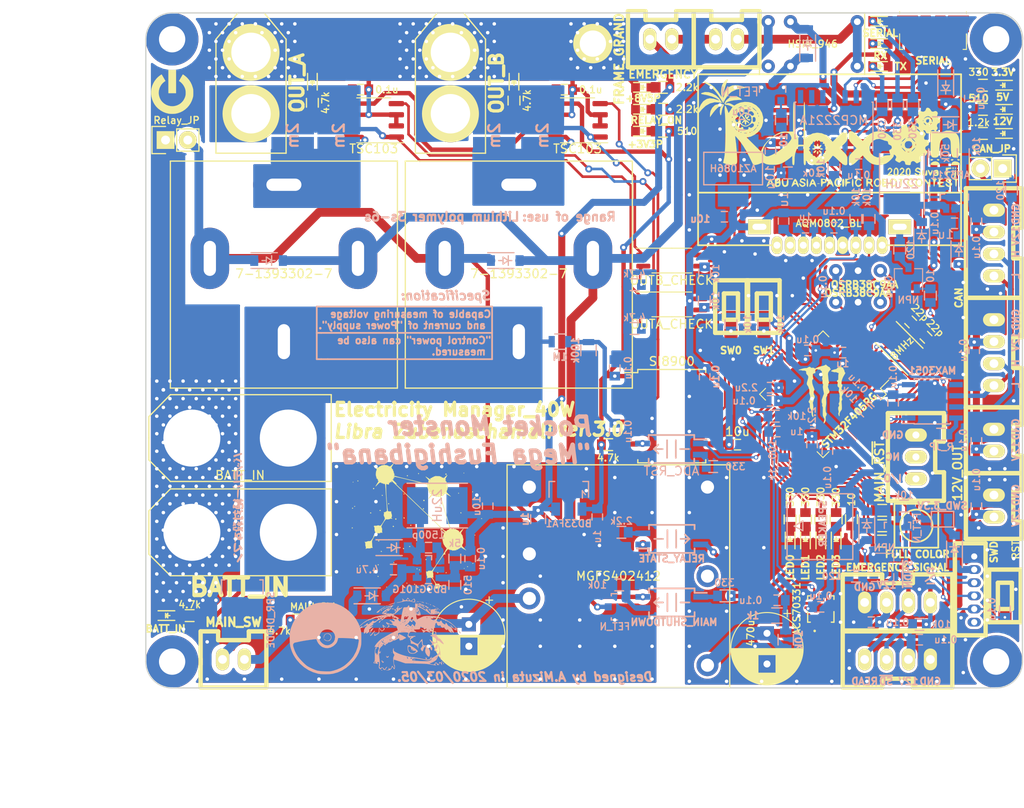
<source format=kicad_pcb>
(kicad_pcb (version 20171130) (host pcbnew "(5.1.6)-1")
  (layers (0 F.Cu signal) (31 B.Cu signal) (34 B.Paste user) (35 F.Paste user) (36 B.SilkS user) (37 F.SilkS user) (38 B.Mask user) (39 F.Mask user) (44 Edge.Cuts user))
  (net 0 "")
  (net 1 GND)
  (net 2 /OSC_IN)
  (net 3 +12V)
  (net 4 +3.3V)
  (net 5 /OSC_OUT)
  (net 6 "Net-(C11-Pad1)")
  (net 7 "Net-(C13-Pad1)")
  (net 8 +5V)
  (net 9 "Net-(C20-Pad2)")
  (net 10 "Net-(C21-Pad2)")
  (net 11 "Net-(C21-Pad1)")
  (net 12 3V3)
  (net 13 GNDPWR)
  (net 14 "Net-(C23-Pad1)")
  (net 15 "Net-(C23-Pad2)")
  (net 16 "Net-(C31-Pad1)")
  (net 17 /24V)
  (net 18 /ADC12_IN4)
  (net 19 "Net-(C35-Pad1)")
  (net 20 /Voltage)
  (net 21 /ADC12_IN5)
  (net 22 /ADC12_IN6)
  (net 23 "Net-(D1-Pad2)")
  (net 24 "Net-(D1-Pad1)")
  (net 25 "Net-(D2-Pad1)")
  (net 26 "Net-(D3-Pad1)")
  (net 27 "Net-(D4-Pad1)")
  (net 28 "Net-(D5-Pad1)")
  (net 29 "Net-(D6-Pad1)")
  (net 30 "Net-(D7-Pad1)")
  (net 31 "Net-(D8-Pad1)")
  (net 32 "Net-(D9-Pad1)")
  (net 33 +BATT)
  (net 34 "Net-(D10-Pad3)")
  (net 35 "Net-(D13-Pad1)")
  (net 36 "Net-(D14-Pad1)")
  (net 37 "Net-(D15-Pad1)")
  (net 38 "Net-(D16-Pad1)")
  (net 39 "Net-(D17-Pad1)")
  (net 40 "Net-(D18-Pad1)")
  (net 41 "Net-(D19-Pad1)")
  (net 42 "Net-(D20-Pad1)")
  (net 43 /Relay_Out)
  (net 44 "Net-(JP3-Pad1)")
  (net 45 /CAN_L)
  (net 46 /SWDIO)
  (net 47 /SWCLK)
  (net 48 /CAN_H)
  (net 49 /Relay_state)
  (net 50 /Fource_shutdown)
  (net 51 /USART1_TX)
  (net 52 /USART1_RX)
  (net 53 "Net-(P10-Pad2)")
  (net 54 /Coil)
  (net 55 "Net-(IC2-Pad3)")
  (net 56 "Net-(Q2-Pad1)")
  (net 57 "Net-(Q3-Pad1)")
  (net 58 "Net-(Q3-Pad3)")
  (net 59 "Net-(R8-Pad1)")
  (net 60 /PC0)
  (net 61 "Net-(IC3-Pad2)")
  (net 62 "Net-(R12-Pad1)")
  (net 63 /PC1)
  (net 64 "Net-(IC2-Pad1)")
  (net 65 /PC3)
  (net 66 /PC4)
  (net 67 /PC5)
  (net 68 /TIM1_CH1)
  (net 69 /TIM1_CH2)
  (net 70 /TIM1_CH3)
  (net 71 /TIM1_CH4)
  (net 72 "Net-(IC4-Pad2)")
  (net 73 /I2C2_SCL)
  (net 74 /I2C2_SDA)
  (net 75 "Net-(IC4-Pad4)")
  (net 76 /FB)
  (net 77 "Net-(R47-Pad2)")
  (net 78 /CAN1_TX)
  (net 79 /CAN1_RX)
  (net 80 "Net-(U1-Pad5)")
  (net 81 "Net-(U2-Pad3)")
  (net 82 /PC2)
  (net 83 /USART2_TX)
  (net 84 /USART2_RX)
  (net 85 "Net-(U2-Pad45)")
  (net 86 "Net-(U2-Pad51)")
  (net 87 "Net-(U2-Pad52)")
  (net 88 "Net-(U2-Pad53)")
  (net 89 "Net-(U2-Pad54)")
  (net 90 "Net-(U2-Pad55)")
  (net 91 "Net-(U2-Pad56)")
  (net 92 "Net-(U4-Pad1)")
  (net 93 "Net-(U6-Pad6)")
  (net 94 "Net-(U6-Pad11)")
  (net 95 "Net-(U6-Pad14)")
  (net 96 "Net-(U6-Pad15)")
  (net 97 "Net-(P1-Pad6)")
  (net 98 "Net-(C25-Pad1)")
  (net 99 /ADC12_IN7)
  (net 100 /PC15)
  (net 101 "Net-(P11-Pad2)")
  (net 102 "Net-(R44-Pad2)")
  (net 103 /PB15)
  (net 104 /PB14)
  (net 105 /PB13)
  (net 106 /PB12)
  (net 107 "Net-(D25-Pad1)")
  (net 108 "Net-(Q7-Pad1)")
  (net 109 "Net-(U19-Pad8)")
  (net 110 "Net-(D26-Pad2)")
  (net 111 "Net-(D27-Pad2)")
  (net 112 "Net-(D28-Pad2)")
  (net 113 "Net-(D29-Pad1)")
  (net 114 "Net-(R59-Pad2)")
  (net 115 "Net-(U19-Pad9)")
  (net 116 "Net-(U19-Pad10)")
  (net 117 /D-)
  (net 118 /D+)
  (net 119 "Net-(U22-Pad3)")
  (net 120 "Net-(J1-Pad6)")
  (net 121 "Net-(J1-Pad4)")
  (net 122 "Net-(R19-Pad2)")
  (net 123 "Net-(R51-Pad2)")
  (net 124 "Net-(R58-Pad2)")
  (net 125 "Net-(C36-Pad1)")
  (net 126 "Net-(C36-Pad2)")
  (net 127 /PC13)
  (net 128 "Net-(R29-Pad2)")
  (net 129 "Net-(Q2-Pad3)")
  (net 130 "Net-(R1-Pad2)")
  (net 131 "Net-(R5-Pad2)")
  (net 132 /PC6)
  (net 133 /PC7)
  (net 134 /PC8)
  (net 135 /PC9)
  (net 136 /ADC12_IN9)
  (net 137 /ADC12_IN8)
  (net 138 "Net-(R21-Pad2)")
  (net 139 "Net-(C30-Pad1)")
  (net 140 /~RST)
  (net 141 OUT_A)
  (net 142 OUT_B)
  (net 143 "Net-(R50-Pad2)")
  (net 144 /OUTB_Current)
  (net 145 /OUTA_Current)
  (net 146 /CoilReadPin_PA15)
  (net 147 "Net-(U2-Pad28)")
  (net 148 /PA1)
  (net 149 /PA0)
  (net 150 +8V)
  (net 151 /To_CurrentA)
  (net 152 /To_CurrentB)
  (net 153 "Net-(DCDC1-Pad2)")
  (net 154 /MAIN_~RST)
  (net 155 "Net-(P8-Pad2)")
  (module Mizz_lib:WSHP2818 (layer B.Cu) (at 93.25 112 90)
    (fp_text reference R60 hide)
    (fp_text value 2m (at 0 0 90) (layer B.SilkS) (effects (font (size 1.27 1.27) (thickness 0.254)) (justify mirror)))
    (pad 2 smd rect (at 2.1 0 90) (size 3.9 4.85) (layers B.Cu B.Paste B.Mask) (net 142 OUT_B))
    (pad 1 smd rect (at -2.1 0 90) (size 3.9 4.85) (layers B.Cu B.Paste B.Mask) (net 152 /To_CurrentB))
  )
  (module Mizz_lib:WSHP2818 (layer B.Cu) (at 87.75 112 90)
    (fp_text reference R57 hide)
    (fp_text value 2m (at 0 0 90) (layer B.SilkS) (effects (font (size 1.27 1.27) (thickness 0.254)) (justify mirror)))
    (pad 1 smd rect (at -2.1 0 90) (size 3.9 4.85) (layers B.Cu B.Paste B.Mask) (net 152 /To_CurrentB))
    (pad 2 smd rect (at 2.1 0 90) (size 3.9 4.85) (layers B.Cu B.Paste B.Mask) (net 142 OUT_B))
  )
  (module Mizz_lib:WSHP2818 (layer B.Cu) (at 64.75 112 90)
    (fp_text reference R55 hide)
    (fp_text value 2m (at 0 0 90) (layer B.SilkS) (effects (font (size 1.27 1.27) (thickness 0.254)) (justify mirror)))
    (pad 1 smd rect (at -2.1 0 90) (size 3.9 4.85) (layers B.Cu B.Paste B.Mask) (net 151 /To_CurrentA))
    (pad 2 smd rect (at 2.1 0 90) (size 3.9 4.85) (layers B.Cu B.Paste B.Mask) (net 141 OUT_A))
  )
  (module Mizz_lib:WSHP2818 (layer B.Cu) (at 70 112 90)
    (fp_text reference R56 hide)
    (fp_text value 2m (at 0 0 90) (layer B.SilkS) (effects (font (size 1.27 1.27) (thickness 0.254)) (justify mirror)))
    (pad 2 smd rect (at 2.1 0 90) (size 3.9 4.85) (layers B.Cu B.Paste B.Mask) (net 141 OUT_A))
    (pad 1 smd rect (at -2.1 0 90) (size 3.9 4.85) (layers B.Cu B.Paste B.Mask) (net 151 /To_CurrentA))
  )
  (module Mizz_lib:C_0603 (layer B.Cu) (at 99.5 155.5 90)
    (fp_text reference C43 hide)
    (fp_text value 1u (at -2.25 0 90) (layer B.SilkS) (effects (font (size 0.8 0.8)) (justify mirror)))
    (pad 1 smd rect (at -0.95 0 90) (size 1 1.2) (layers B.Cu B.Paste B.Mask) (net 13 GNDPWR))
    (pad 2 smd rect (at 0.93 0 90) (size 1 1.2) (layers B.Cu B.Paste B.Mask) (net 12 3V3))
  )
  (module Mizz_lib:C_0805 (layer B.Cu) (at 92.75 155.75 90)
    (fp_text reference C37 hide)
    (fp_text value 1u (at 0 -1.5 90) (layer B.SilkS) (effects (font (size 0.8 0.8) (thickness 0.2)) (justify mirror)))
    (pad 1 smd rect (at -1 0 90) (size 1 1.25) (layers B.Cu B.Paste B.Mask) (net 13 GNDPWR))
    (pad 2 smd rect (at 1 0 90) (size 1 1.25) (layers B.Cu B.Paste B.Mask) (net 150 +8V))
  )
  (module Mizz_lib:R_0805 (layer B.Cu) (at 121 169.5 270)
    (fp_text reference R52 hide)
    (fp_text value 10k (at 0 -1.5 90) (layer B.SilkS) (effects (font (size 0.8 0.8) (thickness 0.2)) (justify mirror)))
    (pad 2 smd rect (at 0.95 0 270) (size 0.7 1.3) (layers B.Cu B.Paste B.Mask) (net 19 "Net-(C35-Pad1)"))
    (pad 1 smd rect (at -0.95 0 270) (size 0.7 1.3) (layers B.Cu B.Paste B.Mask) (net 137 /ADC12_IN8))
  )
  (module Mizz_lib:R_0805 (layer B.Cu) (at 120 166.75)
    (fp_text reference R53 hide)
    (fp_text value 1k (at -2.75 0) (layer B.SilkS) (effects (font (size 0.8 0.8) (thickness 0.2)) (justify mirror)))
    (pad 2 smd rect (at 0.95 0) (size 0.7 1.3) (layers B.Cu B.Paste B.Mask) (net 137 /ADC12_IN8))
    (pad 1 smd rect (at -0.95 0) (size 0.7 1.3) (layers B.Cu B.Paste B.Mask) (net 1 GND))
  )
  (module Mizz_lib:R_0805 (layer B.Cu) (at 98.5 136.5 90)
    (fp_text reference R46 hide)
    (fp_text value 100k (at 0 -1.5 90) (layer B.SilkS) (effects (font (size 0.8 0.8) (thickness 0.2)) (justify mirror)))
    (pad 1 smd rect (at -0.95 0 90) (size 0.7 1.3) (layers B.Cu B.Paste B.Mask) (net 13 GNDPWR))
    (pad 2 smd rect (at 0.95 0 90) (size 0.7 1.3) (layers B.Cu B.Paste B.Mask) (net 20 /Voltage))
  )
  (module Mizz_lib:R_0805 (layer B.Cu) (at 95.25 135.5 180)
    (fp_text reference R45 hide)
    (fp_text value 1M (at 0 -1.75) (layer B.SilkS) (effects (font (size 0.8 0.8) (thickness 0.2)) (justify mirror)))
    (pad 2 smd rect (at 0.95 0 180) (size 0.7 1.3) (layers B.Cu B.Paste B.Mask) (net 33 +BATT))
    (pad 1 smd rect (at -0.95 0 180) (size 0.7 1.3) (layers B.Cu B.Paste B.Mask) (net 20 /Voltage))
  )
  (module Mizz_lib:SOD-123 (layer B.Cu) (at 140.75 125 90)
    (fp_text reference D12 hide)
    (fp_text value DIODE hide)
    (pad 1 smd rect (at -1.635 0 90) (size 0.91 1.22) (layers B.Cu B.Paste B.Mask) (net 3 +12V))
    (pad 2 smd rect (at 1.635 0 90) (size 0.91 1.22) (layers B.Cu B.Paste B.Mask) (net 98 "Net-(C25-Pad1)"))
  )
  (module Mizz_lib:SOD-123 (layer B.Cu) (at 130.25 156.5 90)
    (fp_text reference D9 hide)
    (fp_text value DIODE hide)
    (pad 1 smd rect (at -1.635 0 90) (size 0.91 1.22) (layers B.Cu B.Paste B.Mask) (net 32 "Net-(D9-Pad1)"))
    (pad 2 smd rect (at 1.635 0 90) (size 0.91 1.22) (layers B.Cu B.Paste B.Mask) (net 4 +3.3V))
  )
  (module Mizz_lib:SOD-123 (layer B.Cu) (at 140.25 159.25 90)
    (fp_text reference D1 hide)
    (fp_text value DIODE hide)
    (pad 2 smd rect (at 1.635 0 90) (size 0.91 1.22) (layers B.Cu B.Paste B.Mask) (net 23 "Net-(D1-Pad2)"))
    (pad 1 smd rect (at -1.635 0 90) (size 0.91 1.22) (layers B.Cu B.Paste B.Mask) (net 24 "Net-(D1-Pad1)"))
  )
  (module Mizz_lib:SOD-123 (layer B.Cu) (at 136.5 123.5 90)
    (fp_text reference D11 hide)
    (fp_text value DIODE hide)
    (pad 2 smd rect (at 1.635 0 90) (size 0.91 1.22) (layers B.Cu B.Paste B.Mask) (net 14 "Net-(C23-Pad1)"))
    (pad 1 smd rect (at -1.635 0 90) (size 0.91 1.22) (layers B.Cu B.Paste B.Mask) (net 1 GND))
  )
  (module Mizz_lib:SOD-123 (layer B.Cu) (at 139.75 110.75)
    (fp_text reference D13 hide)
    (fp_text value DIODE hide)
    (pad 2 smd rect (at 1.635 0) (size 0.91 1.22) (layers B.Cu B.Paste B.Mask) (net 8 +5V))
    (pad 1 smd rect (at -1.635 0) (size 0.91 1.22) (layers B.Cu B.Paste B.Mask) (net 35 "Net-(D13-Pad1)"))
  )
  (module Mizz_lib:SOD-123 (layer B.Cu) (at 139.25 106.5 270)
    (fp_text reference D29 hide)
    (fp_text value DIODE hide)
    (pad 1 smd rect (at -1.635 0 270) (size 0.91 1.22) (layers B.Cu B.Paste B.Mask) (net 113 "Net-(D29-Pad1)"))
    (pad 2 smd rect (at 1.635 0 270) (size 0.91 1.22) (layers B.Cu B.Paste B.Mask) (net 8 +5V))
  )
  (module Mizz_lib:SOD-123 (layer B.Cu) (at 123.5 101.5 90)
    (fp_text reference D25 hide)
    (fp_text value DIODE hide)
    (pad 1 smd rect (at -1.635 0 90) (size 0.91 1.22) (layers B.Cu B.Paste B.Mask) (net 107 "Net-(D25-Pad1)"))
    (pad 2 smd rect (at 1.635 0 90) (size 0.91 1.22) (layers B.Cu B.Paste B.Mask) (net 8 +5V))
  )
  (module Mizz_lib:SOD-123 (layer B.Cu) (at 62 126.25)
    (fp_text reference D22 hide)
    (fp_text value DIODE hide)
    (pad 2 smd rect (at 1.635 0) (size 0.91 1.22) (layers B.Cu B.Paste B.Mask) (net 54 /Coil))
    (pad 1 smd rect (at -1.635 0) (size 0.91 1.22) (layers B.Cu B.Paste B.Mask) (net 43 /Relay_Out))
  )
  (module Mizz_lib:SOD-123 (layer B.Cu) (at 89 126.25)
    (fp_text reference D23 hide)
    (fp_text value DIODE hide)
    (pad 1 smd rect (at -1.635 0) (size 0.91 1.22) (layers B.Cu B.Paste B.Mask) (net 43 /Relay_Out))
    (pad 2 smd rect (at 1.635 0) (size 0.91 1.22) (layers B.Cu B.Paste B.Mask) (net 54 /Coil))
  )
  (module Mizz_lib:SOD-123 (layer B.Cu) (at 73.75 164.5)
    (fp_text reference D21 hide)
    (fp_text value DIODE hide)
    (pad 1 smd rect (at -1.635 0) (size 0.91 1.22) (layers B.Cu B.Paste B.Mask) (net 17 /24V))
    (pad 2 smd rect (at 1.635 0) (size 0.91 1.22) (layers B.Cu B.Paste B.Mask) (net 16 "Net-(C31-Pad1)"))
  )
  (module Mizz_lib:SOD-123 (layer B.Cu) (at 76.25 159)
    (fp_text reference D24 hide)
    (fp_text value DIODE hide)
    (pad 1 smd rect (at -1.635 0) (size 0.91 1.22) (layers B.Cu B.Paste B.Mask) (net 13 GNDPWR))
    (pad 2 smd rect (at 1.635 0) (size 0.91 1.22) (layers B.Cu B.Paste B.Mask) (net 126 "Net-(C36-Pad2)"))
  )
  (module Mizz_lib:Inductor_Taiyo-Yuden_NR-50xx_HandSoldering (layer B.Cu) (at 81.25 154.2)
    (fp_text reference L2 hide)
    (fp_text value 22uH (at 0 0 -90) (layer B.SilkS) (effects (justify mirror)))
    (pad 1 smd rect (at -2.25 0) (size 2.4 4.2) (layers B.Cu B.Paste B.Mask) (net 126 "Net-(C36-Pad2)"))
    (pad 2 smd rect (at 2.25 0) (size 2.4 4.2) (layers B.Cu B.Paste B.Mask) (net 150 +8V))
  )
  (module Mizz_lib:Inductor_Taiyo-Yuden_NR-50xx_HandSoldering (layer B.Cu) (at 134.25 117.5 90)
    (fp_text reference L1 hide)
    (fp_text value 22uH (at 0 0 180) (layer B.SilkS) (effects (justify mirror)))
    (pad 2 smd rect (at 2.25 0 90) (size 2.4 4.2) (layers B.Cu B.Paste B.Mask) (net 35 "Net-(D13-Pad1)"))
    (pad 1 smd rect (at -2.25 0 90) (size 2.4 4.2) (layers B.Cu B.Paste B.Mask) (net 14 "Net-(C23-Pad1)"))
  )
  (module Mizz_lib:UGCT7525AN4 (layer B.Cu) (at 125.25 156.25 180)
    (fp_text reference SP1 hide)
    (fp_text value SPEAKER (at 0 0 90) (layer B.SilkS) (effects (font (size 0.8 0.8) (thickness 0.2)) (justify mirror)))
    (pad 3 smd rect (at 3.6 -3.6 180) (size 2.3 2.3) (layers B.Cu B.Paste B.Mask))
    (pad 2 smd rect (at -3 -3.6 180) (size 2.3 2.3) (layers B.Cu B.Paste B.Mask) (net 32 "Net-(D9-Pad1)"))
    (pad 1 smd rect (at -3 3 180) (size 2.3 2.3) (layers B.Cu B.Paste B.Mask) (net 4 +3.3V))
  )
  (module Mizz_lib:LED_0603 (layer F.Cu) (at 104.74 111.49)
    (fp_text reference D20 hide)
    (fp_text value +3V3P (at 0.25 1.5) (layer F.SilkS) (effects (font (size 0.8 0.8) (thickness 0.2))))
    (pad 2 smd rect (at -0.88 0 180) (size 1 1.2) (layers F.Cu F.Paste F.Mask) (net 13 GNDPWR))
    (pad 1 smd rect (at 0.88 0 180) (size 1 1.2) (layers F.Cu F.Paste F.Mask) (net 42 "Net-(D20-Pad1)"))
  )
  (module Mizz_lib:LED_0603 (layer F.Cu) (at 104.74 108.99)
    (fp_text reference D18 hide)
    (fp_text value RELAY_ON (at 1.5 1.25) (layer F.SilkS) (effects (font (size 0.8 0.8) (thickness 0.2))))
    (pad 2 smd rect (at -0.88 0 180) (size 1 1.2) (layers F.Cu F.Paste F.Mask) (net 13 GNDPWR))
    (pad 1 smd rect (at 0.88 0 180) (size 1 1.2) (layers F.Cu F.Paste F.Mask) (net 40 "Net-(D18-Pad1)"))
  )
  (module Mizz_lib:LED_0603 (layer F.Cu) (at 104.74 106.49)
    (fp_text reference D19 hide)
    (fp_text value +8V5P (at 0 1.25) (layer F.SilkS) (effects (font (size 0.8 0.8) (thickness 0.2))))
    (pad 2 smd rect (at -0.88 0 180) (size 1 1.2) (layers F.Cu F.Paste F.Mask) (net 13 GNDPWR))
    (pad 1 smd rect (at 0.88 0 180) (size 1 1.2) (layers F.Cu F.Paste F.Mask) (net 41 "Net-(D19-Pad1)"))
  )
  (module Mizz_lib:XA_4T (layer F.Cu) (at 144.75 128 90)
    (fp_text reference P3 hide)
    (fp_text value CAN)
    (pad 4 thru_hole oval (at 0 0 90) (size 1.5 2.5) (drill 1) (layers *.Cu *.Mask F.SilkS) (net 45 /CAN_L))
    (pad 3 thru_hole oval (at 2.5 0 90) (size 1.5 2.5) (drill 1) (layers *.Cu *.Mask F.SilkS) (net 48 /CAN_H))
    (pad 2 thru_hole oval (at 5 0 90) (size 1.5 2.5) (drill 1) (layers *.Cu *.Mask F.SilkS) (net 3 +12V))
    (pad 1 thru_hole oval (at 7.5 0 90) (size 1.5 2.5) (drill 1) (layers *.Cu *.Mask F.SilkS) (net 1 GND))
  )
  (module Mizz_lib:XA_4T (layer F.Cu) (at 144.75 140.5 90)
    (fp_text reference P2 hide)
    (fp_text value CAN (at 10 -4 90) (layer F.SilkS) (effects (font (size 0.8 0.8) (thickness 0.2))))
    (pad 4 thru_hole oval (at 0 0 90) (size 1.5 2.5) (drill 1) (layers *.Cu *.Mask F.SilkS) (net 45 /CAN_L))
    (pad 3 thru_hole oval (at 2.5 0 90) (size 1.5 2.5) (drill 1) (layers *.Cu *.Mask F.SilkS) (net 48 /CAN_H))
    (pad 2 thru_hole oval (at 5 0 90) (size 1.5 2.5) (drill 1) (layers *.Cu *.Mask F.SilkS) (net 3 +12V))
    (pad 1 thru_hole oval (at 7.5 0 90) (size 1.5 2.5) (drill 1) (layers *.Cu *.Mask F.SilkS) (net 1 GND))
  )
  (module Mizz_lib:XA_2T (layer F.Cu) (at 144.75 148 90)
    (fp_text reference P7 hide)
    (fp_text value 12V_OUT hide)
    (pad 2 thru_hole oval (at 0 0 90) (size 1.5 2.5) (drill 1) (layers *.Cu *.Mask F.SilkS) (net 3 +12V))
    (pad 1 thru_hole oval (at 2.5 0 90) (size 1.5 2.5) (drill 1) (layers *.Cu *.Mask F.SilkS) (net 1 GND))
  )
  (module Mizz_lib:XA_2T (layer F.Cu) (at 144.75 155.5 90)
    (fp_text reference P6 hide)
    (fp_text value 12V_OUT (at 5 -4.15 90) (layer F.SilkS) (effects (font (thickness 0.2))))
    (pad 1 thru_hole oval (at 2.5 0 90) (size 1.5 2.5) (drill 1) (layers *.Cu *.Mask F.SilkS) (net 1 GND))
    (pad 2 thru_hole oval (at 0 0 90) (size 1.5 2.5) (drill 1) (layers *.Cu *.Mask F.SilkS) (net 3 +12V))
  )
  (module Mizz_lib:XA_3T (layer F.Cu) (at 135.85 151.15 90)
    (fp_text reference P8)
    (fp_text value MAIN_~RST (at 0.8 -4.15 90) (layer F.SilkS) (effects (font (thickness 0.2))))
    (pad 3 thru_hole oval (at 0 0 90) (size 1.5 2.5) (drill 0.8) (layers *.Cu *.Mask F.SilkS) (net 154 /MAIN_~RST))
    (pad 2 thru_hole oval (at 2.5 0 90) (size 1.5 2.5) (drill 0.8) (layers *.Cu *.Mask F.SilkS) (net 155 "Net-(P8-Pad2)"))
    (pad 1 thru_hole oval (at 5 0 90) (size 1.5 2.5) (drill 0.8) (layers *.Cu *.Mask F.SilkS) (net 1 GND))
  )
  (module Mizz_lib:XA_4T (layer F.Cu) (at 137.5 165.25 180)
    (fp_text reference P5 hide)
    (fp_text value EMERGENCY_SIGNAL (at 3.75 4) (layer F.SilkS) (effects (font (size 0.8 0.8) (thickness 0.2))))
    (pad 4 thru_hole oval (at 0 0 180) (size 1.5 2.5) (drill 1) (layers *.Cu *.Mask F.SilkS) (net 49 /Relay_state))
    (pad 3 thru_hole oval (at 2.5 0 180) (size 1.5 2.5) (drill 1) (layers *.Cu *.Mask F.SilkS) (net 50 /Fource_shutdown))
    (pad 2 thru_hole oval (at 5 0 180) (size 1.5 2.5) (drill 1) (layers *.Cu *.Mask F.SilkS) (net 3 +12V))
    (pad 1 thru_hole oval (at 7.5 0 180) (size 1.5 2.5) (drill 1) (layers *.Cu *.Mask F.SilkS) (net 1 GND))
  )
  (module Mizz_lib:ZH_6T (layer F.Cu) (at 142.5 160 270)
    (fp_text reference P1 hide)
    (fp_text value SWD (at -0.5 -2.25 90) (layer F.SilkS) (effects (font (size 0.8 0.8) (thickness 0.2))))
    (pad 1 thru_hole oval (at 0 0 270) (size 1 1.524) (drill 0.7) (layers *.Cu *.Mask) (net 1 GND))
    (pad 2 thru_hole oval (at 1.5 0 270) (size 1 1.524) (drill 0.7) (layers *.Cu *.Mask) (net 24 "Net-(D1-Pad1)"))
    (pad 3 thru_hole oval (at 3 0 270) (size 1 1.524) (drill 0.7) (layers *.Cu *.Mask) (net 47 /SWCLK))
    (pad 4 thru_hole oval (at 4.5 0 270) (size 1 1.524) (drill 0.7) (layers *.Cu *.Mask) (net 46 /SWDIO))
    (pad 5 thru_hole oval (at 6 0 270) (size 1 1.524) (drill 0.7) (layers *.Cu *.Mask) (net 140 /~RST))
    (pad 6 thru_hole oval (at 7.5 0 270) (size 1 1.524) (drill 0.7) (layers *.Cu *.Mask) (net 97 "Net-(P1-Pad6)"))
  )
  (module Mizz_lib:XA_2T (layer F.Cu) (at 59.25 171.75 180)
    (fp_text reference P9 hide)
    (fp_text value MAIN_SW (at 1.25 4.25 180) (layer F.SilkS) (effects (font (thickness 0.25))))
    (pad 2 thru_hole oval (at 0 0 180) (size 1.5 2.5) (drill 1) (layers *.Cu *.Mask F.SilkS) (net 17 /24V))
    (pad 1 thru_hole oval (at 2.5 0 180) (size 1.5 2.5) (drill 1) (layers *.Cu *.Mask F.SilkS) (net 34 "Net-(D10-Pad3)"))
  )
  (module Mizz_lib:XA_4T (layer F.Cu) (at 130 171.75)
    (fp_text reference P4 hide)
    (fp_text value EMERGENCY_SIGNAL)
    (pad 4 thru_hole oval (at 0 0) (size 1.5 2.5) (drill 1) (layers *.Cu *.Mask F.SilkS) (net 49 /Relay_state))
    (pad 3 thru_hole oval (at 2.5 0) (size 1.5 2.5) (drill 1) (layers *.Cu *.Mask F.SilkS) (net 50 /Fource_shutdown))
    (pad 2 thru_hole oval (at 5 0) (size 1.5 2.5) (drill 1) (layers *.Cu *.Mask F.SilkS) (net 3 +12V))
    (pad 1 thru_hole oval (at 7.5 0) (size 1.5 2.5) (drill 1) (layers *.Cu *.Mask F.SilkS) (net 1 GND))
  )
  (module Mizz_lib:XA_2T (layer F.Cu) (at 115.5 101 180)
    (fp_text reference P11 hide)
    (fp_text value EMERGENCY (at 8.5 -4) (layer F.SilkS) (effects (font (size 0.9 0.9) (thickness 0.2))))
    (pad 1 thru_hole oval (at 2.5 0 180) (size 1.5 2.5) (drill 1) (layers *.Cu *.Mask F.SilkS) (net 53 "Net-(P10-Pad2)"))
    (pad 2 thru_hole oval (at 0 0 180) (size 1.5 2.5) (drill 1) (layers *.Cu *.Mask F.SilkS) (net 101 "Net-(P11-Pad2)"))
  )
  (module Mizz_lib:XA_2T (layer F.Cu) (at 108 101 180)
    (fp_text reference P10 hide)
    (fp_text value EMERGENCY hide)
    (pad 2 thru_hole oval (at 0 0 180) (size 1.5 2.5) (drill 1) (layers *.Cu *.Mask F.SilkS) (net 53 "Net-(P10-Pad2)"))
    (pad 1 thru_hole oval (at 2.5 0 180) (size 1.5 2.5) (drill 1) (layers *.Cu *.Mask F.SilkS) (net 150 +8V))
  )
  (module Mizz_lib:AQM0802_BackLight (layer F.Cu) (at 111 105)
    (fp_text reference U4 hide)
    (fp_text value AQM0802_BL (at 14.9 17) (layer F.SilkS) (effects (font (size 0.8 0.8))))
    (pad 9 thru_hole oval (at 21 19.5) (size 1.2 2) (drill 0.8) (layers *.Cu *.Mask F.SilkS) (net 4 +3.3V))
    (pad 8 thru_hole oval (at 19.5 19.5) (size 1.2 2) (drill 0.8) (layers *.Cu *.Mask F.SilkS) (net 73 /I2C2_SCL))
    (pad 7 thru_hole oval (at 18 19.5) (size 1.2 2) (drill 0.8) (layers *.Cu *.Mask F.SilkS) (net 74 /I2C2_SDA))
    (pad 6 thru_hole oval (at 16.5 19.5) (size 1.2 2) (drill 0.8) (layers *.Cu *.Mask F.SilkS) (net 1 GND))
    (pad 5 thru_hole oval (at 15 19.5) (size 1.2 2) (drill 0.8) (layers *.Cu *.Mask F.SilkS) (net 4 +3.3V))
    (pad 4 thru_hole oval (at 13.5 19.5) (size 1.2 2) (drill 0.8) (layers *.Cu *.Mask F.SilkS) (net 11 "Net-(C21-Pad1)"))
    (pad 3 thru_hole oval (at 12 19.5) (size 1.2 2) (drill 0.8) (layers *.Cu *.Mask F.SilkS) (net 10 "Net-(C21-Pad2)"))
    (pad 2 thru_hole oval (at 10.5 19.5) (size 1.2 2) (drill 0.8) (layers *.Cu *.Mask F.SilkS) (net 9 "Net-(C20-Pad2)"))
    (pad 1 thru_hole oval (at 9 19.5) (size 1.2 2) (drill 0.8) (layers *.Cu *.Mask F.SilkS) (net 92 "Net-(U4-Pad1)"))
    (pad 11 thru_hole rect (at 23 17.4) (size 2.6 1.7) (drill oval 1.6 0.7) (layers *.Cu *.Mask F.SilkS) (net 128 "Net-(R29-Pad2)"))
    (pad 10 thru_hole rect (at 7 17.4) (size 2.6 1.7) (drill oval 1.6 0.7) (layers *.Cu *.Mask F.SilkS) (net 4 +3.3V))
  )
  (module Mizz_lib:relay_HSINDA_Y14H (layer F.Cu) (at 119 99)
    (fp_text reference U22 hide)
    (fp_text value HSIN_946 (at 5.08 2.54) (layer F.SilkS) (effects (font (size 0.8 0.8))))
    (pad 1 thru_hole circle (at 10.16 0) (size 1.524 1.524) (drill 0.762) (layers *.Cu *.Mask) (net 101 "Net-(P11-Pad2)"))
    (pad 1 thru_hole circle (at 10.16 5.08) (size 1.524 1.524) (drill 0.762) (layers *.Cu *.Mask) (net 101 "Net-(P11-Pad2)"))
    (pad 5 thru_hole circle (at 2.54 0) (size 1.524 1.524) (drill 0.762) (layers *.Cu *.Mask) (net 8 +5V))
    (pad 2 thru_hole circle (at 2.54 5.08) (size 1.524 1.524) (drill 0.762) (layers *.Cu *.Mask) (net 107 "Net-(D25-Pad1)"))
    (pad 3 thru_hole circle (at 0 5.08) (size 1.524 1.524) (drill 0.762) (layers *.Cu *.Mask) (net 119 "Net-(U22-Pad3)"))
    (pad 4 thru_hole circle (at 0 0) (size 1.524 1.524) (drill 0.762) (layers *.Cu *.Mask) (net 54 /Coil))
  )
  (module Mizz_lib:MGFS402412 (layer F.Cu) (at 91.75 162.25)
    (fp_text reference DCDC1 (at 10.16 0) (layer F.SilkS) (effects (font (size 0.001 0.001) (thickness 0.0001))))
    (fp_text value MGFS402412 (at 10.16 0) (layer F.SilkS))
    (pad 6 thru_hole circle (at 0 2.54) (size 2.5 2.5) (drill 1.5) (layers *.Cu *.Mask) (net 17 /24V))
    (pad 5 thru_hole circle (at 0 -2.54) (size 2.5 2.5) (drill 1.5) (layers *.Cu *.Mask) (net 13 GNDPWR))
    (pad 4 thru_hole circle (at 0 -10.16) (size 2.5 2.5) (drill 1.5) (layers *.Cu *.Mask) (net 13 GNDPWR))
    (pad 3 thru_hole circle (at 20.32 10.16) (size 2.5 2.5) (drill 1.5) (layers *.Cu *.Mask) (net 19 "Net-(C35-Pad1)"))
    (pad 2 thru_hole circle (at 20.32 0) (size 2.5 2.5) (drill 1.5) (layers *.Cu *.Mask) (net 153 "Net-(DCDC1-Pad2)"))
    (pad 1 thru_hole circle (at 20.32 -10.16) (size 2.5 2.5) (drill 1.5) (layers *.Cu *.Mask) (net 1 GND))
  )
  (module RP_KiCAD_Connector:XT60_M (layer F.Cu) (at 60 106 270)
    (fp_text reference P17 hide)
    (fp_text value OUT_A (at 0 -5.25 90) (layer F.SilkS) (effects (font (size 1.5 1.5) (thickness 0.375))))
    (pad 2 thru_hole circle (at 3.5 0 270) (size 6.5 6.5) (drill 4.5) (layers *.Cu *.Mask F.SilkS) (net 141 OUT_A))
    (pad 1 thru_hole circle (at -3.5 0 270) (size 6.5 6.5) (drill 4.5) (layers *.Cu *.Mask F.SilkS) (net 13 GNDPWR))
  )
  (module RP_KiCAD_Connector:XT60_F (layer F.Cu) (at 82.75 106 270)
    (fp_text reference P15 hide)
    (fp_text value OUT_B (at 0 -5.25 90) (layer F.SilkS) (effects (font (size 1.5 1.5) (thickness 0.375))))
    (pad 1 thru_hole circle (at -3.5 0 270) (size 6.5 6.5) (drill 4.5) (layers *.Cu *.Mask F.SilkS) (net 13 GNDPWR))
    (pad 2 thru_hole circle (at 3.5 0 270) (size 6.5 6.5) (drill 4.5) (layers *.Cu *.Mask F.SilkS) (net 142 OUT_B))
  )
  (module Mizz_lib:XT90PB (layer F.Cu) (at 58.75 157.25 180)
    (fp_text reference P13 hide)
    (fp_text value BATT_IN (at 0 -6.25 180) (layer F.SilkS) (effects (font (size 2 2) (thickness 0.5))))
    (pad 1 thru_hole circle (at 5.5 0 180) (size 8.5 8.5) (drill 6.5) (layers *.Cu *.Mask) (net 13 GNDPWR))
    (pad 2 thru_hole circle (at -5.5 0 180) (size 8.5 8.5) (drill 6.5) (layers *.Cu *.Mask) (net 33 +BATT))
  )
  (module Mizz_lib:XT90PB (layer F.Cu) (at 58.75 146.5 180)
    (fp_text reference P16 hide)
    (fp_text value BATT_IN (at 0 -4.25 180) (layer F.SilkS))
    (pad 2 thru_hole circle (at -5.5 0 180) (size 8.5 8.5) (drill 6.5) (layers *.Cu *.Mask) (net 33 +BATT))
    (pad 1 thru_hole circle (at 5.5 0 180) (size 8.5 8.5) (drill 6.5) (layers *.Cu *.Mask) (net 13 GNDPWR))
  )
  (module Mizz_lib:7-1393302-7 (layer F.Cu) (at 90.55 126 90)
    (fp_text reference RL2 (at 0 0 180) (layer F.SilkS) (effects (font (size 0.001 0.001) (thickness 0.0001))))
    (fp_text value 7-1393302-7 (at -1.75 0 180) (layer F.SilkS))
    (pad 7 thru_hole oval (at -9.5 0 90) (size 7 4.4) (drill oval 4 1.4) (layers *.Cu *.Mask) (net 33 +BATT))
    (pad 14 thru_hole oval (at 8.4 0 180) (size 7 4.4) (drill oval 4 1.4) (layers *.Cu *.Mask) (net 152 /To_CurrentB))
    (pad 1 thru_hole oval (at 0 -8.45 90) (size 7 4.4) (drill oval 4 1.4) (layers *.Cu *.Mask) (net 43 /Relay_Out))
    (pad 2 thru_hole oval (at 0 8.45 90) (size 7 4.4) (drill oval 4 1.4) (layers *.Cu *.Mask) (net 54 /Coil))
  )
  (module Mizz_lib:7-1393302-7 (layer F.Cu) (at 63.75 126 90)
    (fp_text reference RL1 (at 0 0 180) (layer F.SilkS) (effects (font (size 0.001 0.001) (thickness 0.0001))))
    (fp_text value 7-1393302-7 (at -1.75 0 180) (layer F.SilkS))
    (pad 2 thru_hole oval (at 0 8.45 90) (size 7 4.4) (drill oval 4 1.4) (layers *.Cu *.Mask) (net 54 /Coil))
    (pad 1 thru_hole oval (at 0 -8.45 90) (size 7 4.4) (drill oval 4 1.4) (layers *.Cu *.Mask) (net 43 /Relay_Out))
    (pad 14 thru_hole oval (at 8.4 0 180) (size 7 4.4) (drill oval 4 1.4) (layers *.Cu *.Mask) (net 151 /To_CurrentA))
    (pad 7 thru_hole oval (at -9.5 0 90) (size 7 4.4) (drill oval 4 1.4) (layers *.Cu *.Mask) (net 33 +BATT))
  )
  (module TO_SOT_Packages_SMD:TO-277A (layer B.Cu) (at 59 166)
    (fp_text reference D10 hide)
    (fp_text value SBR_DIODE (at 3.25 1.25 90) (layer B.SilkS) (effects (font (size 0.8 0.8)) (justify mirror)))
    (pad 1 smd rect (at 1.04 -2.765) (size 1.4 1.27) (layers B.Cu B.Paste B.Mask) (net 33 +BATT))
    (pad 3 smd rect (at 0 1.04) (size 4.72 4.8) (layers B.Cu B.Paste B.Mask) (net 34 "Net-(D10-Pad3)"))
    (pad 2 smd rect (at -1.04 -2.765) (size 1.4 1.27) (layers B.Cu B.Paste B.Mask) (net 33 +BATT))
  )
  (module Mizz_lib:Pin_Header_Straight_1x02 (layer F.Cu) (at 145.75 115.75 270)
    (fp_text reference JP3 hide)
    (fp_text value CAN_JP (at -2.25 1.25) (layer F.SilkS) (effects (font (size 0.8 0.8) (thickness 0.2))))
    (pad 1 thru_hole rect (at 0 0 270) (size 2.032 2.032) (drill 1.016) (layers *.Cu *.Mask F.SilkS) (net 44 "Net-(JP3-Pad1)"))
    (pad 2 thru_hole oval (at 0 2.54 270) (size 2.032 2.032) (drill 1.016) (layers *.Cu *.Mask F.SilkS) (net 45 /CAN_L))
  )
  (module Mizz_lib:LED_0603 (layer F.Cu) (at 67.75 167.25 180)
    (fp_text reference D15 hide)
    (fp_text value MAIN_SW (at 0.75 1.5) (layer F.SilkS) (effects (font (size 0.8 0.8))))
    (pad 1 smd rect (at 0.88 0) (size 1 1.2) (layers F.Cu F.Paste F.Mask) (net 37 "Net-(D15-Pad1)"))
    (pad 2 smd rect (at -0.88 0) (size 1 1.2) (layers F.Cu F.Paste F.Mask) (net 13 GNDPWR))
  )
  (module Mizz_lib:LED_0603 (layer F.Cu) (at 50.5 166.75)
    (fp_text reference D14 hide)
    (fp_text value BATT_IN (at -0.25 1.5) (layer F.SilkS) (effects (font (size 0.8 0.8) (thickness 0.2))))
    (pad 1 smd rect (at 0.88 0 180) (size 1 1.2) (layers F.Cu F.Paste F.Mask) (net 36 "Net-(D14-Pad1)"))
    (pad 2 smd rect (at -0.88 0 180) (size 1 1.2) (layers F.Cu F.Paste F.Mask) (net 13 GNDPWR))
  )
  (module Mizz_lib:LED_0603 (layer F.Cu) (at 90 106 270)
    (fp_text reference D17 hide)
    (fp_text value FUN_OUT)
    (pad 1 smd rect (at 0.88 0 90) (size 1 1.2) (layers F.Cu F.Paste F.Mask) (net 39 "Net-(D17-Pad1)"))
    (pad 2 smd rect (at -0.88 0 90) (size 1 1.2) (layers F.Cu F.Paste F.Mask) (net 13 GNDPWR))
  )
  (module Mizz_lib:LED_0603 (layer F.Cu) (at 67 106 270)
    (fp_text reference D16 hide)
    (fp_text value POWER_OUT)
    (pad 2 smd rect (at -0.88 0 90) (size 1 1.2) (layers F.Cu F.Paste F.Mask) (net 13 GNDPWR))
    (pad 1 smd rect (at 0.88 0 90) (size 1 1.2) (layers F.Cu F.Paste F.Mask) (net 38 "Net-(D16-Pad1)"))
  )
  (module Mizz_lib:LED_0603 (layer F.Cu) (at 131.8 104.1)
    (fp_text reference D26 hide)
    (fp_text value TX (at 2.3 0) (layer F.SilkS) (effects (font (size 0.8 0.8) (thickness 0.2))))
    (pad 2 smd rect (at -0.88 0 180) (size 1 1.2) (layers F.Cu F.Paste F.Mask) (net 110 "Net-(D26-Pad2)"))
    (pad 1 smd rect (at 0.88 0 180) (size 1 1.2) (layers F.Cu F.Paste F.Mask) (net 4 +3.3V))
  )
  (module Mizz_lib:LED_0603 (layer F.Cu) (at 131.8 101.5)
    (fp_text reference D27 hide)
    (fp_text value RX (at 0 1.35) (layer F.SilkS) (effects (font (size 0.8 0.8) (thickness 0.2))))
    (pad 1 smd rect (at 0.88 0 180) (size 1 1.2) (layers F.Cu F.Paste F.Mask) (net 4 +3.3V))
    (pad 2 smd rect (at -0.88 0 180) (size 1 1.2) (layers F.Cu F.Paste F.Mask) (net 111 "Net-(D27-Pad2)"))
  )
  (module Mizz_lib:LED_0603 (layer F.Cu) (at 131.8 98.95)
    (fp_text reference D28 hide)
    (fp_text value SERIAL (at 0 1.35) (layer F.SilkS) (effects (font (size 0.8 0.8) (thickness 0.2))))
    (pad 2 smd rect (at -0.88 0 180) (size 1 1.2) (layers F.Cu F.Paste F.Mask) (net 112 "Net-(D28-Pad2)"))
    (pad 1 smd rect (at 0.88 0 180) (size 1 1.2) (layers F.Cu F.Paste F.Mask) (net 4 +3.3V))
  )
  (module Mizz_lib:LED_0603 (layer F.Cu) (at 145.75 106.25 180)
    (fp_text reference D4 hide)
    (fp_text value 3.3V (at 0 1.5) (layer F.SilkS) (effects (font (size 0.8 0.8) (thickness 0.2))))
    (pad 1 smd rect (at 0.88 0) (size 1 1.2) (layers F.Cu F.Paste F.Mask) (net 27 "Net-(D4-Pad1)"))
    (pad 2 smd rect (at -0.88 0) (size 1 1.2) (layers F.Cu F.Paste F.Mask) (net 1 GND))
  )
  (module Mizz_lib:LED_0603 (layer F.Cu) (at 145.75 109 180)
    (fp_text reference D3 hide)
    (fp_text value 5V (at 0 1.4) (layer F.SilkS) (effects (font (size 0.8 0.8) (thickness 0.2))))
    (pad 2 smd rect (at -0.88 0) (size 1 1.2) (layers F.Cu F.Paste F.Mask) (net 1 GND))
    (pad 1 smd rect (at 0.88 0) (size 1 1.2) (layers F.Cu F.Paste F.Mask) (net 26 "Net-(D3-Pad1)"))
  )
  (module Mizz_lib:LED_0603 (layer F.Cu) (at 145.75 111.75 180)
    (fp_text reference D2 hide)
    (fp_text value 12V (at 0 1.4) (layer F.SilkS) (effects (font (size 0.8 0.8) (thickness 0.2))))
    (pad 1 smd rect (at 0.88 0) (size 1 1.2) (layers F.Cu F.Paste F.Mask) (net 25 "Net-(D2-Pad1)"))
    (pad 2 smd rect (at -0.88 0) (size 1 1.2) (layers F.Cu F.Paste F.Mask) (net 1 GND))
  )
  (module Mizz_lib:LED_0603 (layer F.Cu) (at 126.75 158.03 90)
    (fp_text reference D8 hide)
    (fp_text value LED3 (at -3.22 0 90) (layer F.SilkS) (effects (font (size 0.8 0.8) (thickness 0.2))))
    (pad 2 smd rect (at -0.88 0 270) (size 1 1.2) (layers F.Cu F.Paste F.Mask) (net 1 GND))
    (pad 1 smd rect (at 0.88 0 270) (size 1 1.2) (layers F.Cu F.Paste F.Mask) (net 31 "Net-(D8-Pad1)"))
  )
  (module Mizz_lib:LED_0603 (layer F.Cu) (at 125 158.03 90)
    (fp_text reference D7 hide)
    (fp_text value LED2 (at -3.22 0 90) (layer F.SilkS) (effects (font (size 0.8 0.8) (thickness 0.2))))
    (pad 1 smd rect (at 0.88 0 270) (size 1 1.2) (layers F.Cu F.Paste F.Mask) (net 30 "Net-(D7-Pad1)"))
    (pad 2 smd rect (at -0.88 0 270) (size 1 1.2) (layers F.Cu F.Paste F.Mask) (net 1 GND))
  )
  (module Mizz_lib:LED_0603 (layer F.Cu) (at 123.25 158.03 90)
    (fp_text reference D6 hide)
    (fp_text value LED1 (at -3.22 0 90) (layer F.SilkS) (effects (font (size 0.8 0.8) (thickness 0.2))))
    (pad 2 smd rect (at -0.88 0 270) (size 1 1.2) (layers F.Cu F.Paste F.Mask) (net 1 GND))
    (pad 1 smd rect (at 0.88 0 270) (size 1 1.2) (layers F.Cu F.Paste F.Mask) (net 29 "Net-(D6-Pad1)"))
  )
  (module Mizz_lib:LED_0603 (layer F.Cu) (at 121.5 158.03 90)
    (fp_text reference D5 hide)
    (fp_text value LED0 (at -3.22 0 90) (layer F.SilkS) (effects (font (size 0.8 0.8) (thickness 0.2))))
    (pad 1 smd rect (at 0.88 0 270) (size 1 1.2) (layers F.Cu F.Paste F.Mask) (net 28 "Net-(D5-Pad1)"))
    (pad 2 smd rect (at -0.88 0 270) (size 1 1.2) (layers F.Cu F.Paste F.Mask) (net 1 GND))
  )
  (module Mizz_lib:OSTBABS4C2B (layer F.Cu) (at 136 156.5 270)
    (fp_text reference U3 hide)
    (fp_text value "FULL COLOR" (at 3.25 0) (layer F.SilkS) (effects (font (size 0.8 0.8) (thickness 0.2))))
    (pad 6 smd rect (at -1.6 -2.4 270) (size 1 1.5) (layers F.Cu F.Paste F.Mask) (net 1 GND))
    (pad 5 smd rect (at 0 -2.4 270) (size 1 1.5) (layers F.Cu F.Paste F.Mask) (net 1 GND))
    (pad 4 smd rect (at 1.6 -2.4 270) (size 1 1.5) (layers F.Cu F.Paste F.Mask) (net 1 GND))
    (pad 3 smd rect (at 1.6 2.6 270) (size 1 1.5) (layers F.Cu F.Paste F.Mask) (net 138 "Net-(R21-Pad2)"))
    (pad 2 smd rect (at 0 2.6 270) (size 1 1.5) (layers F.Cu F.Paste F.Mask) (net 131 "Net-(R5-Pad2)"))
    (pad 1 smd rect (at -1.6 2.6 270) (size 1 1.5) (layers F.Cu F.Paste F.Mask) (net 130 "Net-(R1-Pad2)"))
  )
  (module Mizz_lib:SW_SPST_CK_RS282G05A3 (layer F.Cu) (at 146 164.5 270)
    (fp_text reference SW1 hide)
    (fp_text value RST (at -5.25 -1.25 90) (layer F.SilkS) (effects (font (size 0.8 0.8))))
    (pad 2 smd rect (at -2.8 0 270) (size 2.6 1.5) (layers F.Cu F.Paste F.Mask) (net 1 GND))
    (pad 1 smd rect (at 2.8 0 270) (size 2.6 1.5) (layers F.Cu F.Paste F.Mask) (net 140 /~RST))
  )
  (module Mizz_lib:SW_SPST_CK_RS282G05A3 (layer F.Cu) (at 118.5 131.5 90)
    (fp_text reference SW3 hide)
    (fp_text value SW1 (at -5 0) (layer F.SilkS) (effects (font (size 0.8 0.8) (thickness 0.2))))
    (pad 1 smd rect (at 2.8 0 90) (size 2.6 1.5) (layers F.Cu F.Paste F.Mask) (net 1 GND))
    (pad 2 smd rect (at -2.8 0 90) (size 2.6 1.5) (layers F.Cu F.Paste F.Mask) (net 66 /PC4))
  )
  (module Mizz_lib:SW_SPST_CK_RS282G05A3 (layer F.Cu) (at 114.75 131.5 90)
    (fp_text reference SW2 hide)
    (fp_text value SW0 (at -5 0) (layer F.SilkS) (effects (font (size 0.8 0.8) (thickness 0.2))))
    (pad 2 smd rect (at -2.8 0 90) (size 2.6 1.5) (layers F.Cu F.Paste F.Mask) (net 67 /PC5))
    (pad 1 smd rect (at 2.8 0 90) (size 2.6 1.5) (layers F.Cu F.Paste F.Mask) (net 1 GND))
  )
  (module Mizz_lib:Pin_Header_Straight_1x02 (layer F.Cu) (at 50.25 112.5 90)
    (fp_text reference JP1 hide)
    (fp_text value Relay_JP (at 2.25 1.25) (layer F.SilkS) (effects (font (size 0.8 0.8))))
    (pad 1 thru_hole rect (at 0 0 90) (size 2.032 2.032) (drill 1.016) (layers *.Cu *.Mask F.SilkS) (net 13 GNDPWR))
    (pad 2 thru_hole oval (at 0 2.54 90) (size 2.032 2.032) (drill 1.016) (layers *.Cu *.Mask F.SilkS) (net 43 /Relay_Out))
  )
  (module Mizz_lib:AZ1086H (layer B.Cu) (at 115 115.75)
    (fp_text reference U7 hide)
    (fp_text value AZ1086H (at 0 0) (layer B.SilkS) (effects (font (size 0.8 0.8)) (justify mirror)))
    (pad 2 smd rect (at 0 -2.9) (size 1.2 2) (layers B.Cu B.Paste B.Mask) (net 4 +3.3V))
    (pad 1 smd rect (at -2.3 -2.9) (size 1.2 2) (layers B.Cu B.Paste B.Mask) (net 1 GND))
    (pad 3 smd rect (at 2.3 -2.9) (size 1.2 2) (layers B.Cu B.Paste B.Mask) (net 8 +5V))
    (pad 2 smd rect (at 0 3.1) (size 3.5 2.5) (layers B.Cu B.Paste B.Mask) (net 4 +3.3V))
  )
  (module Mizz_lib:SOT89-3_Housing (layer B.Cu) (at 96.25 152.7507 180)
    (fp_text reference U15 hide)
    (fp_text value BD33FA1 (at 0 -3.5) (layer B.SilkS) (effects (font (size 0.8 0.8)) (justify mirror)))
    (pad 1 smd rect (at -1.50114 -1.85166 180) (size 1.00076 1.50114) (layers B.Cu B.Paste B.Mask) (net 12 3V3))
    (pad 2 smd rect (at 0 -1.85166 180) (size 1.00076 1.50114) (layers B.Cu B.Paste B.Mask) (net 13 GNDPWR))
    (pad 3 smd rect (at 1.50114 -1.85166 180) (size 1.00076 1.50114) (layers B.Cu B.Paste B.Mask) (net 150 +8V))
    (pad 2 smd rect (at 0 1.09982 180) (size 1.99898 2.99974) (layers B.Cu B.Paste B.Mask) (net 13 GNDPWR))
    (pad 2 smd trapezoid (at 0 -0.7493) (size 1.50114 0.7493) (rect_delta 0 -0.50038) (layers B.Cu B.Paste B.Mask) (net 13 GNDPWR))
  )
  (module Mizz_lib:SOT-23 (layer B.Cu) (at 119.5 107 180)
    (fp_text reference Q7 hide)
    (fp_text value FET_N (at 3.75 0) (layer B.SilkS) (effects (justify mirror)))
    (pad 1 smd rect (at -0.95 -1.00076 180) (size 0.8001 0.8001) (layers B.Cu B.Paste B.Mask) (net 108 "Net-(Q7-Pad1)"))
    (pad 2 smd rect (at 0.95 -1.00076 180) (size 0.8001 0.8001) (layers B.Cu B.Paste B.Mask) (net 1 GND))
    (pad 3 smd rect (at 0 0.99822 180) (size 0.8001 0.8001) (layers B.Cu B.Paste B.Mask) (net 107 "Net-(D25-Pad1)"))
  )
  (module Mizz_lib:SOT-23 (layer B.Cu) (at 133.75 156.75 180)
    (fp_text reference Q4 hide)
    (fp_text value FET_N (at -2.25 0 270) (layer B.SilkS) (effects (font (size 0.8 0.8)) (justify mirror)))
    (pad 1 smd rect (at -0.95 -1.00076 180) (size 0.8001 0.8001) (layers B.Cu B.Paste B.Mask) (net 49 /Relay_state))
    (pad 2 smd rect (at 0.95 -1.00076 180) (size 0.8001 0.8001) (layers B.Cu B.Paste B.Mask) (net 1 GND))
    (pad 3 smd rect (at 0 0.99822 180) (size 0.8001 0.8001) (layers B.Cu B.Paste B.Mask) (net 146 /CoilReadPin_PA15))
  )
  (module Mizz_lib:SOT-23 (layer B.Cu) (at 101.75 165.75 270)
    (fp_text reference Q1 hide)
    (fp_text value FET_N (at 2.25 0.25) (layer B.SilkS) (effects (font (size 0.8 0.8)) (justify mirror)))
    (pad 1 smd rect (at -0.95 -1.00076 270) (size 0.8001 0.8001) (layers B.Cu B.Paste B.Mask) (net 55 "Net-(IC2-Pad3)"))
    (pad 2 smd rect (at 0.95 -1.00076 270) (size 0.8001 0.8001) (layers B.Cu B.Paste B.Mask) (net 13 GNDPWR))
    (pad 3 smd rect (at 0 0.99822 270) (size 0.8001 0.8001) (layers B.Cu B.Paste B.Mask) (net 43 /Relay_Out))
  )
  (module Mizz_lib:TSOT-6-MK06A (layer B.Cu) (at 140.25 119)
    (fp_text reference U5 hide)
    (fp_text value AP3211 (at -0.5 -2.5) (layer B.SilkS) (effects (font (size 0.8 0.8)) (justify mirror)))
    (pad 6 smd rect (at -0.94996 1.30048) (size 0.69088 1.00076) (layers B.Cu B.Paste B.Mask) (net 14 "Net-(C23-Pad1)"))
    (pad 5 smd rect (at 0 1.30048) (size 0.69088 1.00076) (layers B.Cu B.Paste B.Mask) (net 98 "Net-(C25-Pad1)"))
    (pad 4 smd rect (at 0.94996 1.30048) (size 0.69088 1.00076) (layers B.Cu B.Paste B.Mask) (net 98 "Net-(C25-Pad1)"))
    (pad 3 smd rect (at 0.94996 -1.30048) (size 0.69088 1.00076) (layers B.Cu B.Paste B.Mask) (net 76 /FB))
    (pad 2 smd rect (at 0 -1.30048) (size 0.69088 1.00076) (layers B.Cu B.Paste B.Mask) (net 1 GND))
    (pad 1 smd rect (at -0.94996 -1.30048) (size 0.69088 1.00076) (layers B.Cu B.Paste B.Mask) (net 15 "Net-(C23-Pad2)"))
  )
  (module Mizz_lib:TSOT-6-MK06A (layer B.Cu) (at 80.25 161.5 270)
    (fp_text reference U10 hide)
    (fp_text value BD9G101G (at 2.25 1 180) (layer B.SilkS) (effects (font (size 0.8 0.8)) (justify mirror)))
    (pad 6 smd rect (at -0.94996 1.30048 270) (size 0.69088 1.00076) (layers B.Cu B.Paste B.Mask) (net 126 "Net-(C36-Pad2)"))
    (pad 5 smd rect (at 0 1.30048 270) (size 0.69088 1.00076) (layers B.Cu B.Paste B.Mask) (net 16 "Net-(C31-Pad1)"))
    (pad 4 smd rect (at 0.94996 1.30048 270) (size 0.69088 1.00076) (layers B.Cu B.Paste B.Mask) (net 16 "Net-(C31-Pad1)"))
    (pad 3 smd rect (at 0.94996 -1.30048 270) (size 0.69088 1.00076) (layers B.Cu B.Paste B.Mask) (net 139 "Net-(C30-Pad1)"))
    (pad 2 smd rect (at 0 -1.30048 270) (size 0.69088 1.00076) (layers B.Cu B.Paste B.Mask) (net 13 GNDPWR))
    (pad 1 smd rect (at -0.94996 -1.30048 270) (size 0.69088 1.00076) (layers B.Cu B.Paste B.Mask) (net 125 "Net-(C36-Pad1)"))
  )
  (module Mizz_lib:SOIC-8_3.9x4.9mm_Pitch1.27mm (layer B.Cu) (at 137.72 142.31)
    (fp_text reference U1 hide)
    (fp_text value MAX3051 (at 0 -3.5) (layer B.SilkS) (effects (font (size 0.8 0.8) (thickness 0.2)) (justify mirror)))
    (pad 1 smd rect (at -2.7 1.905) (size 1.55 0.6) (layers B.Cu B.Paste B.Mask) (net 78 /CAN1_TX))
    (pad 2 smd rect (at -2.7 0.635) (size 1.55 0.6) (layers B.Cu B.Paste B.Mask) (net 1 GND))
    (pad 3 smd rect (at -2.7 -0.635) (size 1.55 0.6) (layers B.Cu B.Paste B.Mask) (net 4 +3.3V))
    (pad 4 smd rect (at -2.7 -1.905) (size 1.55 0.6) (layers B.Cu B.Paste B.Mask) (net 79 /CAN1_RX))
    (pad 5 smd rect (at 2.7 -1.905) (size 1.55 0.6) (layers B.Cu B.Paste B.Mask) (net 80 "Net-(U1-Pad5)"))
    (pad 6 smd rect (at 2.7 -0.635) (size 1.55 0.6) (layers B.Cu B.Paste B.Mask) (net 45 /CAN_L))
    (pad 7 smd rect (at 2.7 0.635) (size 1.55 0.6) (layers B.Cu B.Paste B.Mask) (net 48 /CAN_H))
    (pad 8 smd rect (at 2.7 1.905) (size 1.55 0.6) (layers B.Cu B.Paste B.Mask) (net 62 "Net-(R12-Pad1)"))
  )
  (module Mizz_lib:SOIC-14_3.9x8.7mm_Pitch1.27mm (layer B.Cu) (at 126.5 110.25 90)
    (fp_text reference U19 hide)
    (fp_text value MCP2221A (at 0 0) (layer B.SilkS) (effects (justify mirror)))
    (pad 1 smd rect (at -2.7 3.81 90) (size 1.5 0.6) (layers B.Cu B.Paste B.Mask) (net 4 +3.3V))
    (pad 2 smd rect (at -2.7 2.54 90) (size 1.5 0.6) (layers B.Cu B.Paste B.Mask) (net 122 "Net-(R19-Pad2)"))
    (pad 3 smd rect (at -2.7 1.27 90) (size 1.5 0.6) (layers B.Cu B.Paste B.Mask) (net 123 "Net-(R51-Pad2)"))
    (pad 4 smd rect (at -2.7 0 90) (size 1.5 0.6) (layers B.Cu B.Paste B.Mask) (net 114 "Net-(R59-Pad2)"))
    (pad 5 smd rect (at -2.7 -1.27 90) (size 1.5 0.6) (layers B.Cu B.Paste B.Mask) (net 51 /USART1_TX))
    (pad 6 smd rect (at -2.7 -2.54 90) (size 1.5 0.6) (layers B.Cu B.Paste B.Mask) (net 52 /USART1_RX))
    (pad 7 smd rect (at -2.7 -3.81 90) (size 1.5 0.6) (layers B.Cu B.Paste B.Mask) (net 124 "Net-(R58-Pad2)"))
    (pad 8 smd rect (at 2.7 -3.81 90) (size 1.5 0.6) (layers B.Cu B.Paste B.Mask) (net 109 "Net-(U19-Pad8)"))
    (pad 9 smd rect (at 2.7 -2.54 90) (size 1.5 0.6) (layers B.Cu B.Paste B.Mask) (net 115 "Net-(U19-Pad9)"))
    (pad 10 smd rect (at 2.7 -1.27 90) (size 1.5 0.6) (layers B.Cu B.Paste B.Mask) (net 116 "Net-(U19-Pad10)"))
    (pad 11 smd rect (at 2.7 0 90) (size 1.5 0.6) (layers B.Cu B.Paste B.Mask) (net 4 +3.3V))
    (pad 12 smd rect (at 2.7 1.27 90) (size 1.5 0.6) (layers B.Cu B.Paste B.Mask) (net 117 /D-))
    (pad 13 smd rect (at 2.7 2.54 90) (size 1.5 0.6) (layers B.Cu B.Paste B.Mask) (net 118 /D+))
    (pad 14 smd rect (at 2.7 3.81 90) (size 1.5 0.6) (layers B.Cu B.Paste B.Mask) (net 1 GND))
  )
  (module Mizz_lib:USB_Micro-B_Molex_47346-0001 (layer F.Cu) (at 137.8 100.45 180)
    (fp_text reference J1 hide)
    (fp_text value SERIAL (at 0 -3) (layer F.SilkS) (effects (font (size 0.8 0.8) (thickness 0.2))))
    (pad 6 smd rect (at 0.84 1.2 180) (size 1.175 1.9) (layers F.Cu F.Paste F.Mask) (net 120 "Net-(J1-Pad6)"))
    (pad 6 smd rect (at -0.84 1.2 180) (size 1.175 1.9) (layers F.Cu F.Paste F.Mask) (net 120 "Net-(J1-Pad6)"))
    (pad 6 smd rect (at 2.91 1.2 180) (size 2.375 1.9) (layers F.Cu F.Paste F.Mask) (net 120 "Net-(J1-Pad6)"))
    (pad 6 smd rect (at -2.91 1.2 180) (size 2.375 1.9) (layers F.Cu F.Paste F.Mask) (net 120 "Net-(J1-Pad6)"))
    (pad 6 smd rect (at 2.4625 -1.1 180) (size 1.475 2.1) (layers F.Cu F.Paste F.Mask) (net 120 "Net-(J1-Pad6)"))
    (pad 6 smd rect (at -2.4625 -1.1 180) (size 1.475 2.1) (layers F.Cu F.Paste F.Mask) (net 120 "Net-(J1-Pad6)"))
    (pad 5 smd rect (at 1.3 -1.46 180) (size 0.45 1.38) (layers F.Cu F.Paste F.Mask) (net 1 GND))
    (pad 4 smd rect (at 0.65 -1.46 180) (size 0.45 1.38) (layers F.Cu F.Paste F.Mask) (net 121 "Net-(J1-Pad4)"))
    (pad 3 smd rect (at 0 -1.46 180) (size 0.45 1.38) (layers F.Cu F.Paste F.Mask) (net 118 /D+))
    (pad 2 smd rect (at -0.65 -1.46 180) (size 0.45 1.38) (layers F.Cu F.Paste F.Mask) (net 117 /D-))
    (pad 1 smd rect (at -1.3 -1.46 180) (size 0.45 1.38) (layers F.Cu F.Paste F.Mask) (net 113 "Net-(D29-Pad1)"))
  )
  (module Mizz_lib:SOIJ-4_5.3x5.3mm_Pitch1.27mm (layer B.Cu) (at 108 165.25 180)
    (fp_text reference IC2 hide)
    (fp_text value MAIN_SHUTDOWN (at -0.25 -2.25) (layer B.SilkS) (effects (font (size 0.8 0.8) (thickness 0.2)) (justify mirror)))
    (pad 1 smd rect (at -3.3 0.635 180) (size 1.7 0.65) (layers B.Cu B.Paste B.Mask) (net 64 "Net-(IC2-Pad1)"))
    (pad 2 smd rect (at -3.3 -0.635 180) (size 1.7 0.65) (layers B.Cu B.Paste B.Mask) (net 1 GND))
    (pad 3 smd rect (at 3.3 -0.635 180) (size 1.7 0.65) (layers B.Cu B.Paste B.Mask) (net 55 "Net-(IC2-Pad3)"))
    (pad 4 smd rect (at 3.3 0.635 180) (size 1.7 0.65) (layers B.Cu B.Paste B.Mask) (net 150 +8V))
  )
  (module Mizz_lib:SOIJ-4_5.3x5.3mm_Pitch1.27mm (layer B.Cu) (at 108 158)
    (fp_text reference IC3 hide)
    (fp_text value RELAY_STATE (at 0 2.25) (layer B.SilkS) (effects (font (size 0.8 0.8) (thickness 0.2)) (justify mirror)))
    (pad 4 smd rect (at 3.3 0.635) (size 1.7 0.65) (layers B.Cu B.Paste B.Mask) (net 49 /Relay_state))
    (pad 3 smd rect (at 3.3 -0.635) (size 1.7 0.65) (layers B.Cu B.Paste B.Mask) (net 1 GND))
    (pad 2 smd rect (at -3.3 -0.635) (size 1.7 0.65) (layers B.Cu B.Paste B.Mask) (net 61 "Net-(IC3-Pad2)"))
    (pad 1 smd rect (at -3.3 0.635) (size 1.7 0.65) (layers B.Cu B.Paste B.Mask) (net 54 /Coil))
  )
  (module Mizz_lib:SOIJ-4_5.3x5.3mm_Pitch1.27mm (layer B.Cu) (at 107.96 147.75 180)
    (fp_text reference IC4 hide)
    (fp_text value ADC_RST (at 0 -2.5 180) (layer B.SilkS) (effects (justify mirror)))
    (pad 4 smd rect (at 3.3 0.635 180) (size 1.7 0.65) (layers B.Cu B.Paste B.Mask) (net 75 "Net-(IC4-Pad4)"))
    (pad 3 smd rect (at 3.3 -0.635 180) (size 1.7 0.65) (layers B.Cu B.Paste B.Mask) (net 13 GNDPWR))
    (pad 2 smd rect (at -3.3 -0.635 180) (size 1.7 0.65) (layers B.Cu B.Paste B.Mask) (net 72 "Net-(IC4-Pad2)"))
    (pad 1 smd rect (at -3.3 0.635 180) (size 1.7 0.65) (layers B.Cu B.Paste B.Mask) (net 103 /PB15))
  )
  (module Package_SO:SOIC-4_4.55x2.6mm_P1.27mm (layer F.Cu) (at 108 131.25)
    (fp_text reference U11 hide)
    (fp_text value OUTA_CHECK (at 0 2.25) (layer F.SilkS))
    (pad 1 smd roundrect (at -3.25 -0.635) (size 1.6 0.55) (layers F.Cu F.Paste F.Mask) (net 141 OUT_A))
    (pad 2 smd roundrect (at -3.25 0.635) (size 1.6 0.55) (layers F.Cu F.Paste F.Mask) (net 102 "Net-(R44-Pad2)"))
    (pad 3 smd roundrect (at 3.25 0.635) (size 1.6 0.55) (layers F.Cu F.Paste F.Mask) (net 148 /PA1))
    (pad 4 smd roundrect (at 3.25 -0.635) (size 1.6 0.55) (layers F.Cu F.Paste F.Mask) (net 4 +3.3V))
  )
  (module Package_SO:SOIC-4_4.55x2.6mm_P1.27mm (layer F.Cu) (at 108 126.25)
    (fp_text reference U14 hide)
    (fp_text value OUTB_CHECK (at 0 2.25) (layer F.SilkS))
    (pad 1 smd roundrect (at -3.25 -0.635) (size 1.6 0.55) (layers F.Cu F.Paste F.Mask) (net 142 OUT_B))
    (pad 2 smd roundrect (at -3.25 0.635) (size 1.6 0.55) (layers F.Cu F.Paste F.Mask) (net 143 "Net-(R50-Pad2)"))
    (pad 3 smd roundrect (at 3.25 0.635) (size 1.6 0.55) (layers F.Cu F.Paste F.Mask) (net 149 /PA0))
    (pad 4 smd roundrect (at 3.25 -0.635) (size 1.6 0.55) (layers F.Cu F.Paste F.Mask) (net 4 +3.3V))
  )
  (module Package_SO:SO-8_3.9x4.9mm_P1.27mm (layer F.Cu) (at 97.25 110.25 180)
    (fp_text reference AMP2 hide)
    (fp_text value TSC103 (at 0 -3.25 180) (layer F.SilkS))
    (pad 1 smd roundrect (at -2.575 -1.905 180) (size 1.75 0.6) (layers F.Cu F.Paste F.Mask) (net 142 OUT_B))
    (pad 2 smd roundrect (at -2.575 -0.635 180) (size 1.75 0.6) (layers F.Cu F.Paste F.Mask) (net 13 GNDPWR))
    (pad 3 smd roundrect (at -2.575 0.635 180) (size 1.75 0.6) (layers F.Cu F.Paste F.Mask) (net 13 GNDPWR))
    (pad 4 smd roundrect (at -2.575 1.905 180) (size 1.75 0.6) (layers F.Cu F.Paste F.Mask) (net 144 /OUTB_Current))
    (pad 5 smd roundrect (at 2.575 1.905 180) (size 1.75 0.6) (layers F.Cu F.Paste F.Mask) (net 12 3V3))
    (pad 6 smd roundrect (at 2.575 0.635 180) (size 1.75 0.6) (layers F.Cu F.Paste F.Mask) (net 13 GNDPWR))
    (pad 7 smd roundrect (at 2.575 -0.635 180) (size 1.75 0.6) (layers F.Cu F.Paste F.Mask) (net 13 GNDPWR))
    (pad 8 smd roundrect (at 2.575 -1.905 180) (size 1.75 0.6) (layers F.Cu F.Paste F.Mask) (net 152 /To_CurrentB))
  )
  (module Package_SO:SO-8_3.9x4.9mm_P1.27mm (layer F.Cu) (at 74 110.25 180)
    (fp_text reference AMP1 hide)
    (fp_text value TSC103 (at 0 -3.25 180) (layer F.SilkS))
    (pad 8 smd roundrect (at 2.575 -1.905 180) (size 1.75 0.6) (layers F.Cu F.Paste F.Mask) (net 151 /To_CurrentA))
    (pad 7 smd roundrect (at 2.575 -0.635 180) (size 1.75 0.6) (layers F.Cu F.Paste F.Mask) (net 13 GNDPWR))
    (pad 6 smd roundrect (at 2.575 0.635 180) (size 1.75 0.6) (layers F.Cu F.Paste F.Mask) (net 13 GNDPWR))
    (pad 5 smd roundrect (at 2.575 1.905 180) (size 1.75 0.6) (layers F.Cu F.Paste F.Mask) (net 12 3V3))
    (pad 4 smd roundrect (at -2.575 1.905 180) (size 1.75 0.6) (layers F.Cu F.Paste F.Mask) (net 145 /OUTA_Current))
    (pad 3 smd roundrect (at -2.575 0.635 180) (size 1.75 0.6) (layers F.Cu F.Paste F.Mask) (net 13 GNDPWR))
    (pad 2 smd roundrect (at -2.575 -0.635 180) (size 1.75 0.6) (layers F.Cu F.Paste F.Mask) (net 13 GNDPWR))
    (pad 1 smd roundrect (at -2.575 -1.905 180) (size 1.75 0.6) (layers F.Cu F.Paste F.Mask) (net 141 OUT_A))
  )
  (module Mizz_lib:SOIC-16_7.5x10.3mm_Pitch1.27mm (layer F.Cu) (at 108 144)
    (fp_text reference U6 hide)
    (fp_text value SI8900 (at 0 -6.25) (layer F.SilkS))
    (pad 1 smd rect (at -4.65 -4.445) (size 1.5 0.6) (layers F.Cu F.Paste F.Mask) (net 12 3V3))
    (pad 2 smd rect (at -4.65 -3.175) (size 1.5 0.6) (layers F.Cu F.Paste F.Mask) (net 12 3V3))
    (pad 3 smd rect (at -4.65 -1.905) (size 1.5 0.6) (layers F.Cu F.Paste F.Mask) (net 145 /OUTA_Current))
    (pad 4 smd rect (at -4.65 -0.635) (size 1.5 0.6) (layers F.Cu F.Paste F.Mask) (net 144 /OUTB_Current))
    (pad 5 smd rect (at -4.65 0.635) (size 1.5 0.6) (layers F.Cu F.Paste F.Mask) (net 20 /Voltage))
    (pad 6 smd rect (at -4.65 1.905) (size 1.5 0.6) (layers F.Cu F.Paste F.Mask) (net 93 "Net-(U6-Pad6)"))
    (pad 7 smd rect (at -4.65 3.175) (size 1.5 0.6) (layers F.Cu F.Paste F.Mask) (net 75 "Net-(IC4-Pad4)"))
    (pad 8 smd rect (at -4.65 4.445) (size 1.5 0.6) (layers F.Cu F.Paste F.Mask) (net 13 GNDPWR))
    (pad 9 smd rect (at 4.65 4.445) (size 1.5 0.6) (layers F.Cu F.Paste F.Mask) (net 1 GND))
    (pad 10 smd rect (at 4.65 3.175) (size 1.5 0.6) (layers F.Cu F.Paste F.Mask) (net 4 +3.3V))
    (pad 11 smd rect (at 4.65 1.905) (size 1.5 0.6) (layers F.Cu F.Paste F.Mask) (net 94 "Net-(U6-Pad11)"))
    (pad 12 smd rect (at 4.65 0.635) (size 1.5 0.6) (layers F.Cu F.Paste F.Mask) (net 84 /USART2_RX))
    (pad 13 smd rect (at 4.65 -0.635) (size 1.5 0.6) (layers F.Cu F.Paste F.Mask) (net 83 /USART2_TX))
    (pad 14 smd rect (at 4.65 -1.905) (size 1.5 0.6) (layers F.Cu F.Paste F.Mask) (net 95 "Net-(U6-Pad14)"))
    (pad 15 smd rect (at 4.65 -3.175) (size 1.5 0.6) (layers F.Cu F.Paste F.Mask) (net 96 "Net-(U6-Pad15)"))
    (pad 16 smd rect (at 4.65 -4.445) (size 1.5 0.6) (layers F.Cu F.Paste F.Mask) (net 4 +3.3V))
  )
  (module Mizz_lib:OSRB38C9AA (layer F.Cu) (at 129.25 127.4 180)
    (fp_text reference U21 hide)
    (fp_text value OSRB38C9AA (at 0 -2.54) (layer F.SilkS) (effects (font (size 0.8 0.8) (thickness 0.2))))
    (pad 1 thru_hole circle (at -2.54 0 180) (size 1.524 1.524) (drill 0.762) (layers *.Cu *.Mask) (net 60 /PC0))
    (pad 2 thru_hole circle (at 0 0 180) (size 1.524 1.524) (drill 0.762) (layers *.Cu *.Mask) (net 1 GND))
    (pad 3 thru_hole circle (at 2.54 0 180) (size 1.524 1.524) (drill 0.762) (layers *.Cu *.Mask) (net 8 +5V))
  )
  (module Mizz_lib:C_0603 (layer F.Cu) (at 135.25 133.25 315)
    (fp_text reference C5 hide)
    (fp_text value 22p (at 0 -1.5 315) (layer F.SilkS) (effects (font (size 0.8 0.8))))
    (pad 1 smd rect (at -0.949999 0 315) (size 1 1.2) (layers F.Cu F.Paste F.Mask) (net 5 /OSC_OUT))
    (pad 2 smd rect (at 0.93 0 315) (size 1 1.2) (layers F.Cu F.Paste F.Mask) (net 1 GND))
  )
  (module Mizz_lib:Crystal_SMD_5032_2Pads (layer F.Cu) (at 134.25 136.25 135)
    (fp_text reference X1 hide)
    (fp_text value 8MHz (at 0 0 -135) (layer F.SilkS) (effects (font (size 0.8 0.8))))
    (pad 2 smd rect (at 2.05 0 135) (size 2 2.4) (layers F.Cu F.Paste F.Mask) (net 5 /OSC_OUT))
    (pad 1 smd rect (at -2.05 0 135) (size 2 2.4) (layers F.Cu F.Paste F.Mask) (net 2 /OSC_IN))
  )
  (module Mizz_lib:C_0603 (layer B.Cu) (at 124 147.25 270)
    (fp_text reference C13 hide)
    (fp_text value 2.2u (at -3 0 270) (layer B.SilkS) (effects (font (size 0.8 0.8)) (justify mirror)))
    (pad 2 smd rect (at 0.93 0 270) (size 1 1.2) (layers B.Cu B.Paste B.Mask) (net 1 GND))
    (pad 1 smd rect (at -0.949999 0 270) (size 1 1.2) (layers B.Cu B.Paste B.Mask) (net 7 "Net-(C13-Pad1)"))
  )
  (module Mizz_lib:R_0603 (layer F.Cu) (at 132 156.5)
    (fp_text reference R5 hide)
    (fp_text value 330)
    (pad 1 smd rect (at -0.78 0) (size 1 1.2) (layers F.Cu F.Paste F.Mask) (net 70 /TIM1_CH3))
    (pad 2 smd rect (at 0.78 0) (size 1 1.2) (layers F.Cu F.Paste F.Mask) (net 131 "Net-(R5-Pad2)"))
  )
  (module Mizz_lib:R_0603 (layer F.Cu) (at 131.97 158.25)
    (fp_text reference R21 hide)
    (fp_text value 330)
    (pad 2 smd rect (at 0.78 0) (size 1 1.2) (layers F.Cu F.Paste F.Mask) (net 138 "Net-(R21-Pad2)"))
    (pad 1 smd rect (at -0.78 0) (size 1 1.2) (layers F.Cu F.Paste F.Mask) (net 69 /TIM1_CH2))
  )
  (module Mizz_lib:R_0603 (layer F.Cu) (at 132 154.75)
    (fp_text reference R1 hide)
    (fp_text value 330)
    (pad 2 smd rect (at 0.78 0) (size 1 1.2) (layers F.Cu F.Paste F.Mask) (net 130 "Net-(R1-Pad2)"))
    (pad 1 smd rect (at -0.78 0) (size 1 1.2) (layers F.Cu F.Paste F.Mask) (net 71 /TIM1_CH4))
  )
  (module Mizz_lib:C_0603 (layer B.Cu) (at 133.25 142.5 270)
    (fp_text reference C4 hide)
    (fp_text value 0.1u (at -3 0 270) (layer B.SilkS) (effects (font (size 0.8 0.8)) (justify mirror)))
    (pad 1 smd rect (at -0.95 0 270) (size 1 1.2) (layers B.Cu B.Paste B.Mask) (net 4 +3.3V))
    (pad 2 smd rect (at 0.93 0 270) (size 1 1.2) (layers B.Cu B.Paste B.Mask) (net 1 GND))
  )
  (module Mizz_lib:C_0603 (layer B.Cu) (at 119.25 140.75 180)
    (fp_text reference C11 hide)
    (fp_text value 2.2u (at 2.75 0 180) (layer B.SilkS) (effects (font (size 0.8 0.8)) (justify mirror)))
    (pad 1 smd rect (at -0.949999 0 180) (size 1 1.2) (layers B.Cu B.Paste B.Mask) (net 6 "Net-(C11-Pad1)"))
    (pad 2 smd rect (at 0.93 0 180) (size 1 1.2) (layers B.Cu B.Paste B.Mask) (net 1 GND))
  )
  (module Mizz_lib:C_0603 (layer B.Cu) (at 126.5 122.5)
    (fp_text reference C19 hide)
    (fp_text value 0.1u (at 0 -1.9) (layer B.SilkS) (effects (font (size 0.8 0.8)) (justify mirror)))
    (pad 1 smd rect (at -0.95 0) (size 1 1.2) (layers B.Cu B.Paste B.Mask) (net 4 +3.3V))
    (pad 2 smd rect (at 0.93 0) (size 1 1.2) (layers B.Cu B.Paste B.Mask) (net 1 GND))
  )
  (module Mizz_lib:R_0603 (layer B.Cu) (at 120.5 110.25 90)
    (fp_text reference R48 hide)
    (fp_text value 10 (at -2.25 0.25 90) (layer B.SilkS) (effects (font (size 0.8 0.8) (thickness 0.2)) (justify mirror)))
    (pad 1 smd rect (at -0.78 0 90) (size 1 1.2) (layers B.Cu B.Paste B.Mask) (net 82 /PC2))
    (pad 2 smd rect (at 0.78 0 90) (size 1 1.2) (layers B.Cu B.Paste B.Mask) (net 108 "Net-(Q7-Pad1)"))
  )
  (module Mizz_lib:C_0603 (layer B.Cu) (at 119.25 142.25)
    (fp_text reference C9 hide)
    (fp_text value 0.1u (at -3 0) (layer B.SilkS) (effects (font (size 0.8 0.8)) (justify mirror)))
    (pad 2 smd rect (at 0.93 0) (size 1 1.2) (layers B.Cu B.Paste B.Mask) (net 4 +3.3V))
    (pad 1 smd rect (at -0.95 0) (size 1 1.2) (layers B.Cu B.Paste B.Mask) (net 1 GND))
  )
  (module Mizz_lib:C_0603 (layer B.Cu) (at 111.75 139.5 270)
    (fp_text reference C27 hide)
    (fp_text value 0.1u (at 0 -1.25 270) (layer B.SilkS) (effects (font (size 0.8 0.8) (thickness 0.2)) (justify mirror)))
    (pad 2 smd rect (at 0.93 0 270) (size 1 1.2) (layers B.Cu B.Paste B.Mask) (net 1 GND))
    (pad 1 smd rect (at -0.95 0 270) (size 1 1.2) (layers B.Cu B.Paste B.Mask) (net 4 +3.3V))
  )
  (module Mizz_lib:C_0603 (layer B.Cu) (at 120 165 180)
    (fp_text reference C44 hide)
    (fp_text value 0.1u (at 3 0 180) (layer B.SilkS) (effects (font (size 0.8 0.8)) (justify mirror)))
    (pad 1 smd rect (at -0.95 0 180) (size 1 1.2) (layers B.Cu B.Paste B.Mask) (net 137 /ADC12_IN8))
    (pad 2 smd rect (at 0.93 0 180) (size 1 1.2) (layers B.Cu B.Paste B.Mask) (net 1 GND))
  )
  (module Mizz_lib:R_0603 (layer B.Cu) (at 146.75 118.25 90)
    (fp_text reference R6 hide)
    (fp_text value 120 (at 0 -1.25 90) (layer B.SilkS) (effects (font (size 0.8 0.8)) (justify mirror)))
    (pad 2 smd rect (at 0.78 0 90) (size 1 1.2) (layers B.Cu B.Paste B.Mask) (net 44 "Net-(JP3-Pad1)"))
    (pad 1 smd rect (at -0.78 0 90) (size 1 1.2) (layers B.Cu B.Paste B.Mask) (net 48 /CAN_H))
  )
  (module Mizz_lib:GS2 (layer B.Cu) (at 138.885 155.75 90)
    (fp_text reference JP2 hide)
    (fp_text value SWD_3.3V (at 1.524 0) (layer B.SilkS) (effects (font (size 0.8 0.8) (thickness 0.2)) (justify mirror)))
    (pad 2 smd rect (at 0 -0.635 90) (size 1.27 0.9652) (layers B.Cu B.Paste B.Mask) (net 4 +3.3V))
    (pad 1 smd rect (at 0 0.635 90) (size 1.27 0.9652) (layers B.Cu B.Paste B.Mask) (net 23 "Net-(D1-Pad2)"))
  )
  (module Mizz_lib:C_0603 (layer B.Cu) (at 131.25 142.25 135)
    (fp_text reference C12 hide)
    (fp_text value 0.1u (at 2.828427 0 135) (layer B.SilkS) (effects (font (size 0.8 0.8)) (justify mirror)))
    (pad 1 smd rect (at -0.949999 0 135) (size 1 1.2) (layers B.Cu B.Paste B.Mask) (net 1 GND))
    (pad 2 smd rect (at 0.93 0 135) (size 1 1.2) (layers B.Cu B.Paste B.Mask) (net 4 +3.3V))
  )
  (module Mizz_lib:C_0603 (layer B.Cu) (at 120.75 121.75 270)
    (fp_text reference C20 hide)
    (fp_text value 1u (at -2.5 0 270) (layer B.SilkS) (effects (justify mirror)))
    (pad 2 smd rect (at 0.93 0 270) (size 1 1.2) (layers B.Cu B.Paste B.Mask) (net 9 "Net-(C20-Pad2)"))
    (pad 1 smd rect (at -0.95 0 270) (size 1 1.2) (layers B.Cu B.Paste B.Mask) (net 4 +3.3V))
  )
  (module Mizz_lib:C_0603 (layer B.Cu) (at 138 119 90)
    (fp_text reference C23 hide)
    (fp_text value 0.1u (at -3 0 90) (layer B.SilkS) (effects (font (size 0.8 0.8)) (justify mirror)))
    (pad 1 smd rect (at -0.95 0 90) (size 1 1.2) (layers B.Cu B.Paste B.Mask) (net 14 "Net-(C23-Pad1)"))
    (pad 2 smd rect (at 0.93 0 90) (size 1 1.2) (layers B.Cu B.Paste B.Mask) (net 15 "Net-(C23-Pad2)"))
  )
  (module Mizz_lib:C_0603 (layer B.Cu) (at 119.25 113.75 270)
    (fp_text reference C24 hide)
    (fp_text value 10u (at 3 0 270) (layer B.SilkS) (effects (justify mirror)))
    (pad 1 smd rect (at -0.95 0 270) (size 1 1.2) (layers B.Cu B.Paste B.Mask) (net 8 +5V))
    (pad 2 smd rect (at 0.93 0 270) (size 1 1.2) (layers B.Cu B.Paste B.Mask) (net 1 GND))
  )
  (module Mizz_lib:C_0603 (layer B.Cu) (at 140.25 122 180)
    (fp_text reference C25 hide)
    (fp_text value 1u (at 1 -1.25 180) (layer B.SilkS) (effects (justify mirror)))
    (pad 2 smd rect (at 0.93 0 180) (size 1 1.2) (layers B.Cu B.Paste B.Mask) (net 1 GND))
    (pad 1 smd rect (at -0.95 0 180) (size 1 1.2) (layers B.Cu B.Paste B.Mask) (net 98 "Net-(C25-Pad1)"))
  )
  (module Mizz_lib:C_0603 (layer B.Cu) (at 114 121.25 180)
    (fp_text reference C26 hide)
    (fp_text value 10u (at 2.75 -0.25 180) (layer B.SilkS) (effects (font (size 0.8 0.8) (thickness 0.2)) (justify mirror)))
    (pad 1 smd rect (at -0.95 0 180) (size 1 1.2) (layers B.Cu B.Paste B.Mask) (net 4 +3.3V))
    (pad 2 smd rect (at 0.93 0 180) (size 1 1.2) (layers B.Cu B.Paste B.Mask) (net 1 GND))
  )
  (module Mizz_lib:C_0603 (layer F.Cu) (at 115.5 147.25)
    (fp_text reference C28 hide)
    (fp_text value 10u (at 0 -1.5) (layer F.SilkS))
    (pad 2 smd rect (at 0.93 0) (size 1 1.2) (layers F.Cu F.Paste F.Mask) (net 1 GND))
    (pad 1 smd rect (at -0.95 0) (size 1 1.2) (layers F.Cu F.Paste F.Mask) (net 4 +3.3V))
  )
  (module Mizz_lib:C_0603 (layer F.Cu) (at 137 135 135)
    (fp_text reference C1 hide)
    (fp_text value 22p (at 0 1.5 135) (layer F.SilkS) (effects (font (size 0.8 0.8))))
    (pad 1 smd rect (at -0.949999 0 135) (size 1 1.2) (layers F.Cu F.Paste F.Mask) (net 2 /OSC_IN))
    (pad 2 smd rect (at 0.93 0 135) (size 1 1.2) (layers F.Cu F.Paste F.Mask) (net 1 GND))
  )
  (module Mizz_lib:C_0603 (layer B.Cu) (at 142.5 136.5 270)
    (fp_text reference C2 hide)
    (fp_text value 0.1u (at 0 1.25 270) (layer B.SilkS) (effects (font (size 0.8 0.8)) (justify mirror)))
    (pad 1 smd rect (at -0.95 0 270) (size 1 1.2) (layers B.Cu B.Paste B.Mask) (net 3 +12V))
    (pad 2 smd rect (at 0.93 0 270) (size 1 1.2) (layers B.Cu B.Paste B.Mask) (net 1 GND))
  )
  (module Mizz_lib:C_0603 (layer B.Cu) (at 146 166 90)
    (fp_text reference C3 hide)
    (fp_text value 0.1u (at 0 -1.5 90) (layer B.SilkS) (effects (font (size 0.8 0.8)) (justify mirror)))
    (pad 1 smd rect (at -0.95 0 90) (size 1 1.2) (layers B.Cu B.Paste B.Mask) (net 140 /~RST))
    (pad 2 smd rect (at 0.93 0 90) (size 1 1.2) (layers B.Cu B.Paste B.Mask) (net 1 GND))
  )
  (module Mizz_lib:C_0603 (layer B.Cu) (at 142.75 121.75 90)
    (fp_text reference C6 hide)
    (fp_text value 0.1u (at -3 0 90) (layer B.SilkS) (effects (font (size 0.8 0.8)) (justify mirror)))
    (pad 2 smd rect (at 0.93 0 90) (size 1 1.2) (layers B.Cu B.Paste B.Mask) (net 1 GND))
    (pad 1 smd rect (at -0.95 0 90) (size 1 1.2) (layers B.Cu B.Paste B.Mask) (net 3 +12V))
  )
  (module Mizz_lib:C_0603 (layer B.Cu) (at 136.25 169.5)
    (fp_text reference C7 hide)
    (fp_text value 0.1u (at 3 0) (layer B.SilkS) (effects (font (size 0.8 0.8)) (justify mirror)))
    (pad 2 smd rect (at 0.93 0) (size 1 1.2) (layers B.Cu B.Paste B.Mask) (net 1 GND))
    (pad 1 smd rect (at -0.95 0) (size 1 1.2) (layers B.Cu B.Paste B.Mask) (net 3 +12V))
  )
  (module Mizz_lib:C_0603 (layer B.Cu) (at 123.5 136.5)
    (fp_text reference C8 hide)
    (fp_text value 0.1u (at 0 -1.25) (layer B.SilkS) (effects (font (size 0.8 0.8)) (justify mirror)))
    (pad 1 smd rect (at -0.95 0) (size 1 1.2) (layers B.Cu B.Paste B.Mask) (net 1 GND))
    (pad 2 smd rect (at 0.93 0) (size 1 1.2) (layers B.Cu B.Paste B.Mask) (net 4 +3.3V))
  )
  (module Mizz_lib:C_0603 (layer B.Cu) (at 125.75 148 90)
    (fp_text reference C10 hide)
    (fp_text value 0.1u (at -3 0 90) (layer B.SilkS) (effects (font (size 0.8 0.8)) (justify mirror)))
    (pad 2 smd rect (at 0.93 0 90) (size 1 1.2) (layers B.Cu B.Paste B.Mask) (net 4 +3.3V))
    (pad 1 smd rect (at -0.95 0 90) (size 1 1.2) (layers B.Cu B.Paste B.Mask) (net 1 GND))
  )
  (module Mizz_lib:C_0603 (layer B.Cu) (at 130.75 167.5 180)
    (fp_text reference C14 hide)
    (fp_text value 0.1u (at -3 0 180) (layer B.SilkS) (effects (font (size 0.8 0.8)) (justify mirror)))
    (pad 2 smd rect (at 0.93 0 180) (size 1 1.2) (layers B.Cu B.Paste B.Mask) (net 1 GND))
    (pad 1 smd rect (at -0.95 0 180) (size 1 1.2) (layers B.Cu B.Paste B.Mask) (net 3 +12V))
  )
  (module Mizz_lib:C_0603 (layer B.Cu) (at 127.5 136.75 180)
    (fp_text reference C15 hide)
    (fp_text value 1u (at 0 -1.25 180) (layer B.SilkS) (effects (font (size 0.8 0.8)) (justify mirror)))
    (pad 2 smd rect (at 0.93 0 180) (size 1 1.2) (layers B.Cu B.Paste B.Mask) (net 4 +3.3V))
    (pad 1 smd rect (at -0.95 0 180) (size 1 1.2) (layers B.Cu B.Paste B.Mask) (net 1 GND))
  )
  (module Mizz_lib:C_0603 (layer B.Cu) (at 142.75 154.25 90)
    (fp_text reference C16 hide)
    (fp_text value 0.1u (at 3 0 90) (layer B.SilkS) (effects (font (size 0.8 0.8)) (justify mirror)))
    (pad 2 smd rect (at 0.93 0 90) (size 1 1.2) (layers B.Cu B.Paste B.Mask) (net 1 GND))
    (pad 1 smd rect (at -0.95 0 90) (size 1 1.2) (layers B.Cu B.Paste B.Mask) (net 3 +12V))
  )
  (module Mizz_lib:C_0603 (layer B.Cu) (at 142.75 146.8 90)
    (fp_text reference C17 hide)
    (fp_text value 0.1u (at 0.05 -1.5 90) (layer B.SilkS) (effects (font (size 0.8 0.8)) (justify mirror)))
    (pad 1 smd rect (at -0.95 0 90) (size 1 1.2) (layers B.Cu B.Paste B.Mask) (net 3 +12V))
    (pad 2 smd rect (at 0.93 0 90) (size 1 1.2) (layers B.Cu B.Paste B.Mask) (net 1 GND))
  )
  (module Mizz_lib:C_0603 (layer B.Cu) (at 129.32 115.25)
    (fp_text reference C18 hide)
    (fp_text value 0.1u (at 0 1.25) (layer B.SilkS) (effects (font (size 0.8 0.8)) (justify mirror)))
    (pad 1 smd rect (at -0.95 0) (size 1 1.2) (layers B.Cu B.Paste B.Mask) (net 1 GND))
    (pad 2 smd rect (at 0.93 0) (size 1 1.2) (layers B.Cu B.Paste B.Mask) (net 4 +3.3V))
  )
  (module Mizz_lib:C_0603 (layer B.Cu) (at 123.25 122.5 180)
    (fp_text reference C21 hide)
    (fp_text value 1u (at 0 1.25 180) (layer B.SilkS) (effects (font (size 0.8 0.8)) (justify mirror)))
    (pad 2 smd rect (at 0.93 0 180) (size 1 1.2) (layers B.Cu B.Paste B.Mask) (net 10 "Net-(C21-Pad2)"))
    (pad 1 smd rect (at -0.95 0 180) (size 1 1.2) (layers B.Cu B.Paste B.Mask) (net 11 "Net-(C21-Pad1)"))
  )
  (module Mizz_lib:C_0603 (layer B.Cu) (at 142 107.75 90)
    (fp_text reference C29 hide)
    (fp_text value 0.1u (at 0 1.25 90) (layer B.SilkS) (effects (font (size 0.8 0.8)) (justify mirror)))
    (pad 2 smd rect (at 0.93 0 90) (size 1 1.2) (layers B.Cu B.Paste B.Mask) (net 1 GND))
    (pad 1 smd rect (at -0.95 0 90) (size 1 1.2) (layers B.Cu B.Paste B.Mask) (net 8 +5V))
  )
  (module Mizz_lib:C_0603 (layer B.Cu) (at 85 160.25 90)
    (fp_text reference C30 hide)
    (fp_text value 0.1u (at 0 1.25 90) (layer B.SilkS) (effects (font (size 0.8 0.8)) (justify mirror)))
    (pad 2 smd rect (at 0.93 0 90) (size 1 1.2) (layers B.Cu B.Paste B.Mask) (net 150 +8V))
    (pad 1 smd rect (at -0.95 0 90) (size 1 1.2) (layers B.Cu B.Paste B.Mask) (net 139 "Net-(C30-Pad1)"))
  )
  (module Mizz_lib:C_0603 (layer B.Cu) (at 76.25 161.5 180)
    (fp_text reference C31 hide)
    (fp_text value 4.7u (at 3 0 180) (layer B.SilkS) (effects (font (size 0.8 0.8)) (justify mirror)))
    (pad 2 smd rect (at 0.93 0 180) (size 1 1.2) (layers B.Cu B.Paste B.Mask) (net 13 GNDPWR))
    (pad 1 smd rect (at -0.95 0 180) (size 1 1.2) (layers B.Cu B.Paste B.Mask) (net 16 "Net-(C31-Pad1)"))
  )
  (module Mizz_lib:C_0603 (layer B.Cu) (at 101.5 145.75 270)
    (fp_text reference C38 hide)
    (fp_text value 0.1u (at 0 -1.5 270) (layer B.SilkS) (effects (font (size 0.8 0.8)) (justify mirror)))
    (pad 1 smd rect (at -0.95 0 270) (size 1 1.2) (layers B.Cu B.Paste B.Mask) (net 20 /Voltage))
    (pad 2 smd rect (at 0.93 0 270) (size 1 1.2) (layers B.Cu B.Paste B.Mask) (net 13 GNDPWR))
  )
  (module Mizz_lib:C_0603 (layer B.Cu) (at 125 165.75)
    (fp_text reference C41 hide)
    (fp_text value 0.1u (at 0 -1.25) (layer B.SilkS) (effects (font (size 0.8 0.8)) (justify mirror)))
    (pad 2 smd rect (at 0.93 0) (size 1 1.2) (layers B.Cu B.Paste B.Mask) (net 1 GND))
    (pad 1 smd rect (at -0.95 0) (size 1 1.2) (layers B.Cu B.Paste B.Mask) (net 4 +3.3V))
  )
  (module Mizz_lib:C_0603 (layer B.Cu) (at 120 145.75)
    (fp_text reference C42 hide)
    (fp_text value 1u (at 2.25 0) (layer B.SilkS) (effects (font (size 0.8 0.8)) (justify mirror)))
    (pad 1 smd rect (at -0.95 0) (size 1 1.2) (layers B.Cu B.Paste B.Mask) (net 136 /ADC12_IN9))
    (pad 2 smd rect (at 0.93 0) (size 1 1.2) (layers B.Cu B.Paste B.Mask) (net 1 GND))
  )
  (module Mizz_lib:SolderWirePad_single_3mmDrill (layer F.Cu) (at 99 101.5 90)
    (fp_text reference P12 hide)
    (fp_text value FRAME_GRAND (at -1.75 3 90) (layer F.SilkS) (effects (font (thickness 0.25))))
    (pad 1 thru_hole circle (at 0 0 90) (size 4.50088 4.50088) (drill 3) (layers *.Cu *.Mask F.SilkS) (net 13 GNDPWR))
  )
  (module Mizz_lib:R_0603 (layer F.Cu) (at 143.5 111.75 180)
    (fp_text reference R2 hide)
    (fp_text value 1.2k (at 0.5 1.25 180) (layer F.SilkS) (effects (font (size 0.8 0.8))))
    (pad 2 smd rect (at 0.78 0 180) (size 1 1.2) (layers F.Cu F.Paste F.Mask) (net 3 +12V))
    (pad 1 smd rect (at -0.78 0 180) (size 1 1.2) (layers F.Cu F.Paste F.Mask) (net 25 "Net-(D2-Pad1)"))
  )
  (module Mizz_lib:R_0603 (layer F.Cu) (at 143.5 109 180)
    (fp_text reference R3 hide)
    (fp_text value 510 (at 0.5 1.25 180) (layer F.SilkS) (effects (font (size 0.8 0.8) (thickness 0.2))))
    (pad 1 smd rect (at -0.78 0 180) (size 1 1.2) (layers F.Cu F.Paste F.Mask) (net 26 "Net-(D3-Pad1)"))
    (pad 2 smd rect (at 0.78 0 180) (size 1 1.2) (layers F.Cu F.Paste F.Mask) (net 8 +5V))
  )
  (module Mizz_lib:R_0603 (layer F.Cu) (at 143.5 106.25 180)
    (fp_text reference R4 hide)
    (fp_text value 330 (at 0.5 1.5 180) (layer F.SilkS) (effects (font (size 0.8 0.8))))
    (pad 2 smd rect (at 0.78 0 180) (size 1 1.2) (layers F.Cu F.Paste F.Mask) (net 4 +3.3V))
    (pad 1 smd rect (at -0.78 0 180) (size 1 1.2) (layers F.Cu F.Paste F.Mask) (net 27 "Net-(D4-Pad1)"))
  )
  (module Mizz_lib:R_0603 (layer B.Cu) (at 102 163.25)
    (fp_text reference R7 hide)
    (fp_text value 10k (at -2.5 0) (layer B.SilkS) (effects (font (size 0.8 0.8)) (justify mirror)))
    (pad 1 smd rect (at -0.78 0) (size 1 1.2) (layers B.Cu B.Paste B.Mask) (net 13 GNDPWR))
    (pad 2 smd rect (at 0.78 0) (size 1 1.2) (layers B.Cu B.Paste B.Mask) (net 55 "Net-(IC2-Pad3)"))
  )
  (module Mizz_lib:R_0603 (layer B.Cu) (at 130 143.25 315)
    (fp_text reference R8 hide)
    (fp_text value 10k (at -2.474874 0 315) (layer B.SilkS) (effects (font (size 0.8 0.8)) (justify mirror)))
    (pad 2 smd rect (at 0.78 0 315) (size 1 1.2) (layers B.Cu B.Paste B.Mask) (net 1 GND))
    (pad 1 smd rect (at -0.78 0 315) (size 1 1.2) (layers B.Cu B.Paste B.Mask) (net 59 "Net-(R8-Pad1)"))
  )
  (module Mizz_lib:R_0603 (layer F.Cu) (at 121.5 155.78 270)
    (fp_text reference R10 hide)
    (fp_text value 330 (at -2.58 0 270) (layer F.SilkS) (effects (font (size 0.8 0.8))))
    (pad 2 smd rect (at 0.78 0 270) (size 1 1.2) (layers F.Cu F.Paste F.Mask) (net 28 "Net-(D5-Pad1)"))
    (pad 1 smd rect (at -0.78 0 270) (size 1 1.2) (layers F.Cu F.Paste F.Mask) (net 132 /PC6))
  )
  (module Mizz_lib:R_0603 (layer B.Cu) (at 102.25 157.25)
    (fp_text reference R11 hide)
    (fp_text value 2.2k (at 0 -1.3) (layer B.SilkS) (effects (font (size 0.8 0.8)) (justify mirror)))
    (pad 1 smd rect (at -0.78 0) (size 1 1.2) (layers B.Cu B.Paste B.Mask) (net 13 GNDPWR))
    (pad 2 smd rect (at 0.78 0) (size 1 1.2) (layers B.Cu B.Paste B.Mask) (net 61 "Net-(IC3-Pad2)"))
  )
  (module Mizz_lib:R_0603 (layer B.Cu) (at 138.72 146.06 180)
    (fp_text reference R12 hide)
    (fp_text value R_JP (at -0.03 -1.44) (layer B.SilkS) (effects (font (size 0.8 0.8)) (justify mirror)))
    (pad 2 smd rect (at 0.78 0 180) (size 1 1.2) (layers B.Cu B.Paste B.Mask) (net 1 GND))
    (pad 1 smd rect (at -0.78 0 180) (size 1 1.2) (layers B.Cu B.Paste B.Mask) (net 62 "Net-(R12-Pad1)"))
  )
  (module Mizz_lib:R_0603 (layer F.Cu) (at 123.25 155.78 270)
    (fp_text reference R13 hide)
    (fp_text value 330 (at -2.58 0 270) (layer F.SilkS) (effects (font (size 0.8 0.8))))
    (pad 1 smd rect (at -0.78 0 270) (size 1 1.2) (layers F.Cu F.Paste F.Mask) (net 133 /PC7))
    (pad 2 smd rect (at 0.78 0 270) (size 1 1.2) (layers F.Cu F.Paste F.Mask) (net 29 "Net-(D6-Pad1)"))
  )
  (module Mizz_lib:R_0603 (layer F.Cu) (at 125 155.78 270)
    (fp_text reference R14 hide)
    (fp_text value 330 (at -2.58 0 270) (layer F.SilkS) (effects (font (size 0.8 0.8))))
    (pad 2 smd rect (at 0.78 0 270) (size 1 1.2) (layers F.Cu F.Paste F.Mask) (net 30 "Net-(D7-Pad1)"))
    (pad 1 smd rect (at -0.78 0 270) (size 1 1.2) (layers F.Cu F.Paste F.Mask) (net 134 /PC8))
  )
  (module Mizz_lib:R_0603 (layer B.Cu) (at 114 164.5)
    (fp_text reference R15 hide)
    (fp_text value 330 (at 0 -1.5) (layer B.SilkS) (effects (font (size 0.8 0.8)) (justify mirror)))
    (pad 2 smd rect (at 0.78 0) (size 1 1.2) (layers B.Cu B.Paste B.Mask) (net 50 /Fource_shutdown))
    (pad 1 smd rect (at -0.78 0) (size 1 1.2) (layers B.Cu B.Paste B.Mask) (net 64 "Net-(IC2-Pad1)"))
  )
  (module Mizz_lib:R_0603 (layer F.Cu) (at 126.75 155.78 270)
    (fp_text reference R16 hide)
    (fp_text value 330 (at -2.53 0 270) (layer F.SilkS) (effects (font (size 0.8 0.8))))
    (pad 1 smd rect (at -0.78 0 270) (size 1 1.2) (layers F.Cu F.Paste F.Mask) (net 135 /PC9))
    (pad 2 smd rect (at 0.78 0 270) (size 1 1.2) (layers F.Cu F.Paste F.Mask) (net 31 "Net-(D8-Pad1)"))
  )
  (module Mizz_lib:R_0603 (layer B.Cu) (at 136.25 167.75 180)
    (fp_text reference R17 hide)
    (fp_text value 10k (at -2.5 0 180) (layer B.SilkS) (effects (font (size 0.8 0.8)) (justify mirror)))
    (pad 2 smd rect (at 0.78 0 180) (size 1 1.2) (layers B.Cu B.Paste B.Mask) (net 3 +12V))
    (pad 1 smd rect (at -0.78 0 180) (size 1 1.2) (layers B.Cu B.Paste B.Mask) (net 49 /Relay_state))
  )
  (module Mizz_lib:R_0603 (layer F.Cu) (at 128.5 155.75 90)
    (fp_text reference R20 hide)
    (fp_text value 10 (at 2.25 0 90) (layer F.SilkS) (effects (font (size 0.8 0.8))))
    (pad 1 smd rect (at -0.78 0 90) (size 1 1.2) (layers F.Cu F.Paste F.Mask) (net 56 "Net-(Q2-Pad1)"))
    (pad 2 smd rect (at 0.78 0 90) (size 1 1.2) (layers F.Cu F.Paste F.Mask) (net 68 /TIM1_CH1))
  )
  (module Mizz_lib:R_0603 (layer B.Cu) (at 129 162.25 180)
    (fp_text reference R24 hide)
    (fp_text value 120 (at 2.75 0 180) (layer B.SilkS) (effects (font (size 0.8 0.8)) (justify mirror)))
    (pad 1 smd rect (at -0.78 0 180) (size 1 1.2) (layers B.Cu B.Paste B.Mask) (net 129 "Net-(Q2-Pad3)"))
    (pad 2 smd rect (at 0.78 0 180) (size 1 1.2) (layers B.Cu B.Paste B.Mask) (net 32 "Net-(D9-Pad1)"))
  )
  (module Mizz_lib:R_0603 (layer B.Cu) (at 112.72 149.75 180)
    (fp_text reference R25 hide)
    (fp_text value 330 (at -2.53 0 180) (layer B.SilkS) (effects (font (size 0.8 0.8)) (justify mirror)))
    (pad 1 smd rect (at -0.78 0 180) (size 1 1.2) (layers B.Cu B.Paste B.Mask) (net 1 GND))
    (pad 2 smd rect (at 0.78 0 180) (size 1 1.2) (layers B.Cu B.Paste B.Mask) (net 72 "Net-(IC4-Pad2)"))
  )
  (module Mizz_lib:R_0603 (layer B.Cu) (at 130.5 121.5 90)
    (fp_text reference R26 hide)
    (fp_text value 10k (at 2.5 -0.25 90) (layer B.SilkS) (effects (font (size 0.8 0.8)) (justify mirror)))
    (pad 2 smd rect (at 0.78 0 90) (size 1 1.2) (layers B.Cu B.Paste B.Mask) (net 4 +3.3V))
    (pad 1 smd rect (at -0.78 0 90) (size 1 1.2) (layers B.Cu B.Paste B.Mask) (net 73 /I2C2_SCL))
  )
  (module Mizz_lib:R_0603 (layer B.Cu) (at 129 121.5 90)
    (fp_text reference R27 hide)
    (fp_text value 10k (at 2.5 0 90) (layer B.SilkS) (effects (font (size 0.8 0.8)) (justify mirror)))
    (pad 1 smd rect (at -0.78 0 90) (size 1 1.2) (layers B.Cu B.Paste B.Mask) (net 74 /I2C2_SDA))
    (pad 2 smd rect (at 0.78 0 90) (size 1 1.2) (layers B.Cu B.Paste B.Mask) (net 4 +3.3V))
  )
  (module Mizz_lib:R_0603 (layer B.Cu) (at 137.5 130.25 270)
    (fp_text reference R28 hide)
    (fp_text value 10 (at -2.25 0 270) (layer B.SilkS) (effects (font (size 0.8 0.8)) (justify mirror)))
    (pad 2 smd rect (at 0.78 0 270) (size 1 1.2) (layers B.Cu B.Paste B.Mask) (net 127 /PC13))
    (pad 1 smd rect (at -0.78 0 270) (size 1 1.2) (layers B.Cu B.Paste B.Mask) (net 57 "Net-(Q3-Pad1)"))
  )
  (module Mizz_lib:R_0603 (layer B.Cu) (at 134 125 90)
    (fp_text reference R29 hide)
    (fp_text value 120 (at 0 1.25 90) (layer B.SilkS) (effects (font (size 0.8 0.8)) (justify mirror)))
    (pad 2 smd rect (at 0.78 0 90) (size 1 1.2) (layers B.Cu B.Paste B.Mask) (net 128 "Net-(R29-Pad2)"))
    (pad 1 smd rect (at -0.78 0 90) (size 1 1.2) (layers B.Cu B.Paste B.Mask) (net 58 "Net-(Q3-Pad3)"))
  )
  (module Mizz_lib:R_0603 (layer F.Cu) (at 100.75 147.25)
    (fp_text reference R30 hide)
    (fp_text value 4.7k (at 0 1.5) (layer F.SilkS) (effects (font (size 0.8 0.8))))
    (pad 2 smd rect (at 0.78 0) (size 1 1.2) (layers F.Cu F.Paste F.Mask) (net 75 "Net-(IC4-Pad4)"))
    (pad 1 smd rect (at -0.78 0) (size 1 1.2) (layers F.Cu F.Paste F.Mask) (net 12 3V3))
  )
  (module Mizz_lib:R_0603 (layer B.Cu) (at 138 114 90)
    (fp_text reference R31 hide)
    (fp_text value 50k (at 0 1.25 90) (layer B.SilkS) (effects (font (size 0.8 0.8)) (justify mirror)))
    (pad 2 smd rect (at 0.78 0 90) (size 1 1.2) (layers B.Cu B.Paste B.Mask) (net 35 "Net-(D13-Pad1)"))
    (pad 1 smd rect (at -0.78 0 90) (size 1 1.2) (layers B.Cu B.Paste B.Mask) (net 76 /FB))
  )
  (module Mizz_lib:R_0603 (layer B.Cu) (at 141.25 114 270)
    (fp_text reference R32 hide)
    (fp_text value 10k (at -0.75 -1.5 270) (layer B.SilkS) (effects (font (size 0.8 0.8)) (justify mirror)))
    (pad 1 smd rect (at -0.78 0 270) (size 1 1.2) (layers B.Cu B.Paste B.Mask) (net 1 GND))
    (pad 2 smd rect (at 0.78 0 270) (size 1 1.2) (layers B.Cu B.Paste B.Mask) (net 76 /FB))
  )
  (module Mizz_lib:R_0603 (layer F.Cu) (at 53 166.75)
    (fp_text reference R33 hide)
    (fp_text value 4.7k (at 0 -1.25) (layer F.SilkS) (effects (font (size 0.8 0.8))))
    (pad 1 smd rect (at -0.78 0) (size 1 1.2) (layers F.Cu F.Paste F.Mask) (net 36 "Net-(D14-Pad1)"))
    (pad 2 smd rect (at 0.78 0) (size 1 1.2) (layers F.Cu F.Paste F.Mask) (net 33 +BATT))
  )
  (module Mizz_lib:R_0603 (layer F.Cu) (at 65.25 167.25 180)
    (fp_text reference R34 hide)
    (fp_text value 4.7k (at 2 -1.25 180) (layer F.SilkS) (effects (font (size 0.8 0.8))))
    (pad 2 smd rect (at 0.78 0 180) (size 1 1.2) (layers F.Cu F.Paste F.Mask) (net 17 /24V))
    (pad 1 smd rect (at -0.78 0 180) (size 1 1.2) (layers F.Cu F.Paste F.Mask) (net 37 "Net-(D15-Pad1)"))
  )
  (module Mizz_lib:R_0603 (layer F.Cu) (at 67 108.25 270)
    (fp_text reference R35 hide)
    (fp_text value 4.7k (at 0 -1.5 270) (layer F.SilkS) (effects (font (size 0.8 0.8))))
    (pad 1 smd rect (at -0.78 0 270) (size 1 1.2) (layers F.Cu F.Paste F.Mask) (net 38 "Net-(D16-Pad1)"))
    (pad 2 smd rect (at 0.78 0 270) (size 1 1.2) (layers F.Cu F.Paste F.Mask) (net 141 OUT_A))
  )
  (module Mizz_lib:R_0603 (layer F.Cu) (at 90 108 270)
    (fp_text reference R36 hide)
    (fp_text value 4.7k (at 0 -1.5 270) (layer F.SilkS) (effects (font (size 0.8 0.8))))
    (pad 2 smd rect (at 0.78 0 270) (size 1 1.2) (layers F.Cu F.Paste F.Mask) (net 142 OUT_B))
    (pad 1 smd rect (at -0.78 0 270) (size 1 1.2) (layers F.Cu F.Paste F.Mask) (net 39 "Net-(D17-Pad1)"))
  )
  (module Mizz_lib:R_0603 (layer F.Cu) (at 107 108.99)
    (fp_text reference R37 hide)
    (fp_text value 2.2k (at 2.75 0) (layer F.SilkS) (effects (font (size 0.8 0.8))))
    (pad 1 smd rect (at -0.78 0) (size 1 1.2) (layers F.Cu F.Paste F.Mask) (net 40 "Net-(D18-Pad1)"))
    (pad 2 smd rect (at 0.78 0) (size 1 1.2) (layers F.Cu F.Paste F.Mask) (net 54 /Coil))
  )
  (module Mizz_lib:R_0603 (layer F.Cu) (at 107 106.49)
    (fp_text reference R38 hide)
    (fp_text value 2.2k (at 2.75 0) (layer F.SilkS) (effects (font (size 0.8 0.8))))
    (pad 2 smd rect (at 0.78 0) (size 1 1.2) (layers F.Cu F.Paste F.Mask) (net 150 +8V))
    (pad 1 smd rect (at -0.78 0) (size 1 1.2) (layers F.Cu F.Paste F.Mask) (net 41 "Net-(D19-Pad1)"))
  )
  (module Mizz_lib:R_0603 (layer F.Cu) (at 107 111.49)
    (fp_text reference R39 hide)
    (fp_text value 510 (at 2.75 0) (layer F.SilkS) (effects (font (size 0.8 0.8))))
    (pad 2 smd rect (at 0.78 0) (size 1 1.2) (layers F.Cu F.Paste F.Mask) (net 12 3V3))
    (pad 1 smd rect (at -0.78 0) (size 1 1.2) (layers F.Cu F.Paste F.Mask) (net 42 "Net-(D20-Pad1)"))
  )
  (module Mizz_lib:R_0603 (layer B.Cu) (at 83.25 160.25 270)
    (fp_text reference R41 hide)
    (fp_text value 5k (at -1.75 0) (layer B.SilkS) (effects (font (size 0.8 0.8)) (justify mirror)))
    (pad 2 smd rect (at 0.78 0 270) (size 1 1.2) (layers B.Cu B.Paste B.Mask) (net 139 "Net-(C30-Pad1)"))
    (pad 1 smd rect (at -0.78 0 270) (size 1 1.2) (layers B.Cu B.Paste B.Mask) (net 150 +8V))
  )
  (module Mizz_lib:R_0603 (layer B.Cu) (at 83.25 163.25 90)
    (fp_text reference R42 hide)
    (fp_text value 510 (at 0 1.5 90) (layer B.SilkS) (effects (font (size 0.8 0.8)) (justify mirror)))
    (pad 2 smd rect (at 0.78 0 90) (size 1 1.2) (layers B.Cu B.Paste B.Mask) (net 139 "Net-(C30-Pad1)"))
    (pad 1 smd rect (at -0.78 0 90) (size 1 1.2) (layers B.Cu B.Paste B.Mask) (net 13 GNDPWR))
  )
  (module Mizz_lib:R_0603 (layer B.Cu) (at 120.75 149.5 270)
    (fp_text reference R47 hide)
    (fp_text value 100-1k (at -0.5 1.25 90) (layer B.SilkS) (effects (font (size 0.8 0.8)) (justify mirror)))
    (pad 1 smd rect (at -0.78 0 270) (size 1 1.2) (layers B.Cu B.Paste B.Mask) (net 136 /ADC12_IN9))
    (pad 2 smd rect (at 0.78 0 270) (size 1 1.2) (layers B.Cu B.Paste B.Mask) (net 77 "Net-(R47-Pad2)"))
  )
  (module Mizz_lib:C_0603 (layer B.Cu) (at 101.5 138.5 270)
    (fp_text reference C22 hide)
    (fp_text value 0.1u (at 0 -1.5 270) (layer B.SilkS) (effects (font (size 0.8 0.8)) (justify mirror)))
    (pad 1 smd rect (at -0.95 0 270) (size 1 1.2) (layers B.Cu B.Paste B.Mask) (net 13 GNDPWR))
    (pad 2 smd rect (at 0.93 0 270) (size 1 1.2) (layers B.Cu B.Paste B.Mask) (net 12 3V3))
  )
  (module Mizz_lib:Mini_Monster (layer F.Cu) (at 125.25 141.5)
    (fp_text reference U18 hide)
    (fp_text value LOGO hide)
  )
  (module Mizz_lib:Power_logo_Silk_5x5 (layer F.Cu) (at 51 107)
    (fp_text reference U17 hide)
    (fp_text value LOGO hide)
  )
  (module Mizz_lib:C_0603 (layer B.Cu) (at 130.55 129.25 180)
    (fp_text reference C47 hide)
    (fp_text value 0.1u (at -2.2 0 270) (layer B.SilkS) (effects (font (size 0.8 0.8)) (justify mirror)))
    (pad 2 smd rect (at 0.93 0 180) (size 1 1.2) (layers B.Cu B.Paste B.Mask) (net 1 GND))
    (pad 1 smd rect (at -0.95 0 180) (size 1 1.2) (layers B.Cu B.Paste B.Mask) (net 8 +5V))
  )
  (module Mizz_lib:C_0603 (layer B.Cu) (at 127.5 129.25)
    (fp_text reference C48 hide)
    (fp_text value 0.1u (at -2.25 0 270) (layer B.SilkS) (effects (font (size 0.8 0.8)) (justify mirror)))
    (pad 2 smd rect (at 0.93 0) (size 1 1.2) (layers B.Cu B.Paste B.Mask) (net 1 GND))
    (pad 1 smd rect (at -0.95 0) (size 1 1.2) (layers B.Cu B.Paste B.Mask) (net 8 +5V))
  )
  (module Mizz_lib:R_0603 (layer B.Cu) (at 121.25 116.25 180)
    (fp_text reference R18 hide)
    (fp_text value 10k (at -2.75 0 180) (layer B.SilkS) (effects (font (size 0.8 0.8)) (justify mirror)))
    (pad 1 smd rect (at -0.78 0 180) (size 1 1.2) (layers B.Cu B.Paste B.Mask) (net 1 GND))
    (pad 2 smd rect (at 0.78 0 180) (size 1 1.2) (layers B.Cu B.Paste B.Mask) (net 82 /PC2))
  )
  (module Mizz_lib:R_0603 (layer B.Cu) (at 132 108.5 270)
    (fp_text reference R19 hide)
    (fp_text value 330 (at 2.75 0 270) (layer B.SilkS) (effects (font (size 0.8 0.8)) (justify mirror)))
    (pad 1 smd rect (at -0.78 0 270) (size 1 1.2) (layers B.Cu B.Paste B.Mask) (net 110 "Net-(D26-Pad2)"))
    (pad 2 smd rect (at 0.78 0 270) (size 1 1.2) (layers B.Cu B.Paste B.Mask) (net 122 "Net-(R19-Pad2)"))
  )
  (module Mizz_lib:R_0603 (layer B.Cu) (at 133.75 108.5 270)
    (fp_text reference R51 hide)
    (fp_text value 330 (at 2.94 0.01 270) (layer B.SilkS) (effects (font (size 0.8 0.8)) (justify mirror)))
    (pad 2 smd rect (at 0.78 0 270) (size 1 1.2) (layers B.Cu B.Paste B.Mask) (net 123 "Net-(R51-Pad2)"))
    (pad 1 smd rect (at -0.78 0 270) (size 1 1.2) (layers B.Cu B.Paste B.Mask) (net 111 "Net-(D27-Pad2)"))
  )
  (module Mizz_lib:R_0603 (layer B.Cu) (at 135.5 108.5 270)
    (fp_text reference R58 hide)
    (fp_text value 330 (at 2.75 0 270) (layer B.SilkS) (effects (font (size 0.8 0.8)) (justify mirror)))
    (pad 1 smd rect (at -0.78 0 270) (size 1 1.2) (layers B.Cu B.Paste B.Mask) (net 112 "Net-(D28-Pad2)"))
    (pad 2 smd rect (at 0.78 0 270) (size 1 1.2) (layers B.Cu B.Paste B.Mask) (net 124 "Net-(R58-Pad2)"))
  )
  (module Mizz_lib:R_0603 (layer B.Cu) (at 126.5 115.75 90)
    (fp_text reference R59 hide)
    (fp_text value 10k (at 0 -1.5 90) (layer B.SilkS) (effects (font (size 0.8 0.8)) (justify mirror)))
    (pad 2 smd rect (at 0.78 0 90) (size 1 1.2) (layers B.Cu B.Paste B.Mask) (net 114 "Net-(R59-Pad2)"))
    (pad 1 smd rect (at -0.78 0 90) (size 1 1.2) (layers B.Cu B.Paste B.Mask) (net 4 +3.3V))
  )
  (module Mizz_lib:OSRB38C9AA (layer F.Cu) (at 129.25 131)
    (fp_text reference U20 hide)
    (fp_text value OSRB38C9AA (at 0.75 -2) (layer F.SilkS) (effects (font (size 0.8 0.8) (thickness 0.2))))
    (pad 3 thru_hole circle (at 2.54 0) (size 1.524 1.524) (drill 0.762) (layers *.Cu *.Mask) (net 8 +5V))
    (pad 2 thru_hole circle (at 0 0) (size 1.524 1.524) (drill 0.762) (layers *.Cu *.Mask) (net 1 GND))
    (pad 1 thru_hole circle (at -2.54 0) (size 1.524 1.524) (drill 0.762) (layers *.Cu *.Mask) (net 60 /PC0))
  )
  (module Mizz_lib:C_0603 (layer B.Cu) (at 80.25 159 180)
    (fp_text reference C36 hide)
    (fp_text value 1500p (at 0 1.45 180) (layer B.SilkS) (effects (font (size 0.8 0.8)) (justify mirror)))
    (pad 2 smd rect (at 0.93 0 180) (size 1 1.2) (layers B.Cu B.Paste B.Mask) (net 126 "Net-(C36-Pad2)"))
    (pad 1 smd rect (at -0.95 0 180) (size 1 1.2) (layers B.Cu B.Paste B.Mask) (net 125 "Net-(C36-Pad1)"))
  )
  (module Mizz_lib:C_0603 (layer B.Cu) (at 87 154.25 90)
    (fp_text reference C46 hide)
    (fp_text value 10u (at 0 -1.25 90) (layer B.SilkS) (effects (font (size 0.8 0.8)) (justify mirror)))
    (pad 2 smd rect (at 0.93 0 90) (size 1 1.2) (layers B.Cu B.Paste B.Mask) (net 13 GNDPWR))
    (pad 1 smd rect (at -0.95 0 90) (size 1 1.2) (layers B.Cu B.Paste B.Mask) (net 150 +8V))
  )
  (module Mizz_lib:C_0603 (layer B.Cu) (at 116 110.75)
    (fp_text reference C49 hide)
    (fp_text value 10u (at 0 -1.5) (layer B.SilkS) (effects (font (size 0.8 0.8)) (justify mirror)))
    (pad 1 smd rect (at -0.95 0) (size 1 1.2) (layers B.Cu B.Paste B.Mask) (net 4 +3.3V))
    (pad 2 smd rect (at 0.93 0) (size 1 1.2) (layers B.Cu B.Paste B.Mask) (net 1 GND))
  )
  (module Mizz_lib:R_0603 (layer B.Cu) (at 114.75 133.5 270)
    (fp_text reference R22 hide)
    (fp_text value 10k (at 0 -1.9 270) (layer B.SilkS) (effects (font (size 0.8 0.8)) (justify mirror)))
    (pad 2 smd rect (at 0.78 0 270) (size 1 1.2) (layers B.Cu B.Paste B.Mask) (net 67 /PC5))
    (pad 1 smd rect (at -0.78 0 270) (size 1 1.2) (layers B.Cu B.Paste B.Mask) (net 4 +3.3V))
  )
  (module Mizz_lib:R_0603 (layer B.Cu) (at 118.5 133.5 270)
    (fp_text reference R23 hide)
    (fp_text value 10k (at 0 -1.9 270) (layer B.SilkS) (effects (font (size 0.8 0.8)) (justify mirror)))
    (pad 1 smd rect (at -0.78 0 270) (size 1 1.2) (layers B.Cu B.Paste B.Mask) (net 4 +3.3V))
    (pad 2 smd rect (at 0.78 0 270) (size 1 1.2) (layers B.Cu B.Paste B.Mask) (net 66 /PC4))
  )
  (module Package_QFP:LQFP-64_10x10mm_P0.5mm (layer F.Cu) (at 125.25 141.5 225)
    (fp_text reference U2 hide)
    (fp_text value STM32F405RG (at 0 -4.242641 225) (layer F.SilkS) (effects (font (size 0.8 0.8) (thickness 0.2))))
    (pad 1 smd roundrect (at -5.675 -3.749999 225) (size 1.55 0.3) (layers F.Cu F.Paste F.Mask) (net 4 +3.3V))
    (pad 2 smd roundrect (at -5.675 -3.25 225) (size 1.55 0.3) (layers F.Cu F.Paste F.Mask) (net 127 /PC13))
    (pad 3 smd roundrect (at -5.675 -2.75 225) (size 1.55 0.3) (layers F.Cu F.Paste F.Mask) (net 81 "Net-(U2-Pad3)"))
    (pad 4 smd roundrect (at -5.675 -2.25 225) (size 1.55 0.3) (layers F.Cu F.Paste F.Mask) (net 100 /PC15))
    (pad 5 smd roundrect (at -5.675 -1.75 225) (size 1.55 0.3) (layers F.Cu F.Paste F.Mask) (net 2 /OSC_IN))
    (pad 6 smd roundrect (at -5.675 -1.249999 225) (size 1.55 0.3) (layers F.Cu F.Paste F.Mask) (net 5 /OSC_OUT))
    (pad 7 smd roundrect (at -5.675 -0.75 225) (size 1.55 0.3) (layers F.Cu F.Paste F.Mask) (net 140 /~RST))
    (pad 8 smd roundrect (at -5.675 -0.25 225) (size 1.55 0.3) (layers F.Cu F.Paste F.Mask) (net 60 /PC0))
    (pad 9 smd roundrect (at -5.675 0.25 225) (size 1.55 0.3) (layers F.Cu F.Paste F.Mask) (net 63 /PC1))
    (pad 10 smd roundrect (at -5.675 0.75 225) (size 1.55 0.3) (layers F.Cu F.Paste F.Mask) (net 82 /PC2))
    (pad 11 smd roundrect (at -5.675 1.249999 225) (size 1.55 0.3) (layers F.Cu F.Paste F.Mask) (net 65 /PC3))
    (pad 12 smd roundrect (at -5.675 1.75 225) (size 1.55 0.3) (layers F.Cu F.Paste F.Mask) (net 1 GND))
    (pad 13 smd roundrect (at -5.675 2.25 225) (size 1.55 0.3) (layers F.Cu F.Paste F.Mask) (net 4 +3.3V))
    (pad 14 smd roundrect (at -5.675 2.75 225) (size 1.55 0.3) (layers F.Cu F.Paste F.Mask) (net 149 /PA0))
    (pad 15 smd roundrect (at -5.675 3.25 225) (size 1.55 0.3) (layers F.Cu F.Paste F.Mask) (net 148 /PA1))
    (pad 16 smd roundrect (at -5.675 3.749999 225) (size 1.55 0.3) (layers F.Cu F.Paste F.Mask) (net 83 /USART2_TX))
    (pad 17 smd roundrect (at -3.749999 5.675 225) (size 0.3 1.55) (layers F.Cu F.Paste F.Mask) (net 84 /USART2_RX))
    (pad 18 smd roundrect (at -3.25 5.675 225) (size 0.3 1.55) (layers F.Cu F.Paste F.Mask) (net 1 GND))
    (pad 19 smd roundrect (at -2.75 5.675 225) (size 0.3 1.55) (layers F.Cu F.Paste F.Mask) (net 4 +3.3V))
    (pad 20 smd roundrect (at -2.25 5.675 225) (size 0.3 1.55) (layers F.Cu F.Paste F.Mask) (net 18 /ADC12_IN4))
    (pad 21 smd roundrect (at -1.75 5.675 225) (size 0.3 1.55) (layers F.Cu F.Paste F.Mask) (net 21 /ADC12_IN5))
    (pad 22 smd roundrect (at -1.249999 5.675 225) (size 0.3 1.55) (layers F.Cu F.Paste F.Mask) (net 22 /ADC12_IN6))
    (pad 23 smd roundrect (at -0.75 5.675 225) (size 0.3 1.55) (layers F.Cu F.Paste F.Mask) (net 99 /ADC12_IN7))
    (pad 24 smd roundrect (at -0.25 5.675 225) (size 0.3 1.55) (layers F.Cu F.Paste F.Mask) (net 66 /PC4))
    (pad 25 smd roundrect (at 0.25 5.675 225) (size 0.3 1.55) (layers F.Cu F.Paste F.Mask) (net 67 /PC5))
    (pad 26 smd roundrect (at 0.75 5.675 225) (size 0.3 1.55) (layers F.Cu F.Paste F.Mask) (net 137 /ADC12_IN8))
    (pad 27 smd roundrect (at 1.249999 5.675 225) (size 0.3 1.55) (layers F.Cu F.Paste F.Mask) (net 136 /ADC12_IN9))
    (pad 28 smd roundrect (at 1.75 5.675 225) (size 0.3 1.55) (layers F.Cu F.Paste F.Mask) (net 147 "Net-(U2-Pad28)"))
    (pad 29 smd roundrect (at 2.25 5.675 225) (size 0.3 1.55) (layers F.Cu F.Paste F.Mask) (net 73 /I2C2_SCL))
    (pad 30 smd roundrect (at 2.75 5.675 225) (size 0.3 1.55) (layers F.Cu F.Paste F.Mask) (net 74 /I2C2_SDA))
    (pad 31 smd roundrect (at 3.25 5.675 225) (size 0.3 1.55) (layers F.Cu F.Paste F.Mask) (net 6 "Net-(C11-Pad1)"))
    (pad 32 smd roundrect (at 3.749999 5.675 225) (size 0.3 1.55) (layers F.Cu F.Paste F.Mask) (net 4 +3.3V))
    (pad 33 smd roundrect (at 5.675 3.749999 225) (size 1.55 0.3) (layers F.Cu F.Paste F.Mask) (net 106 /PB12))
    (pad 34 smd roundrect (at 5.675 3.25 225) (size 1.55 0.3) (layers F.Cu F.Paste F.Mask) (net 105 /PB13))
    (pad 35 smd roundrect (at 5.675 2.75 225) (size 1.55 0.3) (layers F.Cu F.Paste F.Mask) (net 104 /PB14))
    (pad 36 smd roundrect (at 5.675 2.25 225) (size 1.55 0.3) (layers F.Cu F.Paste F.Mask) (net 103 /PB15))
    (pad 37 smd roundrect (at 5.675 1.75 225) (size 1.55 0.3) (layers F.Cu F.Paste F.Mask) (net 132 /PC6))
    (pad 38 smd roundrect (at 5.675 1.249999 225) (size 1.55 0.3) (layers F.Cu F.Paste F.Mask) (net 133 /PC7))
    (pad 39 smd roundrect (at 5.675 0.75 225) (size 1.55 0.3) (layers F.Cu F.Paste F.Mask) (net 134 /PC8))
    (pad 40 smd roundrect (at 5.675 0.25 225) (size 1.55 0.3) (layers F.Cu F.Paste F.Mask) (net 135 /PC9))
    (pad 41 smd roundrect (at 5.675 -0.25 225) (size 1.55 0.3) (layers F.Cu F.Paste F.Mask) (net 68 /TIM1_CH1))
    (pad 42 smd roundrect (at 5.675 -0.75 225) (size 1.55 0.3) (layers F.Cu F.Paste F.Mask) (net 69 /TIM1_CH2))
    (pad 43 smd roundrect (at 5.675 -1.249999 225) (size 1.55 0.3) (layers F.Cu F.Paste F.Mask) (net 70 /TIM1_CH3))
    (pad 44 smd roundrect (at 5.675 -1.75 225) (size 1.55 0.3) (layers F.Cu F.Paste F.Mask) (net 71 /TIM1_CH4))
    (pad 45 smd roundrect (at 5.675 -2.25 225) (size 1.55 0.3) (layers F.Cu F.Paste F.Mask) (net 85 "Net-(U2-Pad45)"))
    (pad 46 smd roundrect (at 5.675 -2.75 225) (size 1.55 0.3) (layers F.Cu F.Paste F.Mask) (net 46 /SWDIO))
    (pad 47 smd roundrect (at 5.675 -3.25 225) (size 1.55 0.3) (layers F.Cu F.Paste F.Mask) (net 7 "Net-(C13-Pad1)"))
    (pad 48 smd roundrect (at 5.675 -3.749999 225) (size 1.55 0.3) (layers F.Cu F.Paste F.Mask) (net 4 +3.3V))
    (pad 49 smd roundrect (at 3.749999 -5.675 225) (size 0.3 1.55) (layers F.Cu F.Paste F.Mask) (net 47 /SWCLK))
    (pad 50 smd roundrect (at 3.25 -5.675 225) (size 0.3 1.55) (layers F.Cu F.Paste F.Mask) (net 146 /CoilReadPin_PA15))
    (pad 51 smd roundrect (at 2.75 -5.675 225) (size 0.3 1.55) (layers F.Cu F.Paste F.Mask) (net 86 "Net-(U2-Pad51)"))
    (pad 52 smd roundrect (at 2.25 -5.675 225) (size 0.3 1.55) (layers F.Cu F.Paste F.Mask) (net 87 "Net-(U2-Pad52)"))
    (pad 53 smd roundrect (at 1.75 -5.675 225) (size 0.3 1.55) (layers F.Cu F.Paste F.Mask) (net 88 "Net-(U2-Pad53)"))
    (pad 54 smd roundrect (at 1.249999 -5.675 225) (size 0.3 1.55) (layers F.Cu F.Paste F.Mask) (net 89 "Net-(U2-Pad54)"))
    (pad 55 smd roundrect (at 0.75 -5.675 225) (size 0.3 1.55) (layers F.Cu F.Paste F.Mask) (net 90 "Net-(U2-Pad55)"))
    (pad 56 smd roundrect (at 0.25 -5.675 225) (size 0.3 1.55) (layers F.Cu F.Paste F.Mask) (net 91 "Net-(U2-Pad56)"))
    (pad 57 smd roundrect (at -0.25 -5.675 225) (size 0.3 1.55) (layers F.Cu F.Paste F.Mask) (net 154 /MAIN_~RST))
    (pad 58 smd roundrect (at -0.75 -5.675 225) (size 0.3 1.55) (layers F.Cu F.Paste F.Mask) (net 51 /USART1_TX))
    (pad 59 smd roundrect (at -1.249999 -5.675 225) (size 0.3 1.55) (layers F.Cu F.Paste F.Mask) (net 52 /USART1_RX))
    (pad 60 smd roundrect (at -1.75 -5.675 225) (size 0.3 1.55) (layers F.Cu F.Paste F.Mask) (net 59 "Net-(R8-Pad1)"))
    (pad 61 smd roundrect (at -2.25 -5.675 225) (size 0.3 1.55) (layers F.Cu F.Paste F.Mask) (net 79 /CAN1_RX))
    (pad 62 smd roundrect (at -2.75 -5.675 225) (size 0.3 1.55) (layers F.Cu F.Paste F.Mask) (net 78 /CAN1_TX))
    (pad 63 smd roundrect (at -3.25 -5.675 225) (size 0.3 1.55) (layers F.Cu F.Paste F.Mask) (net 1 GND))
    (pad 64 smd roundrect (at -3.749999 -5.675 225) (size 0.3 1.55) (layers F.Cu F.Paste F.Mask) (net 4 +3.3V))
  )
  (module Mizz_lib:Battery_Killer_logo (layer B.Cu) (at 58.5 154.5 270)
    (fp_text reference U23 hide)
    (fp_text value LOGO hide)
  )
  (module Mizz_lib:MonsterBall_10x10_silk (layer B.Cu) (at 67.75 169.75 180)
    (fp_text reference U25 hide)
    (fp_text value LOGO hide)
  )
  (module Mizz_lib:R_0603 (layer B.Cu) (at 119.75 144)
    (fp_text reference R43 hide)
    (fp_text value 10k (at 2.5 0) (layer B.SilkS) (effects (font (size 0.8 0.8)) (justify mirror)))
    (pad 1 smd rect (at -0.78 0) (size 1 1.2) (layers B.Cu B.Paste B.Mask) (net 136 /ADC12_IN9))
    (pad 2 smd rect (at 0.78 0) (size 1 1.2) (layers B.Cu B.Paste B.Mask) (net 1 GND))
  )
  (module Mizz_lib:R_0603 (layer B.Cu) (at 111.71 130.81 270)
    (fp_text reference R40 hide)
    (fp_text value 10k (at 0 -1.29 90) (layer B.SilkS) (effects (font (size 0.8 0.8)) (justify mirror)))
    (pad 1 smd rect (at -0.78 0 270) (size 1 1.2) (layers B.Cu B.Paste B.Mask) (net 1 GND))
    (pad 2 smd rect (at 0.78 0 270) (size 1 1.2) (layers B.Cu B.Paste B.Mask) (net 148 /PA1))
  )
  (module Mizz_lib:R_0603 (layer B.Cu) (at 103.75 134)
    (fp_text reference R44 hide)
    (fp_text value 4.7k (at 0 -1.25) (layer B.SilkS) (effects (font (size 0.8 0.8)) (justify mirror)))
    (pad 1 smd rect (at -0.78 0) (size 1 1.2) (layers B.Cu B.Paste B.Mask) (net 13 GNDPWR))
    (pad 2 smd rect (at 0.78 0) (size 1 1.2) (layers B.Cu B.Paste B.Mask) (net 102 "Net-(R44-Pad2)"))
  )
  (module Mizz_lib:R_0603 (layer B.Cu) (at 111.75 127.75 90)
    (fp_text reference R49 hide)
    (fp_text value 10k (at 0 1.25 90) (layer B.SilkS) (effects (font (size 0.8 0.8)) (justify mirror)))
    (pad 2 smd rect (at 0.78 0 90) (size 1 1.2) (layers B.Cu B.Paste B.Mask) (net 149 /PA0))
    (pad 1 smd rect (at -0.78 0 90) (size 1 1.2) (layers B.Cu B.Paste B.Mask) (net 1 GND))
  )
  (module Mizz_lib:R_0603 (layer B.Cu) (at 103.75 129)
    (fp_text reference R50 hide)
    (fp_text value 4.7k (at 0 -1.25) (layer B.SilkS) (effects (font (size 0.8 0.8)) (justify mirror)))
    (pad 2 smd rect (at 0.78 0) (size 1 1.2) (layers B.Cu B.Paste B.Mask) (net 143 "Net-(R50-Pad2)"))
    (pad 1 smd rect (at -0.78 0) (size 1 1.2) (layers B.Cu B.Paste B.Mask) (net 13 GNDPWR))
  )
  (module Mizz_lib:Robocon2020_30.0x12.5_silk (layer F.Cu) (at 126.05 111.75)
    (fp_text reference U16 hide)
    (fp_text value LOGO hide)
  )
  (module Mizz_lib:R_0603 (layer B.Cu) (at 134.5 154.25)
    (fp_text reference R54 hide)
    (fp_text value 10k (at 0 -1.25) (layer B.SilkS) (effects (font (size 0.8 0.8)) (justify mirror)))
    (pad 1 smd rect (at -0.78 0) (size 1 1.2) (layers B.Cu B.Paste B.Mask) (net 146 /CoilReadPin_PA15))
    (pad 2 smd rect (at 0.78 0) (size 1 1.2) (layers B.Cu B.Paste B.Mask) (net 4 +3.3V))
  )
  (module Mizz_lib:C_0603 (layer F.Cu) (at 72.5 106.75)
    (fp_text reference C33 hide)
    (fp_text value 0.1u (at 3 0) (layer F.SilkS) (effects (font (size 0.8 0.8))))
    (pad 2 smd rect (at 0.93 0) (size 1 1.2) (layers F.Cu F.Paste F.Mask) (net 13 GNDPWR))
    (pad 1 smd rect (at -0.95 0) (size 1 1.2) (layers F.Cu F.Paste F.Mask) (net 12 3V3))
  )
  (module Mizz_lib:C_0603 (layer F.Cu) (at 95.75 106.75)
    (fp_text reference C34 hide)
    (fp_text value 0.1u (at 3 0) (layer F.SilkS) (effects (font (size 0.8 0.8))))
    (pad 1 smd rect (at -0.95 0) (size 1 1.2) (layers F.Cu F.Paste F.Mask) (net 12 3V3))
    (pad 2 smd rect (at 0.93 0) (size 1 1.2) (layers F.Cu F.Paste F.Mask) (net 13 GNDPWR))
  )
  (module Package_TO_SOT_SMD:SOT-23W (layer B.Cu) (at 132.25 161.25)
    (fp_text reference Q2 hide)
    (fp_text value NPN (at 0 -2.25) (layer B.SilkS) (effects (font (size 0.8 0.8)) (justify mirror)))
    (pad 1 smd rect (at -1.2 0.95) (size 1 0.7) (layers B.Cu B.Paste B.Mask) (net 56 "Net-(Q2-Pad1)"))
    (pad 2 smd rect (at -1.2 -0.95) (size 1 0.7) (layers B.Cu B.Paste B.Mask) (net 1 GND))
    (pad 3 smd rect (at 1.2 0) (size 1 0.7) (layers B.Cu B.Paste B.Mask) (net 129 "Net-(Q2-Pad3)"))
  )
  (module Package_TO_SOT_SMD:SOT-23W (layer B.Cu) (at 135 128.25 90)
    (fp_text reference Q3 hide)
    (fp_text value NPN (at -2.5 0 180) (layer B.SilkS) (effects (font (size 0.8 0.8)) (justify mirror)))
    (pad 3 smd rect (at 1.2 0 90) (size 1 0.7) (layers B.Cu B.Paste B.Mask) (net 58 "Net-(Q3-Pad3)"))
    (pad 2 smd rect (at -1.2 -0.95 90) (size 1 0.7) (layers B.Cu B.Paste B.Mask) (net 1 GND))
    (pad 1 smd rect (at -1.2 0.95 90) (size 1 0.7) (layers B.Cu B.Paste B.Mask) (net 57 "Net-(Q3-Pad1)"))
  )
  (module Mizz_lib:ALLEGRO_ACS70331EESATR-005U3 (layer F.Cu) (at 125 166 90)
    (fp_text reference U8 hide)
    (fp_text value ACS70331 (at 0.04 -2.75 90) (layer F.SilkS) (effects (font (size 0.8 0.8))))
    (pad 4 smd rect (at -1.35 0.7 90) (size 1.3 0.4) (layers F.Cu F.Paste F.Mask) (net 3 +12V))
    (pad 2 smd rect (at -1.35 -0.3 90) (size 1.3 0.4) (layers F.Cu F.Paste F.Mask) (net 19 "Net-(C35-Pad1)"))
    (pad 12 smd rect (at 0.15 -1.45) (size 0.85 0.3) (layers F.Cu F.Paste F.Mask) (net 4 +3.3V))
    (pad 11 smd rect (at 0.65 -1.45) (size 0.85 0.3) (layers F.Cu F.Paste F.Mask))
    (pad 10 smd rect (at 1.35 -0.75 270) (size 0.85 0.3) (layers F.Cu F.Paste F.Mask) (net 77 "Net-(R47-Pad2)"))
    (pad 9 smd rect (at 1.35 -0.25 270) (size 0.85 0.3) (layers F.Cu F.Paste F.Mask))
    (pad 8 smd rect (at 1.35 0.25 270) (size 0.85 0.3) (layers F.Cu F.Paste F.Mask))
    (pad 7 smd rect (at 1.35 0.75 270) (size 0.85 0.3) (layers F.Cu F.Paste F.Mask))
    (pad 6 smd rect (at 0.65 1.45) (size 0.85 0.3) (layers F.Cu F.Paste F.Mask))
    (pad 5 smd rect (at 0.15 1.45) (size 0.85 0.3) (layers F.Cu F.Paste F.Mask) (net 1 GND))
    (pad 3 smd rect (at -1.35 0.3 90) (size 1.3 0.4) (layers F.Cu F.Paste F.Mask) (net 3 +12V))
    (pad 1 smd rect (at -1.35 -0.7 90) (size 1.3 0.4) (layers F.Cu F.Paste F.Mask) (net 19 "Net-(C35-Pad1)"))
  )
  (module Mizz_lib:Mega_Fusigibana_15x9_silk (layer B.Cu) (at 78 168.5 180)
    (fp_text reference U9 hide)
    (fp_text value LOGO hide)
  )
  (module Capacitor_THT:CP_Radial_D8.0mm_P2.50mm (layer F.Cu) (at 84.85 167.75 270)
    (fp_text reference C32 hide)
    (fp_text value 220u)
    (pad 1 thru_hole rect (at 0 0 270) (size 1.6 1.6) (drill 0.8) (layers *.Cu *.Mask) (net 17 /24V))
    (pad 2 thru_hole circle (at 2.5 0 270) (size 1.6 1.6) (drill 0.8) (layers *.Cu *.Mask) (net 13 GNDPWR))
  )
  (module Capacitor_THT:CP_Radial_D8.0mm_P3.50mm (layer F.Cu) (at 118.86 168.77 270)
    (fp_text reference C35 hide)
    (fp_text value 470u (at -0.02 1.86 270) (layer F.SilkS) (effects (font (size 0.8 0.8))))
    (pad 1 thru_hole rect (at 0 0 270) (size 1.6 1.6) (drill 0.8) (layers *.Cu *.Mask) (net 19 "Net-(C35-Pad1)"))
    (pad 2 thru_hole circle (at 3.5 0 270) (size 1.6 1.6) (drill 0.8) (layers *.Cu *.Mask) (net 1 GND))
  )
  (module Mizz_lib:Libra_15x15_silk (layer F.Cu) (at 79 156.25)
    (fp_text reference U12 hide)
    (fp_text value LOGO hide)
  )
  (module Mizz_lib:RP_KIT_Logo_mask_15.0x15.0 (layer F.Cu) (at 74.5 169.25)
    (fp_text reference U13 hide)
    (fp_text value LOGO hide)
  )
  (gr_text ver.3.0 (at 94.6 145.5) (layer F.SilkS) (effects (font (size 1.5 1.5) (thickness 0.375) italic) (justify left)))
  (gr_text L (at 147.25 140.45 90) (layer B.SilkS) (effects (font (size 0.8 0.8) (thickness 0.2)) (justify mirror)))
  (gr_text H (at 147.25 137.95 90) (layer B.SilkS) (effects (font (size 0.8 0.8) (thickness 0.2)) (justify mirror)))
  (gr_text L (at 147.25 128 90) (layer B.SilkS) (effects (font (size 0.8 0.8) (thickness 0.2)) (justify mirror)))
  (gr_text H (at 147.25 125.5 90) (layer B.SilkS) (effects (font (size 0.8 0.8) (thickness 0.2)) (justify mirror)))
  (gr_text 12V (at 147.25 123.45 90) (layer B.SilkS) (effects (font (size 0.8 0.8) (thickness 0.2)) (justify mirror)))
  (gr_text GND (at 147.25 120.95 90) (layer B.SilkS) (effects (font (size 0.8 0.8) (thickness 0.2)) (justify mirror)))
  (gr_text GND (at 147.25 133 90) (layer B.SilkS) (effects (font (size 0.8 0.8) (thickness 0.2)) (justify mirror)))
  (gr_text 12V (at 147.25 135.5 90) (layer B.SilkS) (effects (font (size 0.8 0.8) (thickness 0.2)) (justify mirror)))
  (gr_text GND (at 147.25 145.5 90) (layer B.SilkS) (effects (font (size 0.8 0.8) (thickness 0.2)) (justify mirror)))
  (gr_text 12V (at 147.25 148 90) (layer B.SilkS) (effects (font (size 0.8 0.8) (thickness 0.2)) (justify mirror)))
  (gr_text GND (at 147.25 153 90) (layer B.SilkS) (effects (font (size 0.8 0.8) (thickness 0.2)) (justify mirror)))
  (gr_text 12V (at 147.25 155.5 90) (layer B.SilkS) (effects (font (size 0.8 0.8) (thickness 0.2)) (justify mirror)))
  (gr_text READ (at 130 174.25) (layer B.SilkS) (effects (font (size 0.8 0.8) (thickness 0.2)) (justify mirror)))
  (gr_text ~SD (at 132.45 174.25) (layer B.SilkS) (effects (font (size 0.8 0.8) (thickness 0.2)) (justify mirror)))
  (gr_text 12V (at 135 174.25) (layer B.SilkS) (effects (font (size 0.8 0.8) (thickness 0.2)) (justify mirror)))
  (gr_text GND (at 137.5 174.25) (layer B.SilkS) (effects (font (size 0.8 0.8) (thickness 0.2)) (justify mirror)))
  (gr_text GND (at 133.2 146.15) (layer B.SilkS) (effects (font (size 0.8 0.8) (thickness 0.2)) (justify mirror)))
  (gr_text NC (at 133.2 148.65) (layer B.SilkS) (effects (font (size 0.8 0.8) (thickness 0.2)) (justify mirror)))
  (gr_text I/O (at 133.2 151.1) (layer B.SilkS) (effects (font (size 0.8 0.8) (thickness 0.2)) (justify mirror)))
  (gr_text "Lithium polymer 3s-6s" (at 90.75 121.25) (layer B.SilkS) (effects (font (size 1 1) (thickness 0.25)) (justify left mirror)))
  (gr_text "Range of use:" (at 101.75 121.25) (layer B.SilkS) (effects (font (size 1 1) (thickness 0.25)) (justify left mirror)))
  (gr_text "Libra Zubeneschamali" (at 69.25 145.75) (layer F.SilkS) (effects (font (size 1.5 1.5) (thickness 0.375) italic) (justify left)))
  (gr_text "Pocket Monster \n\"Mega Fushigibana\"" (at 99.25 146.75) (layer B.SilkS) (effects (font (size 2 2) (thickness 0.5) italic) (justify left mirror)))
  (gr_line (start 67.5 137.5) (end 68 137.5) (layer B.SilkS) (width 0.2))
  (gr_line (start 67.5 134.5) (end 67.5 137.5) (layer B.SilkS) (width 0.2))
  (gr_line (start 67.5 131.5) (end 68 131.5) (layer B.SilkS) (width 0.2))
  (gr_line (start 67.5 134.5) (end 67.5 131.5) (layer B.SilkS) (width 0.2))
  (gr_line (start 68 134.5) (end 67.5 134.5) (layer B.SilkS) (width 0.2))
  (gr_line (start 68.75 137.5) (end 68 137.5) (layer B.SilkS) (width 0.2))
  (gr_line (start 77.5 137.5) (end 68.75 137.5) (layer B.SilkS) (width 0.2))
  (gr_line (start 85.5 137.5) (end 77.5 137.5) (layer B.SilkS) (width 0.2))
  (gr_line (start 87.5 137.5) (end 85.5 137.5) (layer B.SilkS) (width 0.2))
  (gr_line (start 87.5 134.5) (end 87.5 137.5) (layer B.SilkS) (width 0.2))
  (gr_line (start 79.25 134.5) (end 68 134.5) (layer B.SilkS) (width 0.2))
  (gr_line (start 87.5 134.5) (end 79.25 134.5) (layer B.SilkS) (width 0.2))
  (gr_line (start 87.5 131.5) (end 87.5 134.5) (layer B.SilkS) (width 0.2))
  (gr_line (start 82.25 131.5) (end 68 131.5) (layer B.SilkS) (width 0.2))
  (gr_line (start 87.5 131.5) (end 82.25 131.5) (layer B.SilkS) (width 0.2))
  (gr_text "\"Control power\" can also be \n measured." (at 87.5 136) (layer B.SilkS) (effects (font (size 0.8 0.8) (thickness 0.2)) (justify left mirror)))
  (gr_text "Capable of measuring voltage\n and current of \"Power supply\"." (at 87.5 133) (layer B.SilkS) (effects (font (size 0.8 0.8) (thickness 0.2)) (justify left mirror)))
  (gr_text Specification: (at 82.25 130.25) (layer B.SilkS) (effects (font (size 1 1) (thickness 0.25) italic) (justify mirror)))
  (gr_text "Electricity Manager_40W" (at 69.25 143.25) (layer F.SilkS) (effects (font (size 1.5 1.5) (thickness 0.375)) (justify left)))
  (gr_text "Designed by A.Mizuta in 2020/03/05." (at 106 173.75) (layer B.SilkS) (effects (font (size 1 1) (thickness 0.25) italic) (justify left mirror)))
  (gr_arc (start 51 172) (end 48 172) (angle -90) (layer Edge.Cuts) (width 0.15))
  (gr_arc (start 51 101) (end 51 98) (angle -90) (layer Edge.Cuts) (width 0.15))
  (gr_line (start 48 172) (end 48 101) (layer Edge.Cuts) (width 0.15))
  (gr_line (start 145 175) (end 51 175) (layer Edge.Cuts) (width 0.15))
  (gr_line (start 148 101) (end 148 172) (layer Edge.Cuts) (width 0.15))
  (gr_line (start 51 98) (end 145 98) (layer Edge.Cuts) (width 0.15))
  (gr_arc (start 145 172) (end 145 175) (angle -90) (layer Edge.Cuts) (width 0.15))
  (gr_arc (start 145 101) (end 148 101) (angle -90) (layer Edge.Cuts) (width 0.2))
  (gr_text GND (at 130 163.5) (layer B.SilkS) (effects (font (size 0.8 0.8) (thickness 0.2)) (justify mirror)))
  (gr_text 12V (at 132.5 163.25) (layer B.SilkS) (effects (font (size 0.8 0.8) (thickness 0.2)) (justify mirror)))
  (gr_text I/O (at 137.5 162.25 270) (layer B.SilkS) (effects (font (size 0.8 0.8) (thickness 0.2)) (justify mirror)))
  (gr_text ~SHDN (at 135 162 90) (layer B.SilkS) (effects (font (size 0.8 0.8) (thickness 0.2)) (justify mirror)))
  (via (at 51 172) (size 6) (drill 3) (layers F.Cu B.Cu) (net 0))
  (via (at 145 101) (size 6) (drill 3) (layers F.Cu B.Cu) (net 0))
  (via (at 145 172) (size 6) (drill 3) (layers F.Cu B.Cu) (net 0))
  (via (at 51 101) (size 6) (drill 3) (layers F.Cu B.Cu) (net 0))
  (via (at 131 159.75) (size 0.8) (drill 0.4) (layers F.Cu B.Cu) (net 1))
  (via (at 110 174.25) (size 0.8) (drill 0.4) (layers F.Cu B.Cu) (net 1))
  (via (at 114.25 174.25) (size 0.8) (drill 0.4) (layers F.Cu B.Cu) (net 1))
  (via (at 118.25 174.25) (size 0.8) (drill 0.4) (layers F.Cu B.Cu) (net 1))
  (via (at 122.25 174.25) (size 0.8) (drill 0.4) (layers F.Cu B.Cu) (net 1))
  (via (at 126.25 174.25) (size 0.8) (drill 0.4) (layers F.Cu B.Cu) (net 1))
  (via (at 130.25 174.25) (size 0.8) (drill 0.4) (layers F.Cu B.Cu) (net 1))
  (via (at 134.25 174.25) (size 0.8) (drill 0.4) (layers F.Cu B.Cu) (net 1))
  (via (at 138.25 174.25) (size 0.8) (drill 0.4) (layers F.Cu B.Cu) (net 1))
  (via (at 141.25 173.25) (size 0.8) (drill 0.4) (layers F.Cu B.Cu) (net 1))
  (via (at 141.5 169.5) (size 0.8) (drill 0.4) (layers F.Cu B.Cu) (net 1))
  (via (at 147.25 163.75) (size 0.8) (drill 0.4) (layers F.Cu B.Cu) (net 1))
  (via (at 110 170.25) (size 0.8) (drill 0.4) (layers F.Cu B.Cu) (net 1))
  (via (at 110 166.25) (size 0.8) (drill 0.4) (layers F.Cu B.Cu) (net 1))
  (via (at 110 155) (size 0.8) (drill 0.4) (layers F.Cu B.Cu) (net 1))
  (via (at 110 151) (size 0.8) (drill 0.4) (layers F.Cu B.Cu) (net 1))
  (via (at 110 145.75) (size 0.8) (drill 0.4) (layers F.Cu B.Cu) (net 1))
  (via (at 110 141.75) (size 0.8) (drill 0.4) (layers F.Cu B.Cu) (net 1))
  (via (at 110 138.75) (size 0.8) (drill 0.4) (layers F.Cu B.Cu) (net 1))
  (via (at 110 122.75) (size 0.8) (drill 0.4) (layers F.Cu B.Cu) (net 1))
  (via (at 110 118.75) (size 0.8) (drill 0.4) (layers F.Cu B.Cu) (net 1))
  (via (at 110 114.75) (size 0.8) (drill 0.4) (layers F.Cu B.Cu) (net 1))
  (via (at 110 111.75) (size 0.8) (drill 0.4) (layers F.Cu B.Cu) (net 1))
  (via (at 110.5 108.25) (size 0.8) (drill 0.4) (layers F.Cu B.Cu) (net 1))
  (via (at 112.5 106.5) (size 0.8) (drill 0.4) (layers F.Cu B.Cu) (net 1))
  (via (at 115.25 106.5) (size 0.8) (drill 0.4) (layers F.Cu B.Cu) (net 1))
  (via (at 118.25 106.5) (size 0.8) (drill 0.4) (layers F.Cu B.Cu) (net 1))
  (via (at 120.75 106.5) (size 0.8) (drill 0.4) (layers F.Cu B.Cu) (net 1))
  (via (at 141.5 103.25) (size 0.8) (drill 0.4) (layers F.Cu B.Cu) (net 1))
  (via (at 143 104.75) (size 0.8) (drill 0.4) (layers F.Cu B.Cu) (net 1))
  (via (at 145 105) (size 0.8) (drill 0.4) (layers F.Cu B.Cu) (net 1))
  (via (at 147 104.5) (size 0.8) (drill 0.4) (layers F.Cu B.Cu) (net 1))
  (via (at 147 113.5) (size 0.8) (drill 0.4) (layers F.Cu B.Cu) (net 1))
  (via (at 147 142.25) (size 0.8) (drill 0.4) (layers F.Cu B.Cu) (net 1))
  (via (at 147 145.25) (size 0.8) (drill 0.4) (layers F.Cu B.Cu) (net 1))
  (via (at 147 148.25) (size 0.8) (drill 0.4) (layers F.Cu B.Cu) (net 1))
  (via (at 147 152.25) (size 0.8) (drill 0.4) (layers F.Cu B.Cu) (net 1))
  (via (at 147 156.25) (size 0.8) (drill 0.4) (layers F.Cu B.Cu) (net 1))
  (via (at 147 160.25) (size 0.8) (drill 0.4) (layers F.Cu B.Cu) (net 1))
  (segment (start 129.25 129.62) (end 129.62 129.25) (width 0.8) (layer B.Cu) (net 1))
  (segment (start 129.25 131) (end 129.25 129.62) (width 0.8) (layer B.Cu) (net 1))
  (segment (start 129.25 128.43) (end 128.43 129.25) (width 0.8) (layer B.Cu) (net 1))
  (segment (start 129.25 127.4) (end 129.25 128.43) (width 0.8) (layer B.Cu) (net 1))
  (via (at 128.37 115.25) (size 0.5) (drill 0.3) (layers F.Cu B.Cu) (net 1))
  (via (at 141.24 136.88) (size 0.8) (drill 0.4) (layers F.Cu B.Cu) (net 1))
  (via (at 130 109.75) (size 0.8) (drill 0.4) (layers F.Cu B.Cu) (net 1))
  (via (at 122.5 110.25) (size 0.8) (drill 0.4) (layers F.Cu B.Cu) (net 1))
  (segment (start 126.45 165.85) (end 125.92 165.85) (width 0.25) (layer F.Cu) (net 1))
  (via (at 123 164.25) (size 0.8) (drill 0.4) (layers F.Cu B.Cu) (net 1))
  (via (at 127.25 164.25) (size 0.8) (drill 0.4) (layers F.Cu B.Cu) (net 1))
  (via (at 136.25 163.75) (size 0.8) (drill 0.4) (layers F.Cu B.Cu) (net 1))
  (via (at 143 156.75) (size 0.8) (drill 0.4) (layers F.Cu B.Cu) (net 1))
  (via (at 144 167.25) (size 0.8) (drill 0.4) (layers F.Cu B.Cu) (net 1))
  (via (at 144 165) (size 0.8) (drill 0.4) (layers F.Cu B.Cu) (net 1))
  (via (at 144 162.25) (size 0.8) (drill 0.4) (layers F.Cu B.Cu) (net 1))
  (via (at 141 167) (size 0.8) (drill 0.4) (layers F.Cu B.Cu) (net 1))
  (via (at 115.75 145.75) (size 0.8) (drill 0.4) (layers F.Cu B.Cu) (net 1))
  (via (at 115 137.5) (size 0.8) (drill 0.4) (layers F.Cu B.Cu) (net 1))
  (via (at 123.25 137.5) (size 0.8) (drill 0.4) (layers F.Cu B.Cu) (net 1))
  (via (at 122 140) (size 0.8) (drill 0.4) (layers F.Cu B.Cu) (net 1))
  (via (at 124 142) (size 0.8) (drill 0.4) (layers F.Cu B.Cu) (net 1))
  (via (at 124.25 145) (size 0.8) (drill 0.4) (layers F.Cu B.Cu) (net 1))
  (via (at 125 139.25) (size 0.8) (drill 0.4) (layers F.Cu B.Cu) (net 1))
  (via (at 122 143.5) (size 0.8) (drill 0.4) (layers F.Cu B.Cu) (net 1))
  (via (at 127.5 138) (size 0.8) (drill 0.4) (layers F.Cu B.Cu) (net 1))
  (via (at 128.5 143.75) (size 0.8) (drill 0.4) (layers F.Cu B.Cu) (net 1))
  (via (at 141.25 128.75) (size 0.8) (drill 0.4) (layers F.Cu B.Cu) (net 1))
  (via (at 141.25 132.75) (size 0.8) (drill 0.4) (layers F.Cu B.Cu) (net 1))
  (via (at 144 129.5) (size 0.8) (drill 0.4) (layers F.Cu B.Cu) (net 1))
  (via (at 145.5 130) (size 0.8) (drill 0.4) (layers F.Cu B.Cu) (net 1))
  (via (at 142.5 114) (size 0.8) (drill 0.4) (layers F.Cu B.Cu) (net 1))
  (via (at 137 106) (size 0.8) (drill 0.4) (layers F.Cu B.Cu) (net 1))
  (via (at 136.5 103) (size 0.5) (drill 0.3) (layers F.Cu B.Cu) (net 1))
  (segment (start 136.5 101.91) (end 136.5 103) (width 0.3) (layer F.Cu) (net 1))
  (via (at 111.25 136.5) (size 0.8) (drill 0.4) (layers F.Cu B.Cu) (net 1))
  (segment (start 127.5 137.434315) (end 127.5 138) (width 0.25) (layer F.Cu) (net 1))
  (segment (start 127.406676 137.340991) (end 127.5 137.434315) (width 0.25) (layer F.Cu) (net 1))
  (segment (start 127.406676 136.86845) (end 127.406676 137.340991) (width 0.25) (layer F.Cu) (net 1))
  (segment (start 128.025394 136.249732) (end 127.406676 136.86845) (width 0.25) (layer F.Cu) (net 1))
  (segment (start 130.94221 142.596016) (end 130.426016 142.596016) (width 0.25) (layer F.Cu) (net 1))
  (segment (start 131.560928 143.214734) (end 130.94221 142.596016) (width 0.25) (layer F.Cu) (net 1))
  (segment (start 130.426016 142.596016) (end 130.31 142.48) (width 0.25) (layer F.Cu) (net 1))
  (segment (start 124.186194 135.84) (end 124.88 135.84) (width 0.25) (layer F.Cu) (net 1))
  (segment (start 123.535266 135.189072) (end 124.186194 135.84) (width 0.25) (layer F.Cu) (net 1))
  (segment (start 124.88 135.84) (end 124.98 135.94) (width 0.25) (layer F.Cu) (net 1))
  (via (at 138.75 160) (size 0.8) (drill 0.4) (layers F.Cu B.Cu) (net 1))
  (via (at 137 154) (size 0.8) (drill 0.4) (layers F.Cu B.Cu) (net 1))
  (via (at 141 155.25) (size 0.8) (drill 0.4) (layers F.Cu B.Cu) (net 1))
  (via (at 114 125.25) (size 0.8) (drill 0.4) (layers F.Cu B.Cu) (net 1))
  (via (at 126.75 149.75) (size 0.8) (drill 0.4) (layers F.Cu B.Cu) (net 1))
  (via (at 127.43 122.5) (size 0.8) (drill 0.4) (layers F.Cu B.Cu) (net 1))
  (via (at 113.5 108.5) (size 0.8) (drill 0.4) (layers F.Cu B.Cu) (net 1))
  (via (at 113.5 111.25) (size 0.8) (drill 0.4) (layers F.Cu B.Cu) (net 1))
  (via (at 118.75 110.25) (size 0.8) (drill 0.4) (layers F.Cu B.Cu) (net 1))
  (via (at 113.5 114.75) (size 0.8) (drill 0.4) (layers F.Cu B.Cu) (net 1))
  (via (at 113.5 116.5) (size 0.8) (drill 0.4) (layers F.Cu B.Cu) (net 1))
  (via (at 116.25 116.5) (size 0.8) (drill 0.4) (layers F.Cu B.Cu) (net 1))
  (via (at 116.25 114.75) (size 0.8) (drill 0.4) (layers F.Cu B.Cu) (net 1))
  (via (at 118.75 116.5) (size 0.8) (drill 0.4) (layers F.Cu B.Cu) (net 1))
  (via (at 117.75 120.5) (size 0.8) (drill 0.4) (layers F.Cu B.Cu) (net 1))
  (via (at 120.5 118.75) (size 0.8) (drill 0.4) (layers F.Cu B.Cu) (net 1))
  (via (at 123.5 118.75) (size 0.8) (drill 0.4) (layers F.Cu B.Cu) (net 1))
  (via (at 123.5 116) (size 0.8) (drill 0.4) (layers F.Cu B.Cu) (net 1))
  (via (at 129 116.75) (size 0.8) (drill 0.4) (layers F.Cu B.Cu) (net 1))
  (via (at 116 124) (size 0.8) (drill 0.4) (layers F.Cu B.Cu) (net 1))
  (via (at 118.5 124) (size 0.8) (drill 0.4) (layers F.Cu B.Cu) (net 1))
  (via (at 117.5 125.5) (size 0.8) (drill 0.4) (layers F.Cu B.Cu) (net 1))
  (via (at 121 126.25) (size 0.8) (drill 0.4) (layers F.Cu B.Cu) (net 1))
  (via (at 124 126.25) (size 0.8) (drill 0.4) (layers F.Cu B.Cu) (net 1))
  (via (at 123 128.25) (size 0.8) (drill 0.4) (layers F.Cu B.Cu) (net 1))
  (via (at 121.75 130.25) (size 0.8) (drill 0.4) (layers F.Cu B.Cu) (net 1))
  (via (at 120 130.25) (size 0.8) (drill 0.4) (layers F.Cu B.Cu) (net 1))
  (via (at 116.75 130.25) (size 0.8) (drill 0.4) (layers F.Cu B.Cu) (net 1))
  (via (at 113 130.25) (size 0.8) (drill 0.4) (layers F.Cu B.Cu) (net 1))
  (via (at 113 128) (size 0.8) (drill 0.4) (layers F.Cu B.Cu) (net 1))
  (via (at 111.25 134.25) (size 0.8) (drill 0.4) (layers F.Cu B.Cu) (net 1))
  (via (at 141.5 151) (size 0.8) (drill 0.4) (layers F.Cu B.Cu) (net 1))
  (via (at 141.5 147.25) (size 0.8) (drill 0.4) (layers F.Cu B.Cu) (net 1))
  (via (at 144.25 150) (size 0.8) (drill 0.4) (layers F.Cu B.Cu) (net 1))
  (via (at 146 150) (size 0.8) (drill 0.4) (layers F.Cu B.Cu) (net 1))
  (via (at 146 151.25) (size 0.8) (drill 0.4) (layers F.Cu B.Cu) (net 1))
  (via (at 144.25 151.25) (size 0.8) (drill 0.4) (layers F.Cu B.Cu) (net 1))
  (via (at 144 159.25) (size 0.8) (drill 0.4) (layers F.Cu B.Cu) (net 1))
  (via (at 127.25 167.5) (size 0.8) (drill 0.4) (layers F.Cu B.Cu) (net 1))
  (via (at 128.75 167.5) (size 0.8) (drill 0.4) (layers F.Cu B.Cu) (net 1))
  (via (at 122.5 166.75) (size 0.8) (drill 0.4) (layers F.Cu B.Cu) (net 1))
  (via (at 128.25 170.75) (size 0.8) (drill 0.4) (layers F.Cu B.Cu) (net 1))
  (via (at 128.25 172.75) (size 0.8) (drill 0.4) (layers F.Cu B.Cu) (net 1))
  (via (at 139 169.5) (size 0.8) (drill 0.4) (layers F.Cu B.Cu) (net 1))
  (via (at 114.25 166.25) (size 0.8) (drill 0.4) (layers F.Cu B.Cu) (net 1))
  (via (at 117.5 170.25) (size 0.8) (drill 0.4) (layers F.Cu B.Cu) (net 1))
  (via (at 114.25 159) (size 0.8) (drill 0.4) (layers F.Cu B.Cu) (net 1))
  (via (at 114.25 151) (size 0.8) (drill 0.4) (layers F.Cu B.Cu) (net 1))
  (via (at 118.5 151) (size 0.8) (drill 0.4) (layers F.Cu B.Cu) (net 1))
  (via (at 118.5 159) (size 0.8) (drill 0.4) (layers F.Cu B.Cu) (net 1))
  (via (at 138 140.25) (size 0.8) (drill 0.4) (layers F.Cu B.Cu) (net 1))
  (via (at 141.25 139.25) (size 0.8) (drill 0.4) (layers F.Cu B.Cu) (net 1))
  (via (at 136.5 111.75) (size 0.8) (drill 0.4) (layers F.Cu B.Cu) (net 1))
  (via (at 132 146.5) (size 0.8) (drill 0.4) (layers F.Cu B.Cu) (net 1))
  (via (at 137.75 150.5) (size 0.8) (drill 0.4) (layers F.Cu B.Cu) (net 1))
  (via (at 138 144.75) (size 0.8) (drill 0.4) (layers F.Cu B.Cu) (net 1))
  (via (at 133.75 159.75) (size 0.8) (drill 0.4) (layers F.Cu B.Cu) (net 1))
  (segment (start 131.525305 137.699569) (end 135.699569 137.699569) (width 0.25) (layer F.Cu) (net 2))
  (segment (start 130.517946 138.706928) (end 131.525305 137.699569) (width 0.25) (layer F.Cu) (net 2))
  (segment (start 137.671751 135.727387) (end 137.671751 135.671751) (width 0.25) (layer F.Cu) (net 2))
  (segment (start 135.699569 137.699569) (end 137.671751 135.727387) (width 0.25) (layer F.Cu) (net 2))
  (segment (start 144.75 123) (end 143.91 123) (width 1) (layer F.Cu) (net 3))
  (segment (start 142.75 147.75) (end 142.52 147.75) (width 0.8) (layer B.Cu) (net 3))
  (segment (start 144.5 147.75) (end 144.75 148) (width 1) (layer B.Cu) (net 3))
  (segment (start 142.75 147.75) (end 144.5 147.75) (width 1) (layer B.Cu) (net 3))
  (segment (start 144.45 155.2) (end 144.75 155.5) (width 1) (layer B.Cu) (net 3))
  (segment (start 142.75 155.2) (end 144.45 155.2) (width 1) (layer B.Cu) (net 3))
  (segment (start 132.5 165.25) (end 132.5 165.05) (width 0.8) (layer F.Cu) (net 3))
  (segment (start 135.3 171.45) (end 135 171.75) (width 1) (layer B.Cu) (net 3))
  (segment (start 135.3 169.5) (end 135.3 171.45) (width 1) (layer B.Cu) (net 3))
  (via (at 131.7 167.5) (size 0.8) (drill 0.4) (layers F.Cu B.Cu) (net 3))
  (segment (start 130.27 168.93) (end 131.7 167.5) (width 0.8) (layer F.Cu) (net 3))
  (segment (start 132.5 166.7) (end 131.7 167.5) (width 0.8) (layer B.Cu) (net 3))
  (segment (start 132.5 165.25) (end 132.5 166.7) (width 0.8) (layer B.Cu) (net 3))
  (segment (start 133.25 168.93) (end 134.32 168.93) (width 0.8) (layer F.Cu) (net 3))
  (segment (start 133.25 168.93) (end 134.73 168.93) (width 0.8) (layer F.Cu) (net 3))
  (segment (start 130.27 168.93) (end 133.25 168.93) (width 0.8) (layer F.Cu) (net 3))
  (segment (start 134.32 168.93) (end 137.32 168.93) (width 0.8) (layer F.Cu) (net 3))
  (segment (start 137.32 168.93) (end 140.75 165.5) (width 0.8) (layer F.Cu) (net 3))
  (via (at 142.75 155.2) (size 0.8) (drill 0.4) (layers F.Cu B.Cu) (net 3))
  (segment (start 140.75 165.5) (end 140.75 157.2) (width 0.8) (layer F.Cu) (net 3))
  (segment (start 140.75 157.2) (end 142.75 155.2) (width 0.8) (layer F.Cu) (net 3))
  (via (at 142.75 147.75) (size 0.8) (drill 0.4) (layers F.Cu B.Cu) (net 3))
  (segment (start 142.75 155.2) (end 142.75 147.75) (width 0.8) (layer F.Cu) (net 3))
  (segment (start 142.75 135.8) (end 142.5 135.55) (width 0.8) (layer F.Cu) (net 3))
  (via (at 142.5 135.55) (size 0.8) (drill 0.4) (layers F.Cu B.Cu) (net 3))
  (segment (start 144.7 135.55) (end 144.75 135.5) (width 0.8) (layer B.Cu) (net 3))
  (segment (start 142.5 135.55) (end 144.7 135.55) (width 0.8) (layer B.Cu) (net 3))
  (via (at 142.75 122.7) (size 0.8) (drill 0.4) (layers F.Cu B.Cu) (net 3))
  (segment (start 144.45 122.7) (end 144.75 123) (width 0.8) (layer B.Cu) (net 3))
  (segment (start 142.75 122.7) (end 144.45 122.7) (width 0.8) (layer B.Cu) (net 3))
  (via (at 134.73 168.93) (size 0.8) (drill 0.4) (layers F.Cu B.Cu) (net 3))
  (segment (start 135.47 167.75) (end 135.47 168.19) (width 0.8) (layer B.Cu) (net 3))
  (segment (start 135.47 168.19) (end 134.73 168.93) (width 0.8) (layer B.Cu) (net 3))
  (segment (start 135.3 169.5) (end 134.73 168.93) (width 0.8) (layer B.Cu) (net 3))
  (segment (start 141.42 111.75) (end 140.25 112.92) (width 0.8) (layer F.Cu) (net 3))
  (segment (start 142.72 111.75) (end 141.42 111.75) (width 0.8) (layer F.Cu) (net 3))
  (segment (start 140.25 118.5) (end 141.44 119.69) (width 0.8) (layer F.Cu) (net 3))
  (segment (start 140.25 112.92) (end 140.25 118.5) (width 0.8) (layer F.Cu) (net 3))
  (segment (start 142.75 136.51) (end 142.75 135.8) (width 0.8) (layer F.Cu) (net 3))
  (segment (start 142.75 147.75) (end 142.75 136.51) (width 0.8) (layer F.Cu) (net 3))
  (segment (start 142.75 121) (end 141.44 119.69) (width 0.8) (layer F.Cu) (net 3))
  (segment (start 142.75 122.7) (end 142.75 121) (width 0.8) (layer F.Cu) (net 3))
  (segment (start 142.75 136.51) (end 142.75 128.9) (width 0.8) (layer F.Cu) (net 3))
  (segment (start 142.75 128.9) (end 142.75 122.7) (width 0.8) (layer F.Cu) (net 3))
  (via (at 140.75 126.635) (size 0.8) (drill 0.4) (layers F.Cu B.Cu) (net 3))
  (segment (start 142.75 128.48) (end 142.75 128.9) (width 0.8) (layer F.Cu) (net 3))
  (segment (start 140.905 126.635) (end 142.75 128.48) (width 0.8) (layer F.Cu) (net 3))
  (segment (start 140.75 126.635) (end 140.905 126.635) (width 0.8) (layer F.Cu) (net 3))
  (segment (start 125.7 167.8) (end 125.7 167.35) (width 0.8) (layer F.Cu) (net 3))
  (segment (start 126.83 168.93) (end 125.7 167.8) (width 0.8) (layer F.Cu) (net 3))
  (segment (start 130.27 168.93) (end 126.83 168.93) (width 0.8) (layer F.Cu) (net 3))
  (segment (start 130.25 113.01) (end 130.31 112.95) (width 0.8) (layer B.Cu) (net 4))
  (segment (start 130.25 115.25) (end 130.25 113.01) (width 0.8) (layer B.Cu) (net 4))
  (segment (start 132.68 101.5) (end 132.68 98.95) (width 0.5) (layer F.Cu) (net 4))
  (via (at 123.55 165.950002) (size 0.5) (drill 0.3) (layers F.Cu B.Cu) (net 4))
  (segment (start 123.55 165.85) (end 123.55 165.950002) (width 0.25) (layer F.Cu) (net 4))
  (segment (start 128.18 153.18) (end 128.25 153.25) (width 0.8) (layer B.Cu) (net 4))
  (via (at 115.05 110.75) (size 0.8) (drill 0.4) (layers F.Cu B.Cu) (net 4))
  (segment (start 115.05 112.8) (end 115 112.85) (width 0.5) (layer B.Cu) (net 4))
  (segment (start 115.05 110.75) (end 115.05 112.8) (width 0.5) (layer B.Cu) (net 4))
  (segment (start 132.68 101.5) (end 132.68 104.1) (width 0.5) (layer F.Cu) (net 4))
  (via (at 126.5 104.75) (size 0.8) (drill 0.4) (layers F.Cu B.Cu) (net 4))
  (segment (start 126.5 107.55) (end 126.5 104.75) (width 0.5) (layer B.Cu) (net 4))
  (segment (start 126.5 104.75) (end 128.5 102.75) (width 0.5) (layer F.Cu) (net 4))
  (segment (start 132.68 104) (end 132.68 104.1) (width 0.5) (layer F.Cu) (net 4))
  (segment (start 131.43 102.75) (end 132.68 104) (width 0.5) (layer F.Cu) (net 4))
  (segment (start 128.5 102.75) (end 131.43 102.75) (width 0.5) (layer F.Cu) (net 4))
  (segment (start 130.31 112.5) (end 130.31 112.95) (width 0.5) (layer B.Cu) (net 4))
  (segment (start 115 112.85) (end 115 118.85) (width 0.8) (layer B.Cu) (net 4))
  (segment (start 115 121.2) (end 114.95 121.25) (width 0.8) (layer B.Cu) (net 4))
  (segment (start 115 118.85) (end 115 121.2) (width 0.8) (layer B.Cu) (net 4))
  (segment (start 114.95 121.25) (end 114.95 121.7) (width 0.8) (layer B.Cu) (net 4))
  (segment (start 115.65 122.4) (end 118 122.4) (width 0.8) (layer B.Cu) (net 4))
  (segment (start 114.95 121.7) (end 115.65 122.4) (width 0.8) (layer B.Cu) (net 4))
  (segment (start 119.6 120.8) (end 118 122.4) (width 0.8) (layer B.Cu) (net 4))
  (segment (start 120.75 120.8) (end 119.6 120.8) (width 0.8) (layer B.Cu) (net 4))
  (segment (start 125.55 121.1) (end 125.55 122.5) (width 0.8) (layer B.Cu) (net 4))
  (segment (start 125.25 120.8) (end 125.55 121.1) (width 0.8) (layer B.Cu) (net 4))
  (segment (start 126 122.95) (end 126 124.5) (width 0.8) (layer B.Cu) (net 4))
  (segment (start 125.55 122.5) (end 126 122.95) (width 0.8) (layer B.Cu) (net 4))
  (segment (start 125.25 120.8) (end 128.2 120.8) (width 0.8) (layer B.Cu) (net 4))
  (segment (start 128.28 120.72) (end 129 120.72) (width 0.8) (layer B.Cu) (net 4))
  (segment (start 128.2 120.8) (end 128.28 120.72) (width 0.8) (layer B.Cu) (net 4))
  (segment (start 129 120.72) (end 130.5 120.72) (width 0.8) (layer B.Cu) (net 4))
  (segment (start 130.5 120.72) (end 130.97 120.72) (width 0.8) (layer B.Cu) (net 4))
  (segment (start 132 121.75) (end 132 124.5) (width 0.8) (layer B.Cu) (net 4))
  (segment (start 130.97 120.72) (end 132 121.75) (width 0.8) (layer B.Cu) (net 4))
  (segment (start 111.65 138.55) (end 111.75 138.55) (width 0.8) (layer B.Cu) (net 4))
  (segment (start 110.05 136.95) (end 111.65 138.55) (width 0.8) (layer B.Cu) (net 4))
  (via (at 111.75 138.55) (size 0.8) (drill 0.4) (layers F.Cu B.Cu) (net 4))
  (segment (start 111.75 138.655) (end 112.65 139.555) (width 0.8) (layer F.Cu) (net 4))
  (segment (start 111.75 138.55) (end 111.75 138.655) (width 0.8) (layer F.Cu) (net 4))
  (segment (start 128.635 153.25) (end 130.25 154.865) (width 0.8) (layer B.Cu) (net 4))
  (segment (start 128.25 153.25) (end 128.635 153.25) (width 0.8) (layer B.Cu) (net 4))
  (segment (start 126.5 104.75) (end 126.5 106.05) (width 0.8) (layer F.Cu) (net 4))
  (segment (start 127.70001 107.25001) (end 131.65001 107.25001) (width 0.8) (layer F.Cu) (net 4))
  (segment (start 126.5 106.05) (end 127.70001 107.25001) (width 0.8) (layer F.Cu) (net 4))
  (segment (start 131.65001 107.25001) (end 131.81 107.41) (width 0.8) (layer F.Cu) (net 4))
  (segment (start 131.81 107.41) (end 139.98 107.41) (width 0.8) (layer F.Cu) (net 4))
  (segment (start 141.14 106.25) (end 142.72 106.25) (width 0.8) (layer F.Cu) (net 4))
  (segment (start 139.98 107.41) (end 141.14 106.25) (width 0.8) (layer F.Cu) (net 4))
  (segment (start 122.86 120.8) (end 123.54 120.8) (width 0.8) (layer B.Cu) (net 4))
  (segment (start 122.86 120.8) (end 125.25 120.8) (width 0.8) (layer B.Cu) (net 4))
  (segment (start 120.75 120.8) (end 122.86 120.8) (width 0.8) (layer B.Cu) (net 4))
  (segment (start 126.5 117.84) (end 126.5 116.53) (width 0.8) (layer B.Cu) (net 4))
  (segment (start 123.54 120.8) (end 126.5 117.84) (width 0.8) (layer B.Cu) (net 4))
  (segment (start 130.25 118.75) (end 128.2 120.8) (width 0.8) (layer B.Cu) (net 4))
  (segment (start 130.25 115.25) (end 130.25 118.75) (width 0.8) (layer B.Cu) (net 4))
  (segment (start 115.05 110.65) (end 115.05 110.75) (width 0.8) (layer F.Cu) (net 4))
  (segment (start 116.6 109.1) (end 115.05 110.65) (width 0.5) (layer F.Cu) (net 4))
  (via (at 126.510779 108.88922) (size 0.8) (drill 0.4) (layers F.Cu B.Cu) (net 4))
  (segment (start 126.5 107.55) (end 126.5 108.878441) (width 0.5) (layer B.Cu) (net 4))
  (segment (start 126.5 108.878441) (end 126.510779 108.88922) (width 0.5) (layer B.Cu) (net 4))
  (segment (start 126.510779 108.919221) (end 126.33 109.1) (width 0.5) (layer F.Cu) (net 4))
  (segment (start 126.510779 108.88922) (end 126.510779 108.919221) (width 0.5) (layer F.Cu) (net 4))
  (segment (start 126.33 109.1) (end 116.6 109.1) (width 0.5) (layer F.Cu) (net 4))
  (segment (start 110.05 129.48) (end 110.05 130.85) (width 0.8) (layer B.Cu) (net 4))
  (segment (start 114.75 132.72) (end 118.5 132.72) (width 0.8) (layer B.Cu) (net 4))
  (via (at 114.55 147.25) (size 0.8) (drill 0.4) (layers F.Cu B.Cu) (net 4))
  (segment (start 114.55 145.85) (end 114.55 147.25) (width 0.8) (layer B.Cu) (net 4))
  (segment (start 114.55 141.049998) (end 114.55 145.85) (width 0.8) (layer B.Cu) (net 4))
  (segment (start 112.050002 138.55) (end 114.55 141.049998) (width 0.8) (layer B.Cu) (net 4))
  (segment (start 111.75 138.55) (end 112.050002 138.55) (width 0.8) (layer B.Cu) (net 4))
  (segment (start 114.475 147.175) (end 114.55 147.25) (width 0.8) (layer F.Cu) (net 4))
  (segment (start 112.65 147.175) (end 114.475 147.175) (width 0.8) (layer F.Cu) (net 4))
  (segment (start 118.567841 140.121142) (end 120.01 141.563301) (width 0.25) (layer F.Cu) (net 4))
  (segment (start 120.18 141.733301) (end 120.01 141.563301) (width 0.25) (layer F.Cu) (net 4))
  (segment (start 120.18 142.25) (end 120.18 141.733301) (width 0.25) (layer F.Cu) (net 4))
  (segment (start 124.05 165.669999) (end 124.05 165.75) (width 0.8) (layer B.Cu) (net 4))
  (segment (start 126.08 163.639999) (end 124.05 165.669999) (width 0.8) (layer B.Cu) (net 4))
  (segment (start 126.08 157.37) (end 126.08 163.639999) (width 0.8) (layer B.Cu) (net 4))
  (segment (start 128.25 155.2) (end 126.08 157.37) (width 0.8) (layer B.Cu) (net 4))
  (segment (start 128.25 153.25) (end 128.25 155.2) (width 0.8) (layer B.Cu) (net 4))
  (segment (start 136.75 155.75) (end 138.25 155.75) (width 0.8) (layer B.Cu) (net 4))
  (segment (start 123.459998 139.59) (end 123.459998 140.460002) (width 0.8) (layer B.Cu) (net 4))
  (segment (start 121.67 142.25) (end 120.18 142.25) (width 0.8) (layer B.Cu) (net 4))
  (segment (start 123.459998 140.460002) (end 121.67 142.25) (width 0.8) (layer B.Cu) (net 4))
  (segment (start 123.459998 139.59) (end 122.529998 138.66) (width 0.8) (layer B.Cu) (net 4))
  (segment (start 123.67 138.66) (end 124.43 137.9) (width 0.8) (layer B.Cu) (net 4))
  (segment (start 122.529998 138.66) (end 123.67 138.66) (width 0.8) (layer B.Cu) (net 4))
  (segment (start 124.95 136.75) (end 124.43 137.27) (width 0.8) (layer B.Cu) (net 4))
  (segment (start 126.57 136.75) (end 124.95 136.75) (width 0.8) (layer B.Cu) (net 4))
  (segment (start 124.43 137.9) (end 124.43 137.27) (width 0.8) (layer B.Cu) (net 4))
  (segment (start 124.43 137.27) (end 124.43 136.5) (width 0.8) (layer B.Cu) (net 4))
  (via (at 120.18 142.25) (size 0.5) (drill 0.3) (layers F.Cu B.Cu) (net 4))
  (via (at 124.43 136.5) (size 0.5) (drill 0.3) (layers F.Cu B.Cu) (net 4))
  (segment (start 124.139088 136.5) (end 124.43 136.5) (width 0.25) (layer F.Cu) (net 4))
  (segment (start 123.181713 135.542625) (end 124.139088 136.5) (width 0.25) (layer F.Cu) (net 4))
  (via (at 126.57 136.75) (size 0.5) (drill 0.3) (layers F.Cu B.Cu) (net 4))
  (segment (start 126.81802 136.75) (end 126.57 136.75) (width 0.25) (layer F.Cu) (net 4))
  (segment (start 127.671841 135.896179) (end 126.81802 136.75) (width 0.25) (layer F.Cu) (net 4))
  (via (at 130.592391 141.592391) (size 0.5) (drill 0.3) (layers F.Cu B.Cu) (net 4))
  (segment (start 130.645691 141.592391) (end 131.914481 142.861181) (width 0.25) (layer F.Cu) (net 4))
  (segment (start 130.592391 141.592391) (end 130.645691 141.592391) (width 0.25) (layer F.Cu) (net 4))
  (segment (start 130.592391 141.460909) (end 131.914481 140.138819) (width 0.25) (layer F.Cu) (net 4))
  (segment (start 130.592391 141.592391) (end 130.592391 141.460909) (width 0.25) (layer F.Cu) (net 4))
  (via (at 125.75 147.07) (size 0.5) (drill 0.3) (layers F.Cu B.Cu) (net 4))
  (segment (start 124.9833 147.07) (end 123.888819 148.164481) (width 0.25) (layer F.Cu) (net 4))
  (segment (start 125.75 147.07) (end 124.9833 147.07) (width 0.25) (layer F.Cu) (net 4))
  (segment (start 133.125 141.675) (end 133 141.55) (width 0.5) (layer B.Cu) (net 4))
  (segment (start 135.02 141.675) (end 133.125 141.675) (width 0.5) (layer B.Cu) (net 4))
  (segment (start 129.73 140.73) (end 130.592391 141.592391) (width 0.8) (layer B.Cu) (net 4))
  (segment (start 124.599998 140.73) (end 129.73 140.73) (width 0.8) (layer B.Cu) (net 4))
  (segment (start 124.599998 140.73) (end 123.459998 139.59) (width 0.8) (layer B.Cu) (net 4))
  (segment (start 125.32 141.450002) (end 124.599998 140.73) (width 0.8) (layer B.Cu) (net 4))
  (segment (start 130.634782 141.55) (end 130.592391 141.592391) (width 0.5) (layer B.Cu) (net 4))
  (segment (start 133 141.55) (end 130.634782 141.55) (width 0.5) (layer B.Cu) (net 4))
  (via (at 121.405564 135.111968) (size 0.8) (drill 0.4) (layers F.Cu B.Cu) (net 4))
  (segment (start 121.397534 135.119998) (end 121.405564 135.111968) (width 0.3) (layer B.Cu) (net 4))
  (segment (start 121.369998 135.119998) (end 121.397534 135.119998) (width 0.3) (layer B.Cu) (net 4))
  (via (at 119.850002 133.5) (size 0.8) (drill 0.4) (layers F.Cu B.Cu) (net 4))
  (segment (start 119.070002 132.72) (end 119.850002 133.5) (width 0.8) (layer B.Cu) (net 4))
  (segment (start 118.5 132.72) (end 119.070002 132.72) (width 0.8) (layer B.Cu) (net 4))
  (segment (start 121.405564 135.677653) (end 121.405564 135.111968) (width 0.8) (layer B.Cu) (net 4))
  (segment (start 121.405564 137.535566) (end 121.405564 135.677653) (width 0.8) (layer B.Cu) (net 4))
  (segment (start 122.529998 138.66) (end 121.405564 137.535566) (width 0.8) (layer B.Cu) (net 4))
  (via (at 121.405564 135.111968) (size 0.8) (drill 0.4) (layers F.Cu B.Cu) (net 4))
  (segment (start 119.850002 133.556406) (end 121.405564 135.111968) (width 0.8) (layer F.Cu) (net 4))
  (segment (start 119.850002 133.5) (end 119.850002 133.556406) (width 0.8) (layer F.Cu) (net 4))
  (segment (start 136.68 155.75) (end 136.75 155.75) (width 0.8) (layer B.Cu) (net 4))
  (segment (start 135.28 154.35) (end 136.68 155.75) (width 0.8) (layer B.Cu) (net 4))
  (segment (start 135.28 154.25) (end 135.28 154.35) (width 0.8) (layer B.Cu) (net 4))
  (segment (start 125.32 143.759998) (end 125.32 141.450002) (width 0.8) (layer B.Cu) (net 4))
  (segment (start 135.28 154.25) (end 135.28 153.719998) (width 0.8) (layer B.Cu) (net 4))
  (segment (start 127.155001 147.064999) (end 128.625001 147.064999) (width 0.8) (layer B.Cu) (net 4))
  (segment (start 127.15 147.07) (end 127.155001 147.064999) (width 0.8) (layer B.Cu) (net 4))
  (segment (start 125.75 147.07) (end 127.15 147.07) (width 0.8) (layer B.Cu) (net 4))
  (segment (start 128.625001 147.064999) (end 125.32 143.759998) (width 0.8) (layer B.Cu) (net 4))
  (segment (start 135.28 153.719998) (end 133.025001 151.464999) (width 0.8) (layer B.Cu) (net 4))
  (segment (start 128.25 151.96) (end 128.25 153.25) (width 0.8) (layer B.Cu) (net 4))
  (segment (start 128.745001 151.464999) (end 128.25 151.96) (width 0.8) (layer B.Cu) (net 4))
  (segment (start 129.745001 150.464999) (end 128.745001 151.464999) (width 0.8) (layer B.Cu) (net 4))
  (segment (start 132.025001 150.464999) (end 129.745001 150.464999) (width 0.8) (layer B.Cu) (net 4))
  (segment (start 132.025001 150.464999) (end 128.625001 147.064999) (width 0.8) (layer B.Cu) (net 4))
  (segment (start 133.025001 151.464999) (end 132.025001 150.464999) (width 0.8) (layer B.Cu) (net 4))
  (segment (start 111.08 132.72) (end 110.05 133.75) (width 0.8) (layer B.Cu) (net 4))
  (segment (start 114.75 132.72) (end 111.08 132.72) (width 0.8) (layer B.Cu) (net 4))
  (segment (start 110.05 129.48) (end 110.05 133.75) (width 0.8) (layer B.Cu) (net 4))
  (segment (start 110.05 133.75) (end 110.05 136.95) (width 0.8) (layer B.Cu) (net 4))
  (via (at 110.05 130.85) (size 0.8) (drill 0.4) (layers F.Cu B.Cu) (net 4))
  (segment (start 111.25 130.615) (end 110.285 130.615) (width 0.5) (layer F.Cu) (net 4))
  (segment (start 110.285 130.615) (end 110.05 130.85) (width 0.5) (layer F.Cu) (net 4))
  (segment (start 114.95 122.65) (end 114.95 121.25) (width 0.8) (layer B.Cu) (net 4))
  (segment (start 113.79 123.81) (end 114.95 122.65) (width 0.8) (layer B.Cu) (net 4))
  (segment (start 110.05 125.73) (end 111.97 123.81) (width 0.8) (layer B.Cu) (net 4))
  (segment (start 110.05 129.48) (end 110.05 125.73) (width 0.8) (layer B.Cu) (net 4))
  (segment (start 111.25 125.615) (end 112.225 125.615) (width 0.5) (layer F.Cu) (net 4))
  (via (at 112.55 123.81) (size 0.8) (drill 0.4) (layers F.Cu B.Cu) (net 4))
  (segment (start 112.55 125.29) (end 112.55 123.81) (width 0.5) (layer F.Cu) (net 4))
  (segment (start 112.225 125.615) (end 112.55 125.29) (width 0.5) (layer F.Cu) (net 4))
  (segment (start 111.97 123.81) (end 112.55 123.81) (width 0.8) (layer B.Cu) (net 4))
  (segment (start 112.55 123.81) (end 113.79 123.81) (width 0.8) (layer B.Cu) (net 4))
  (segment (start 132.800431 135.717336) (end 132.800431 134.800431) (width 0.25) (layer F.Cu) (net 5))
  (segment (start 130.164392 138.353375) (end 132.800431 135.717336) (width 0.25) (layer F.Cu) (net 5))
  (segment (start 134.578249 133.022613) (end 134.578249 132.578249) (width 0.25) (layer F.Cu) (net 5))
  (segment (start 132.800431 134.800431) (end 134.578249 133.022613) (width 0.25) (layer F.Cu) (net 5))
  (via (at 120.199999 140.75) (size 0.5) (drill 0.3) (layers F.Cu B.Cu) (net 6))
  (segment (start 119.903806 140.75) (end 120.199999 140.75) (width 0.25) (layer F.Cu) (net 6))
  (segment (start 118.921394 139.767588) (end 119.903806 140.75) (width 0.25) (layer F.Cu) (net 6))
  (via (at 124 146.300001) (size 0.5) (drill 0.3) (layers F.Cu B.Cu) (net 7))
  (segment (start 124.153984 146.453985) (end 124 146.300001) (width 0.25) (layer F.Cu) (net 7))
  (segment (start 124.153984 147.19221) (end 124.153984 146.453985) (width 0.25) (layer F.Cu) (net 7))
  (segment (start 123.535266 147.810928) (end 124.153984 147.19221) (width 0.25) (layer F.Cu) (net 7))
  (segment (start 122.405 99.865) (end 121.54 99) (width 1) (layer B.Cu) (net 8))
  (segment (start 123.5 99.865) (end 122.405 99.865) (width 1) (layer B.Cu) (net 8))
  (via (at 126.55 129.25) (size 0.8) (drill 0.4) (layers F.Cu B.Cu) (net 8))
  (segment (start 126.71 129.09) (end 126.55 129.25) (width 0.8) (layer B.Cu) (net 8))
  (segment (start 126.71 127.4) (end 126.71 129.09) (width 0.8) (layer B.Cu) (net 8))
  (via (at 131.5 129.25) (size 0.8) (drill 0.4) (layers F.Cu B.Cu) (net 8))
  (segment (start 126.55 129.25) (end 131.5 129.25) (width 0.8) (layer F.Cu) (net 8))
  (segment (start 131.79 129.54) (end 131.5 129.25) (width 0.8) (layer B.Cu) (net 8))
  (segment (start 131.79 131) (end 131.79 129.54) (width 0.8) (layer B.Cu) (net 8))
  (segment (start 141.385 109.315) (end 142 108.7) (width 0.8) (layer B.Cu) (net 8))
  (segment (start 141.385 110.75) (end 141.385 109.315) (width 0.8) (layer B.Cu) (net 8))
  (via (at 142 108.7) (size 0.8) (drill 0.4) (layers F.Cu B.Cu) (net 8))
  (segment (start 142.72 109) (end 142.3 109) (width 0.8) (layer F.Cu) (net 8))
  (segment (start 142.3 109) (end 142 108.7) (width 0.8) (layer F.Cu) (net 8))
  (segment (start 119.2 112.85) (end 119.25 112.8) (width 0.8) (layer B.Cu) (net 8))
  (segment (start 117.3 112.85) (end 119.2 112.85) (width 0.8) (layer B.Cu) (net 8))
  (segment (start 141.385 108.86) (end 141.385 109.315) (width 0.8) (layer B.Cu) (net 8))
  (segment (start 140.66 108.135) (end 141.385 108.86) (width 0.8) (layer B.Cu) (net 8))
  (segment (start 139.25 108.135) (end 140.66 108.135) (width 0.8) (layer B.Cu) (net 8))
  (via (at 139.25 108.41) (size 0.8) (drill 0.4) (layers F.Cu B.Cu) (net 8))
  (segment (start 139.25 108.135) (end 139.25 108.41) (width 0.8) (layer B.Cu) (net 8))
  (via (at 125.25 105.25) (size 0.8) (drill 0.4) (layers F.Cu B.Cu) (net 8))
  (segment (start 125.25 106.214227) (end 125.25 105.25) (width 0.8) (layer F.Cu) (net 8))
  (segment (start 127.445773 108.41) (end 125.25 106.214227) (width 0.8) (layer F.Cu) (net 8))
  (segment (start 125.25 101.615) (end 123.5 99.865) (width 0.8) (layer B.Cu) (net 8))
  (segment (start 125.25 105.25) (end 125.25 101.615) (width 0.8) (layer B.Cu) (net 8))
  (via (at 119.25 112.8) (size 0.8) (drill 0.4) (layers F.Cu B.Cu) (net 8))
  (segment (start 132.43 108.41) (end 127.445773 108.41) (width 0.8) (layer F.Cu) (net 8))
  (segment (start 138.16 108.41) (end 137.88 108.41) (width 0.8) (layer F.Cu) (net 8))
  (segment (start 138.16 108.41) (end 132.43 108.41) (width 0.8) (layer F.Cu) (net 8))
  (segment (start 139.25 108.41) (end 138.16 108.41) (width 0.8) (layer F.Cu) (net 8))
  (segment (start 133.49 112.8) (end 119.25 112.8) (width 0.8) (layer F.Cu) (net 8))
  (segment (start 136.95 109.34) (end 133.49 112.8) (width 0.8) (layer F.Cu) (net 8))
  (segment (start 137.88 108.41) (end 137.32 108.97) (width 0.8) (layer F.Cu) (net 8))
  (segment (start 136.95 109.34) (end 137.32 108.97) (width 0.8) (layer F.Cu) (net 8))
  (segment (start 139.25 108.41) (end 137.9 109.76) (width 0.8) (layer F.Cu) (net 8))
  (via (at 137.9 124.15) (size 0.8) (drill 0.4) (layers F.Cu B.Cu) (net 8))
  (segment (start 137.9 109.76) (end 137.9 124.15) (width 0.8) (layer F.Cu) (net 8))
  (segment (start 137.9 124.15) (end 137.9 126.81) (width 0.8) (layer B.Cu) (net 8))
  (segment (start 135.46 129.25) (end 137.14 127.57) (width 0.8) (layer F.Cu) (net 8))
  (segment (start 131.5 129.25) (end 135.46 129.25) (width 0.8) (layer F.Cu) (net 8))
  (via (at 137.9 126.81) (size 0.8) (drill 0.4) (layers F.Cu B.Cu) (net 8))
  (segment (start 137.9 126.81) (end 137.14 127.57) (width 0.8) (layer F.Cu) (net 8))
  (segment (start 121.5 123.43) (end 121.5 124.5) (width 0.5) (layer B.Cu) (net 9))
  (segment (start 120.75 122.68) (end 121.5 123.43) (width 0.5) (layer B.Cu) (net 9))
  (segment (start 122.82 124.07) (end 123 124.25) (width 0.5) (layer B.Cu) (net 10))
  (segment (start 123 123.18) (end 123 124.5) (width 0.5) (layer B.Cu) (net 10))
  (segment (start 122.32 122.5) (end 123 123.18) (width 0.5) (layer B.Cu) (net 10))
  (segment (start 124.7 124.05) (end 124.5 124.25) (width 0.5) (layer B.Cu) (net 11))
  (segment (start 124.2 124.2) (end 124.5 124.5) (width 0.5) (layer B.Cu) (net 11))
  (segment (start 124.2 122.5) (end 124.2 124.2) (width 0.5) (layer B.Cu) (net 11))
  (via (at 101.5 139.43) (size 0.8) (drill 0.4) (layers F.Cu B.Cu) (net 12))
  (segment (start 103.225 139.43) (end 103.35 139.555) (width 0.5) (layer F.Cu) (net 12))
  (segment (start 101.5 139.43) (end 103.225 139.43) (width 0.5) (layer F.Cu) (net 12))
  (segment (start 103.35 139.555) (end 103.35 140.825) (width 0.5) (layer F.Cu) (net 12))
  (via (at 99.97 147.25) (size 0.8) (drill 0.4) (layers F.Cu B.Cu) (net 12))
  (segment (start 100.4 139.43) (end 101.5 139.43) (width 0.5) (layer F.Cu) (net 12))
  (segment (start 99.97 139.86) (end 100.4 139.43) (width 0.5) (layer F.Cu) (net 12))
  (segment (start 99.97 147.25) (end 99.97 139.86) (width 0.5) (layer F.Cu) (net 12))
  (via (at 107.65 111.49) (size 0.8) (drill 0.4) (layers F.Cu B.Cu) (net 12))
  (segment (start 107.78 111.49) (end 107.65 111.49) (width 0.5) (layer F.Cu) (net 12))
  (segment (start 71.55 108.22) (end 71.425 108.345) (width 0.5) (layer F.Cu) (net 12))
  (segment (start 71.55 106.75) (end 71.55 108.22) (width 0.5) (layer F.Cu) (net 12))
  (segment (start 72.4 108.345) (end 72.405 108.34) (width 0.5) (layer F.Cu) (net 12))
  (segment (start 71.425 108.345) (end 72.4 108.345) (width 0.5) (layer F.Cu) (net 12))
  (segment (start 72.405 108.34) (end 74.06 108.34) (width 0.5) (layer F.Cu) (net 12))
  (segment (start 74.06 108.34) (end 75.25 107.15) (width 0.5) (layer F.Cu) (net 12))
  (segment (start 75.25 107.15) (end 78.05 107.15) (width 0.5) (layer F.Cu) (net 12))
  (segment (start 78.05 107.15) (end 78.85 107.95) (width 0.5) (layer F.Cu) (net 12))
  (segment (start 78.85 107.95) (end 78.85 111.86) (width 0.5) (layer F.Cu) (net 12))
  (segment (start 78.85 111.86) (end 80.59 113.6) (width 0.5) (layer F.Cu) (net 12))
  (segment (start 80.59 113.6) (end 89.19 113.6) (width 0.5) (layer F.Cu) (net 12))
  (segment (start 89.19 113.6) (end 91.83 110.96) (width 0.5) (layer F.Cu) (net 12))
  (segment (start 91.83 110.96) (end 91.83 109.36) (width 0.5) (layer F.Cu) (net 12))
  (segment (start 92.845 108.345) (end 94.675 108.345) (width 0.5) (layer F.Cu) (net 12))
  (segment (start 91.83 109.36) (end 92.845 108.345) (width 0.5) (layer F.Cu) (net 12))
  (segment (start 94.675 106.875) (end 94.8 106.75) (width 0.5) (layer F.Cu) (net 12))
  (segment (start 94.675 108.345) (end 94.675 106.875) (width 0.5) (layer F.Cu) (net 12))
  (segment (start 106.78 113.82) (end 107.65 114.69) (width 0.5) (layer F.Cu) (net 12))
  (segment (start 98.79 113.82) (end 106.78 113.82) (width 0.5) (layer F.Cu) (net 12))
  (segment (start 107.65 114.69) (end 107.65 117.85) (width 0.5) (layer B.Cu) (net 12))
  (segment (start 107.65 111.49) (end 107.65 114.69) (width 0.5) (layer B.Cu) (net 12))
  (segment (start 97.76 112.79) (end 98.79 113.82) (width 0.5) (layer F.Cu) (net 12))
  (segment (start 94.675 108.345) (end 97.335 108.345) (width 0.5) (layer F.Cu) (net 12))
  (segment (start 97.335 108.345) (end 97.76 108.77) (width 0.5) (layer F.Cu) (net 12))
  (segment (start 97.76 108.77) (end 97.76 112.79) (width 0.5) (layer F.Cu) (net 12))
  (via (at 107.65 114.69) (size 0.8) (drill 0.4) (layers F.Cu B.Cu) (net 12))
  (segment (start 100.4 139.43) (end 100.4 139.42) (width 0.5) (layer F.Cu) (net 12))
  (segment (start 102.5 137.32) (end 102.5 136.92) (width 0.5) (layer F.Cu) (net 12))
  (segment (start 100.4 139.42) (end 102.5 137.32) (width 0.5) (layer F.Cu) (net 12))
  (segment (start 102.5 129.25) (end 102.5 136.92) (width 0.5) (layer F.Cu) (net 12))
  (via (at 102.5 124.75) (size 0.8) (drill 0.4) (layers F.Cu B.Cu) (net 12))
  (segment (start 102.5 125.25) (end 102.5 124.75) (width 0.5) (layer F.Cu) (net 12))
  (segment (start 102.5 125.25) (end 102.5 129.25) (width 0.5) (layer F.Cu) (net 12))
  (segment (start 102.5 124.75) (end 107.5 119.75) (width 0.5) (layer B.Cu) (net 12))
  (segment (start 107.65 119.6) (end 107.5 119.75) (width 0.5) (layer B.Cu) (net 12))
  (segment (start 107.65 117.85) (end 107.65 119.6) (width 0.5) (layer B.Cu) (net 12))
  (segment (start 99.46764 154.60236) (end 99.5 154.57) (width 0.5) (layer B.Cu) (net 12))
  (segment (start 97.75114 154.60236) (end 99.46764 154.60236) (width 0.5) (layer B.Cu) (net 12))
  (segment (start 99.5 154.32) (end 99.5 154.57) (width 0.5) (layer B.Cu) (net 12))
  (segment (start 99.97 147.25) (end 99.97 153.85) (width 0.5) (layer B.Cu) (net 12))
  (segment (start 99.97 153.85) (end 99.5 154.32) (width 0.5) (layer B.Cu) (net 12))
  (via (at 55.25 144) (size 0.8) (drill 0.4) (layers F.Cu B.Cu) (net 13))
  (via (at 56 145) (size 0.8) (drill 0.4) (layers F.Cu B.Cu) (net 13))
  (via (at 56 149) (size 0.8) (drill 0.4) (layers F.Cu B.Cu) (net 13))
  (via (at 50 149) (size 0.8) (drill 0.4) (layers F.Cu B.Cu) (net 13))
  (via (at 52.25 150) (size 0.8) (drill 0.4) (layers F.Cu B.Cu) (net 13))
  (via (at 53.75 150) (size 0.8) (drill 0.4) (layers F.Cu B.Cu) (net 13))
  (via (at 55.25 150) (size 0.8) (drill 0.4) (layers F.Cu B.Cu) (net 13))
  (via (at 50 157) (size 0.8) (drill 0.4) (layers F.Cu B.Cu) (net 13))
  (via (at 55.25 160) (size 0.8) (drill 0.4) (layers F.Cu B.Cu) (net 13))
  (via (at 50.75 160) (size 0.8) (drill 0.4) (layers F.Cu B.Cu) (net 13))
  (via (at 51.5 161) (size 0.8) (drill 0.4) (layers F.Cu B.Cu) (net 13))
  (via (at 53 161) (size 0.8) (drill 0.4) (layers F.Cu B.Cu) (net 13))
  (via (at 54.5 161) (size 0.8) (drill 0.4) (layers F.Cu B.Cu) (net 13))
  (via (at 62.75 102.25) (size 0.8) (drill 0.4) (layers F.Cu B.Cu) (net 13))
  (via (at 60.5 105.25) (size 0.8) (drill 0.4) (layers F.Cu B.Cu) (net 13))
  (via (at 59 105.25) (size 0.8) (drill 0.4) (layers F.Cu B.Cu) (net 13))
  (via (at 57.5 103.25) (size 0.8) (drill 0.4) (layers F.Cu B.Cu) (net 13))
  (via (at 57.5 101.25) (size 0.8) (drill 0.4) (layers F.Cu B.Cu) (net 13))
  (via (at 61.25 100.25) (size 0.8) (drill 0.4) (layers F.Cu B.Cu) (net 13))
  (via (at 58.25 100.25) (size 0.8) (drill 0.4) (layers F.Cu B.Cu) (net 13))
  (via (at 59 99.25) (size 0.8) (drill 0.4) (layers F.Cu B.Cu) (net 13))
  (via (at 60.5 99.25) (size 0.8) (drill 0.4) (layers F.Cu B.Cu) (net 13))
  (via (at 83 105.25) (size 0.8) (drill 0.4) (layers F.Cu B.Cu) (net 13))
  (via (at 81.5 105.25) (size 0.8) (drill 0.4) (layers F.Cu B.Cu) (net 13))
  (via (at 80.75 104.25) (size 0.8) (drill 0.4) (layers F.Cu B.Cu) (net 13))
  (via (at 84 100.25) (size 0.8) (drill 0.4) (layers F.Cu B.Cu) (net 13))
  (via (at 80.75 100.25) (size 0.8) (drill 0.4) (layers F.Cu B.Cu) (net 13))
  (via (at 80 101.25) (size 0.8) (drill 0.4) (layers F.Cu B.Cu) (net 13))
  (via (at 80 103.25) (size 0.8) (drill 0.4) (layers F.Cu B.Cu) (net 13))
  (via (at 56.75 160) (size 0.8) (drill 0.4) (layers F.Cu B.Cu) (net 13))
  (via (at 56.75 158) (size 0.8) (drill 0.4) (layers F.Cu B.Cu) (net 13))
  (via (at 56.75 148) (size 0.8) (drill 0.4) (layers F.Cu B.Cu) (net 13))
  (via (at 50 147) (size 0.8) (drill 0.4) (layers F.Cu B.Cu) (net 13))
  (via (at 49.25 150) (size 0.8) (drill 0.4) (layers F.Cu B.Cu) (net 13))
  (via (at 50 159) (size 0.8) (drill 0.4) (layers F.Cu B.Cu) (net 13))
  (via (at 49.25 160) (size 0.8) (drill 0.4) (layers F.Cu B.Cu) (net 13))
  (via (at 50 161) (size 0.8) (drill 0.4) (layers F.Cu B.Cu) (net 13))
  (via (at 51.5 163) (size 0.8) (drill 0.4) (layers F.Cu B.Cu) (net 13))
  (via (at 54.5 163) (size 0.8) (drill 0.4) (layers F.Cu B.Cu) (net 13))
  (segment (start 103.86 111.49) (end 103.86 108.99) (width 0.8) (layer F.Cu) (net 13))
  (segment (start 103.86 108.99) (end 103.86 106.49) (width 0.8) (layer F.Cu) (net 13))
  (segment (start 102.58 104.77) (end 102.04 104.77) (width 0.8) (layer F.Cu) (net 13))
  (segment (start 103.86 106.49) (end 103.86 106.05) (width 0.8) (layer F.Cu) (net 13))
  (segment (start 103.86 106.05) (end 102.58 104.77) (width 0.8) (layer F.Cu) (net 13))
  (via (at 58.25 160) (size 0.8) (drill 0.4) (layers F.Cu B.Cu) (net 13))
  (via (at 58.25 158) (size 0.8) (drill 0.4) (layers F.Cu B.Cu) (net 13))
  (via (at 58.25 156) (size 0.8) (drill 0.4) (layers F.Cu B.Cu) (net 13))
  (via (at 58.25 154) (size 0.8) (drill 0.4) (layers F.Cu B.Cu) (net 13))
  (via (at 58.25 152) (size 0.8) (drill 0.4) (layers F.Cu B.Cu) (net 13))
  (via (at 58.25 150) (size 0.8) (drill 0.4) (layers F.Cu B.Cu) (net 13))
  (via (at 58.25 148) (size 0.8) (drill 0.4) (layers F.Cu B.Cu) (net 13))
  (via (at 58.25 146) (size 0.8) (drill 0.4) (layers F.Cu B.Cu) (net 13))
  (via (at 58.25 144) (size 0.8) (drill 0.4) (layers F.Cu B.Cu) (net 13))
  (via (at 58.25 142) (size 0.8) (drill 0.4) (layers F.Cu B.Cu) (net 13))
  (via (at 58.25 140) (size 0.8) (drill 0.4) (layers F.Cu B.Cu) (net 13))
  (via (at 57.5 141) (size 0.8) (drill 0.4) (layers F.Cu B.Cu) (net 13))
  (via (at 57.5 143) (size 0.8) (drill 0.4) (layers F.Cu B.Cu) (net 13))
  (via (at 57.5 145) (size 0.8) (drill 0.4) (layers F.Cu B.Cu) (net 13))
  (via (at 57.5 147) (size 0.8) (drill 0.4) (layers F.Cu B.Cu) (net 13))
  (via (at 57.5 149) (size 0.8) (drill 0.4) (layers F.Cu B.Cu) (net 13))
  (via (at 57.5 151) (size 0.8) (drill 0.4) (layers F.Cu B.Cu) (net 13))
  (via (at 57.5 153) (size 0.8) (drill 0.4) (layers F.Cu B.Cu) (net 13))
  (via (at 57.5 155) (size 0.8) (drill 0.4) (layers F.Cu B.Cu) (net 13))
  (via (at 57.5 157) (size 0.8) (drill 0.4) (layers F.Cu B.Cu) (net 13))
  (via (at 57.5 159) (size 0.8) (drill 0.4) (layers F.Cu B.Cu) (net 13))
  (via (at 57.5 161) (size 0.8) (drill 0.4) (layers F.Cu B.Cu) (net 13))
  (via (at 56 163) (size 0.8) (drill 0.4) (layers F.Cu B.Cu) (net 13))
  (via (at 55.25 164) (size 0.8) (drill 0.4) (layers F.Cu B.Cu) (net 13))
  (via (at 53.75 164) (size 0.8) (drill 0.4) (layers F.Cu B.Cu) (net 13))
  (via (at 52.25 164) (size 0.8) (drill 0.4) (layers F.Cu B.Cu) (net 13))
  (via (at 50.75 164) (size 0.8) (drill 0.4) (layers F.Cu B.Cu) (net 13))
  (via (at 50 163) (size 0.8) (drill 0.4) (layers F.Cu B.Cu) (net 13))
  (via (at 49.25 164) (size 0.8) (drill 0.4) (layers F.Cu B.Cu) (net 13))
  (via (at 49.25 162) (size 0.8) (drill 0.4) (layers F.Cu B.Cu) (net 13))
  (via (at 49.25 158) (size 0.8) (drill 0.4) (layers F.Cu B.Cu) (net 13))
  (via (at 49.25 156) (size 0.8) (drill 0.4) (layers F.Cu B.Cu) (net 13))
  (via (at 49.25 154) (size 0.8) (drill 0.4) (layers F.Cu B.Cu) (net 13))
  (via (at 49.25 152) (size 0.8) (drill 0.4) (layers F.Cu B.Cu) (net 13))
  (via (at 50 153) (size 0.8) (drill 0.4) (layers F.Cu B.Cu) (net 13))
  (via (at 50 155) (size 0.8) (drill 0.4) (layers F.Cu B.Cu) (net 13))
  (via (at 49.25 148) (size 0.8) (drill 0.4) (layers F.Cu B.Cu) (net 13))
  (via (at 49.25 146) (size 0.8) (drill 0.4) (layers F.Cu B.Cu) (net 13))
  (via (at 49.25 144) (size 0.8) (drill 0.4) (layers F.Cu B.Cu) (net 13))
  (via (at 49.25 142) (size 0.8) (drill 0.4) (layers F.Cu B.Cu) (net 13))
  (via (at 49.25 140) (size 0.8) (drill 0.4) (layers F.Cu B.Cu) (net 13))
  (via (at 50 141) (size 0.8) (drill 0.4) (layers F.Cu B.Cu) (net 13))
  (via (at 50 141) (size 0.8) (drill 0.4) (layers F.Cu B.Cu) (net 13))
  (via (at 50 141) (size 0.8) (drill 0.4) (layers F.Cu B.Cu) (net 13))
  (via (at 50 143) (size 0.8) (drill 0.4) (layers F.Cu B.Cu) (net 13))
  (via (at 50 145) (size 0.8) (drill 0.4) (layers F.Cu B.Cu) (net 13))
  (via (at 50.75 144) (size 0.8) (drill 0.4) (layers F.Cu B.Cu) (net 13))
  (via (at 50.75 142) (size 0.8) (drill 0.4) (layers F.Cu B.Cu) (net 13))
  (via (at 50.75 140) (size 0.8) (drill 0.4) (layers F.Cu B.Cu) (net 13))
  (via (at 51.5 141) (size 0.8) (drill 0.4) (layers F.Cu B.Cu) (net 13))
  (via (at 51.5 143) (size 0.8) (drill 0.4) (layers F.Cu B.Cu) (net 13))
  (via (at 52.25 142) (size 0.8) (drill 0.4) (layers F.Cu B.Cu) (net 13))
  (via (at 52.25 140) (size 0.8) (drill 0.4) (layers F.Cu B.Cu) (net 13))
  (via (at 53 141) (size 0.8) (drill 0.4) (layers F.Cu B.Cu) (net 13))
  (via (at 53 143) (size 0.8) (drill 0.4) (layers F.Cu B.Cu) (net 13))
  (via (at 53.75 140) (size 0.8) (drill 0.4) (layers F.Cu B.Cu) (net 13))
  (via (at 53.75 142) (size 0.8) (drill 0.4) (layers F.Cu B.Cu) (net 13))
  (via (at 56 143) (size 0.8) (drill 0.4) (layers F.Cu B.Cu) (net 13))
  (via (at 56.75 144) (size 0.8) (drill 0.4) (layers F.Cu B.Cu) (net 13))
  (via (at 56.75 142) (size 0.8) (drill 0.4) (layers F.Cu B.Cu) (net 13))
  (via (at 56.75 140) (size 0.8) (drill 0.4) (layers F.Cu B.Cu) (net 13))
  (via (at 55.25 140) (size 0.8) (drill 0.4) (layers F.Cu B.Cu) (net 13))
  (via (at 56 141) (size 0.8) (drill 0.4) (layers F.Cu B.Cu) (net 13))
  (via (at 54.5 141) (size 0.8) (drill 0.4) (layers F.Cu B.Cu) (net 13))
  (via (at 54.5 143) (size 0.8) (drill 0.4) (layers F.Cu B.Cu) (net 13))
  (via (at 56.75 146) (size 0.8) (drill 0.4) (layers F.Cu B.Cu) (net 13))
  (via (at 56.75 152) (size 0.8) (drill 0.4) (layers F.Cu B.Cu) (net 13))
  (via (at 56.75 154) (size 0.8) (drill 0.4) (layers F.Cu B.Cu) (net 13))
  (via (at 56.75 156) (size 0.8) (drill 0.4) (layers F.Cu B.Cu) (net 13))
  (via (at 56 155) (size 0.8) (drill 0.4) (layers F.Cu B.Cu) (net 13))
  (via (at 56 153) (size 0.8) (drill 0.4) (layers F.Cu B.Cu) (net 13))
  (via (at 55.25 154) (size 0.8) (drill 0.4) (layers F.Cu B.Cu) (net 13))
  (via (at 53.75 154) (size 0.8) (drill 0.4) (layers F.Cu B.Cu) (net 13))
  (via (at 52.25 154) (size 0.8) (drill 0.4) (layers F.Cu B.Cu) (net 13))
  (via (at 50.75 154) (size 0.8) (drill 0.4) (layers F.Cu B.Cu) (net 13))
  (via (at 50 151) (size 0.8) (drill 0.4) (layers F.Cu B.Cu) (net 13))
  (via (at 56.75 150) (size 0.8) (drill 0.4) (layers F.Cu B.Cu) (net 13))
  (via (at 102.5 103.25) (size 0.8) (drill 0.4) (layers F.Cu B.Cu) (net 13))
  (via (at 102.5 101.25) (size 0.8) (drill 0.4) (layers F.Cu B.Cu) (net 13))
  (via (at 102.5 99.25) (size 0.8) (drill 0.4) (layers F.Cu B.Cu) (net 13))
  (via (at 98.75 104.25) (size 0.8) (drill 0.4) (layers F.Cu B.Cu) (net 13))
  (via (at 97.25 104.25) (size 0.8) (drill 0.4) (layers F.Cu B.Cu) (net 13))
  (via (at 96.5 103.25) (size 0.8) (drill 0.4) (layers F.Cu B.Cu) (net 13))
  (via (at 96.5 101.25) (size 0.8) (drill 0.4) (layers F.Cu B.Cu) (net 13))
  (via (at 96.5 99.25) (size 0.8) (drill 0.4) (layers F.Cu B.Cu) (net 13))
  (via (at 101 99.25) (size 0.8) (drill 0.4) (layers F.Cu B.Cu) (net 13))
  (via (at 100.25 104.25) (size 0.8) (drill 0.4) (layers F.Cu B.Cu) (net 13))
  (via (at 101 103.25) (size 0.8) (drill 0.4) (layers F.Cu B.Cu) (net 13))
  (via (at 101.75 104.25) (size 0.8) (drill 0.4) (layers F.Cu B.Cu) (net 13))
  (via (at 101.75 102.25) (size 0.8) (drill 0.4) (layers F.Cu B.Cu) (net 13))
  (via (at 101.75 100.25) (size 0.8) (drill 0.4) (layers F.Cu B.Cu) (net 13))
  (via (at 99.5 103.25) (size 0.8) (drill 0.4) (layers F.Cu B.Cu) (net 13))
  (via (at 101 101.25) (size 0.8) (drill 0.4) (layers F.Cu B.Cu) (net 13))
  (via (at 99.5 99.25) (size 0.8) (drill 0.4) (layers F.Cu B.Cu) (net 13))
  (via (at 98 99.25) (size 0.8) (drill 0.4) (layers F.Cu B.Cu) (net 13))
  (via (at 97.25 102.25) (size 0.8) (drill 0.4) (layers F.Cu B.Cu) (net 13))
  (via (at 97.25 100.25) (size 0.8) (drill 0.4) (layers F.Cu B.Cu) (net 13))
  (via (at 98 103.25) (size 0.8) (drill 0.4) (layers F.Cu B.Cu) (net 13))
  (segment (start 80.5501 161.5) (end 80.3001 161.75) (width 0.5) (layer B.Cu) (net 13))
  (segment (start 81.55048 161.5) (end 80.5501 161.5) (width 0.5) (layer B.Cu) (net 13))
  (via (at 55.22 142.02) (size 0.8) (drill 0.4) (layers F.Cu B.Cu) (net 13))
  (via (at 50 165) (size 0.8) (drill 0.4) (layers F.Cu B.Cu) (net 13))
  (via (at 51.5 165) (size 0.8) (drill 0.4) (layers F.Cu B.Cu) (net 13))
  (via (at 53 165) (size 0.8) (drill 0.4) (layers F.Cu B.Cu) (net 13))
  (via (at 54.5 165) (size 0.8) (drill 0.4) (layers F.Cu B.Cu) (net 13))
  (via (at 56 165) (size 0.8) (drill 0.4) (layers F.Cu B.Cu) (net 13))
  (segment (start 99.825 110.885) (end 99.825 109.615) (width 0.5) (layer F.Cu) (net 13))
  (segment (start 94.675 110.885) (end 94.675 109.615) (width 0.5) (layer F.Cu) (net 13))
  (via (at 96.6 109.61) (size 0.8) (drill 0.4) (layers F.Cu B.Cu) (net 13))
  (segment (start 94.675 109.615) (end 96.595 109.615) (width 0.5) (layer F.Cu) (net 13))
  (segment (start 96.595 109.615) (end 96.6 109.61) (width 0.5) (layer F.Cu) (net 13))
  (via (at 96.68 106.75) (size 0.8) (drill 0.4) (layers F.Cu B.Cu) (net 13))
  (segment (start 96.6 109.61) (end 96.6 106.83) (width 0.5) (layer B.Cu) (net 13))
  (segment (start 96.6 106.83) (end 96.68 106.75) (width 0.5) (layer B.Cu) (net 13))
  (segment (start 96.68 105.07) (end 97.25 104.5) (width 0.5) (layer F.Cu) (net 13))
  (segment (start 96.68 106.75) (end 96.68 105.07) (width 0.5) (layer F.Cu) (net 13))
  (segment (start 99.085 109.615) (end 99.825 109.615) (width 0.5) (layer F.Cu) (net 13))
  (segment (start 98.775 109.615) (end 99.085 109.615) (width 0.5) (layer F.Cu) (net 13))
  (segment (start 98.41001 109.25001) (end 98.775 109.615) (width 0.5) (layer F.Cu) (net 13))
  (segment (start 98.41001 107.48001) (end 98.41001 109.25001) (width 0.5) (layer F.Cu) (net 13))
  (segment (start 96.68 106.75) (end 97.68 106.75) (width 0.5) (layer F.Cu) (net 13))
  (segment (start 97.68 106.75) (end 98.41001 107.48001) (width 0.5) (layer F.Cu) (net 13))
  (segment (start 71.425 110.885) (end 71.425 109.615) (width 0.5) (layer F.Cu) (net 13))
  (via (at 73.43 109.6) (size 0.8) (drill 0.4) (layers F.Cu B.Cu) (net 13))
  (segment (start 71.425 109.615) (end 73.415 109.615) (width 0.5) (layer F.Cu) (net 13))
  (segment (start 73.415 109.615) (end 73.43 109.6) (width 0.5) (layer F.Cu) (net 13))
  (via (at 73.43 106.75) (size 0.8) (drill 0.4) (layers F.Cu B.Cu) (net 13))
  (segment (start 73.43 109.6) (end 73.43 106.75) (width 0.5) (layer B.Cu) (net 13))
  (segment (start 68.1 105.12) (end 67 105.12) (width 0.5) (layer F.Cu) (net 13))
  (segment (start 72.9 105.12) (end 68.1 105.12) (width 0.5) (layer F.Cu) (net 13))
  (segment (start 73.43 105.65) (end 72.9 105.12) (width 0.5) (layer F.Cu) (net 13))
  (segment (start 73.43 106.75) (end 73.43 105.65) (width 0.5) (layer F.Cu) (net 13))
  (segment (start 76.56 109.6) (end 76.575 109.615) (width 0.5) (layer F.Cu) (net 13))
  (segment (start 73.43 109.6) (end 76.56 109.6) (width 0.5) (layer F.Cu) (net 13))
  (segment (start 76.575 109.615) (end 76.575 110.885) (width 0.5) (layer F.Cu) (net 13))
  (via (at 85.5 100.25) (size 0.8) (drill 0.4) (layers F.Cu B.Cu) (net 13))
  (via (at 85.5 102.25) (size 0.8) (drill 0.4) (layers F.Cu B.Cu) (net 13))
  (via (at 85.5 104.25) (size 0.8) (drill 0.4) (layers F.Cu B.Cu) (net 13))
  (via (at 86.25 101.25) (size 0.8) (drill 0.4) (layers F.Cu B.Cu) (net 13))
  (via (at 86.25 99.25) (size 0.8) (drill 0.4) (layers F.Cu B.Cu) (net 13))
  (via (at 86.25 103.25) (size 0.8) (drill 0.4) (layers F.Cu B.Cu) (net 13))
  (via (at 86.25 105.25) (size 0.8) (drill 0.4) (layers F.Cu B.Cu) (net 13))
  (via (at 80 105.25) (size 0.8) (drill 0.4) (layers F.Cu B.Cu) (net 13))
  (via (at 80 99.25) (size 0.8) (drill 0.4) (layers F.Cu B.Cu) (net 13))
  (via (at 79.25 100.25) (size 0.8) (drill 0.4) (layers F.Cu B.Cu) (net 13))
  (via (at 79.25 102.25) (size 0.8) (drill 0.4) (layers F.Cu B.Cu) (net 13))
  (via (at 79.25 104.25) (size 0.8) (drill 0.4) (layers F.Cu B.Cu) (net 13))
  (via (at 78.5 105.25) (size 0.8) (drill 0.4) (layers F.Cu B.Cu) (net 13))
  (via (at 78.5 103.25) (size 0.8) (drill 0.4) (layers F.Cu B.Cu) (net 13))
  (via (at 78.5 101.25) (size 0.8) (drill 0.4) (layers F.Cu B.Cu) (net 13))
  (via (at 78.5 99.25) (size 0.8) (drill 0.4) (layers F.Cu B.Cu) (net 13))
  (via (at 81.5 99.25) (size 0.8) (drill 0.4) (layers F.Cu B.Cu) (net 13))
  (via (at 83 99.25) (size 0.8) (drill 0.4) (layers F.Cu B.Cu) (net 13))
  (via (at 84.75 99.25) (size 0.8) (drill 0.4) (layers F.Cu B.Cu) (net 13))
  (via (at 84.75 105.25) (size 0.8) (drill 0.4) (layers F.Cu B.Cu) (net 13))
  (via (at 77.75 100.25) (size 0.8) (drill 0.4) (layers F.Cu B.Cu) (net 13))
  (via (at 77.75 102.25) (size 0.8) (drill 0.4) (layers F.Cu B.Cu) (net 13))
  (via (at 77.75 104.25) (size 0.8) (drill 0.4) (layers F.Cu B.Cu) (net 13))
  (via (at 77 105.25) (size 0.8) (drill 0.4) (layers F.Cu B.Cu) (net 13))
  (via (at 77 103.25) (size 0.8) (drill 0.4) (layers F.Cu B.Cu) (net 13))
  (via (at 77 101.25) (size 0.8) (drill 0.4) (layers F.Cu B.Cu) (net 13))
  (via (at 77 99.25) (size 0.8) (drill 0.4) (layers F.Cu B.Cu) (net 13))
  (via (at 87 100.25) (size 0.8) (drill 0.4) (layers F.Cu B.Cu) (net 13))
  (via (at 87 102.25) (size 0.8) (drill 0.4) (layers F.Cu B.Cu) (net 13))
  (via (at 87 104.25) (size 0.8) (drill 0.4) (layers F.Cu B.Cu) (net 13))
  (via (at 87.75 105.25) (size 0.8) (drill 0.4) (layers F.Cu B.Cu) (net 13))
  (via (at 87.75 103.25) (size 0.8) (drill 0.4) (layers F.Cu B.Cu) (net 13))
  (via (at 87.75 101.25) (size 0.8) (drill 0.4) (layers F.Cu B.Cu) (net 13))
  (via (at 87.75 99.25) (size 0.8) (drill 0.4) (layers F.Cu B.Cu) (net 13))
  (via (at 62 99.25) (size 0.8) (drill 0.4) (layers F.Cu B.Cu) (net 13))
  (via (at 57.5 99.25) (size 0.8) (drill 0.4) (layers F.Cu B.Cu) (net 13))
  (via (at 56 99.25) (size 0.8) (drill 0.4) (layers F.Cu B.Cu) (net 13))
  (via (at 56.75 100.25) (size 0.8) (drill 0.4) (layers F.Cu B.Cu) (net 13))
  (via (at 62.75 100.25) (size 0.8) (drill 0.4) (layers F.Cu B.Cu) (net 13))
  (via (at 56 101.25) (size 0.8) (drill 0.4) (layers F.Cu B.Cu) (net 13))
  (via (at 56.75 102.25) (size 0.8) (drill 0.4) (layers F.Cu B.Cu) (net 13))
  (via (at 56 103.25) (size 0.8) (drill 0.4) (layers F.Cu B.Cu) (net 13))
  (via (at 56.75 104.25) (size 0.8) (drill 0.4) (layers F.Cu B.Cu) (net 13))
  (via (at 56 105.25) (size 0.8) (drill 0.4) (layers F.Cu B.Cu) (net 13))
  (via (at 57.5 105.25) (size 0.8) (drill 0.4) (layers F.Cu B.Cu) (net 13))
  (via (at 62 105.25) (size 0.8) (drill 0.4) (layers F.Cu B.Cu) (net 13))
  (via (at 63.5 105.25) (size 0.8) (drill 0.4) (layers F.Cu B.Cu) (net 13))
  (via (at 62.75 104.25) (size 0.8) (drill 0.4) (layers F.Cu B.Cu) (net 13))
  (via (at 63.5 103.25) (size 0.8) (drill 0.4) (layers F.Cu B.Cu) (net 13))
  (via (at 63.5 101.25) (size 0.8) (drill 0.4) (layers F.Cu B.Cu) (net 13))
  (via (at 64.25 104.25) (size 0.8) (drill 0.4) (layers F.Cu B.Cu) (net 13))
  (via (at 64.25 102.25) (size 0.8) (drill 0.4) (layers F.Cu B.Cu) (net 13))
  (via (at 64.25 100.25) (size 0.8) (drill 0.4) (layers F.Cu B.Cu) (net 13))
  (via (at 63.5 99.25) (size 0.8) (drill 0.4) (layers F.Cu B.Cu) (net 13))
  (via (at 65 99.25) (size 0.8) (drill 0.4) (layers F.Cu B.Cu) (net 13))
  (via (at 65 101.25) (size 0.8) (drill 0.4) (layers F.Cu B.Cu) (net 13))
  (via (at 65 103.25) (size 0.8) (drill 0.4) (layers F.Cu B.Cu) (net 13))
  (via (at 65 105.25) (size 0.8) (drill 0.4) (layers F.Cu B.Cu) (net 13))
  (via (at 55.25 104.25) (size 0.8) (drill 0.4) (layers F.Cu B.Cu) (net 13))
  (via (at 55.25 102.25) (size 0.8) (drill 0.4) (layers F.Cu B.Cu) (net 13))
  (via (at 55.25 100.25) (size 0.8) (drill 0.4) (layers F.Cu B.Cu) (net 13))
  (via (at 105.75 174) (size 0.8) (drill 0.4) (layers F.Cu B.Cu) (net 13))
  (via (at 105.75 170.25) (size 0.8) (drill 0.4) (layers F.Cu B.Cu) (net 13))
  (via (at 105.75 167) (size 0.8) (drill 0.4) (layers F.Cu B.Cu) (net 13))
  (via (at 105.75 163.5) (size 0.8) (drill 0.4) (layers F.Cu B.Cu) (net 13))
  (via (at 105.75 162.25) (size 0.8) (drill 0.4) (layers F.Cu B.Cu) (net 13))
  (via (at 105.75 155) (size 0.8) (drill 0.4) (layers F.Cu B.Cu) (net 13))
  (via (at 105.75 151) (size 0.8) (drill 0.4) (layers F.Cu B.Cu) (net 13))
  (via (at 105.75 149.25) (size 0.8) (drill 0.4) (layers F.Cu B.Cu) (net 13))
  (via (at 105.75 145.75) (size 0.8) (drill 0.4) (layers F.Cu B.Cu) (net 13))
  (via (at 105.75 144.25) (size 0.8) (drill 0.4) (layers F.Cu B.Cu) (net 13))
  (via (at 101.5 149.25) (size 0.8) (drill 0.4) (layers F.Cu B.Cu) (net 13))
  (via (at 101.5 151) (size 0.8) (drill 0.4) (layers F.Cu B.Cu) (net 13))
  (via (at 101.5 155) (size 0.8) (drill 0.4) (layers F.Cu B.Cu) (net 13))
  (via (at 101.5 174) (size 0.8) (drill 0.4) (layers F.Cu B.Cu) (net 13))
  (via (at 97.25 174) (size 0.8) (drill 0.4) (layers F.Cu B.Cu) (net 13))
  (via (at 93 174) (size 0.8) (drill 0.4) (layers F.Cu B.Cu) (net 13))
  (via (at 88.75 174) (size 0.8) (drill 0.4) (layers F.Cu B.Cu) (net 13))
  (via (at 84.5 174) (size 0.8) (drill 0.4) (layers F.Cu B.Cu) (net 13))
  (via (at 80.25 174) (size 0.8) (drill 0.4) (layers F.Cu B.Cu) (net 13))
  (via (at 76.25 174) (size 0.8) (drill 0.4) (layers F.Cu B.Cu) (net 13))
  (via (at 72 174) (size 0.8) (drill 0.4) (layers F.Cu B.Cu) (net 13))
  (via (at 67.75 174) (size 0.8) (drill 0.4) (layers F.Cu B.Cu) (net 13))
  (via (at 63.5 174) (size 0.8) (drill 0.4) (layers F.Cu B.Cu) (net 13))
  (via (at 59.25 174) (size 0.8) (drill 0.4) (layers F.Cu B.Cu) (net 13))
  (via (at 55 174) (size 0.8) (drill 0.4) (layers F.Cu B.Cu) (net 13))
  (via (at 55 169.75) (size 0.8) (drill 0.4) (layers F.Cu B.Cu) (net 13))
  (via (at 52.3 168.3) (size 0.8) (drill 0.4) (layers F.Cu B.Cu) (net 13))
  (via (at 49 168.5) (size 0.8) (drill 0.4) (layers F.Cu B.Cu) (net 13))
  (via (at 62.5 165.25) (size 0.8) (drill 0.4) (layers F.Cu B.Cu) (net 13))
  (via (at 66.75 165.25) (size 0.8) (drill 0.4) (layers F.Cu B.Cu) (net 13))
  (via (at 69.75 161.75) (size 0.8) (drill 0.4) (layers F.Cu B.Cu) (net 13))
  (via (at 69.75 157.5) (size 0.8) (drill 0.4) (layers F.Cu B.Cu) (net 13))
  (via (at 69.75 153.75) (size 0.8) (drill 0.4) (layers F.Cu B.Cu) (net 13))
  (via (at 69.75 149.75) (size 0.8) (drill 0.4) (layers F.Cu B.Cu) (net 13))
  (via (at 74.25 149.75) (size 0.8) (drill 0.4) (layers F.Cu B.Cu) (net 13))
  (via (at 77.75 149.75) (size 0.8) (drill 0.4) (layers F.Cu B.Cu) (net 13))
  (via (at 81.75 149.75) (size 0.8) (drill 0.4) (layers F.Cu B.Cu) (net 13))
  (via (at 85.75 149.75) (size 0.8) (drill 0.4) (layers F.Cu B.Cu) (net 13))
  (via (at 90 149.75) (size 0.8) (drill 0.4) (layers F.Cu B.Cu) (net 13))
  (via (at 85.75 153) (size 0.8) (drill 0.4) (layers F.Cu B.Cu) (net 13))
  (via (at 80.25 170.25) (size 0.8) (drill 0.4) (layers F.Cu B.Cu) (net 13))
  (via (at 80.25 163.75) (size 0.8) (drill 0.4) (layers F.Cu B.Cu) (net 13))
  (via (at 88.75 170.25) (size 0.8) (drill 0.4) (layers F.Cu B.Cu) (net 13))
  (via (at 93 170.25) (size 0.8) (drill 0.4) (layers F.Cu B.Cu) (net 13))
  (via (at 97.5 170.25) (size 0.8) (drill 0.4) (layers F.Cu B.Cu) (net 13))
  (via (at 101.5 170.25) (size 0.8) (drill 0.4) (layers F.Cu B.Cu) (net 13))
  (via (at 101.5 167.25) (size 0.8) (drill 0.4) (layers F.Cu B.Cu) (net 13))
  (via (at 93 167.25) (size 0.8) (drill 0.4) (layers F.Cu B.Cu) (net 13))
  (via (at 88.75 167.25) (size 0.8) (drill 0.4) (layers F.Cu B.Cu) (net 13))
  (via (at 84.5 163.75) (size 0.8) (drill 0.4) (layers F.Cu B.Cu) (net 13))
  (via (at 88.75 156.75) (size 0.8) (drill 0.4) (layers F.Cu B.Cu) (net 13))
  (via (at 86.75 160) (size 0.8) (drill 0.4) (layers F.Cu B.Cu) (net 13))
  (via (at 88.75 160) (size 0.8) (drill 0.4) (layers F.Cu B.Cu) (net 13))
  (via (at 97.5 167.25) (size 0.8) (drill 0.4) (layers F.Cu B.Cu) (net 13))
  (via (at 67.75 169.25) (size 0.8) (drill 0.4) (layers F.Cu B.Cu) (net 13))
  (via (at 72 169.25) (size 0.8) (drill 0.4) (layers F.Cu B.Cu) (net 13))
  (via (at 76.25 169.25) (size 0.8) (drill 0.4) (layers F.Cu B.Cu) (net 13))
  (via (at 73.5 166) (size 0.8) (drill 0.4) (layers F.Cu B.Cu) (net 13))
  (via (at 78.25 166) (size 0.8) (drill 0.4) (layers F.Cu B.Cu) (net 13))
  (via (at 84 165.75) (size 0.8) (drill 0.4) (layers F.Cu B.Cu) (net 13))
  (via (at 88.75 163) (size 0.8) (drill 0.4) (layers F.Cu B.Cu) (net 13))
  (via (at 74.25 153.75) (size 0.8) (drill 0.4) (layers F.Cu B.Cu) (net 13))
  (via (at 74.25 157.5) (size 0.8) (drill 0.4) (layers F.Cu B.Cu) (net 13))
  (via (at 74.25 161.75) (size 0.8) (drill 0.4) (layers F.Cu B.Cu) (net 13))
  (via (at 93 162.25) (size 0.8) (drill 0.4) (layers F.Cu B.Cu) (net 13))
  (via (at 99.75 162) (size 0.8) (drill 0.4) (layers F.Cu B.Cu) (net 13))
  (via (at 99.75 158.75) (size 0.8) (drill 0.4) (layers F.Cu B.Cu) (net 13))
  (via (at 98 157.5) (size 0.8) (drill 0.4) (layers F.Cu B.Cu) (net 13))
  (via (at 98.25 150) (size 0.8) (drill 0.4) (layers F.Cu B.Cu) (net 13))
  (via (at 98.25 152.5) (size 0.8) (drill 0.4) (layers F.Cu B.Cu) (net 13))
  (via (at 53 163) (size 0.8) (drill 0.4) (layers F.Cu B.Cu) (net 13))
  (via (at 52.25 162) (size 0.8) (drill 0.4) (layers F.Cu B.Cu) (net 13))
  (via (at 50.75 162) (size 0.8) (drill 0.4) (layers F.Cu B.Cu) (net 13))
  (via (at 53.75 162) (size 0.8) (drill 0.4) (layers F.Cu B.Cu) (net 13))
  (via (at 55.25 162) (size 0.8) (drill 0.4) (layers F.Cu B.Cu) (net 13))
  (via (at 56 161) (size 0.8) (drill 0.4) (layers F.Cu B.Cu) (net 13))
  (via (at 51.5 153) (size 0.8) (drill 0.4) (layers F.Cu B.Cu) (net 13))
  (via (at 53 153) (size 0.8) (drill 0.4) (layers F.Cu B.Cu) (net 13))
  (via (at 54.5 153) (size 0.8) (drill 0.4) (layers F.Cu B.Cu) (net 13))
  (via (at 55.25 152) (size 0.8) (drill 0.4) (layers F.Cu B.Cu) (net 13))
  (via (at 53.75 152) (size 0.8) (drill 0.4) (layers F.Cu B.Cu) (net 13))
  (via (at 52.25 152) (size 0.8) (drill 0.4) (layers F.Cu B.Cu) (net 13))
  (via (at 50.75 152) (size 0.8) (drill 0.4) (layers F.Cu B.Cu) (net 13))
  (via (at 51.5 151) (size 0.8) (drill 0.4) (layers F.Cu B.Cu) (net 13))
  (via (at 53 151) (size 0.8) (drill 0.4) (layers F.Cu B.Cu) (net 13))
  (via (at 54.5 151) (size 0.8) (drill 0.4) (layers F.Cu B.Cu) (net 13))
  (via (at 56 151) (size 0.8) (drill 0.4) (layers F.Cu B.Cu) (net 13))
  (via (at 50.75 150) (size 0.8) (drill 0.4) (layers F.Cu B.Cu) (net 13))
  (segment (start 134.385 119.75) (end 136.5 121.865) (width 0.8) (layer B.Cu) (net 14))
  (segment (start 134.25 119.75) (end 134.385 119.75) (width 0.8) (layer B.Cu) (net 14))
  (segment (start 134.45 119.95) (end 134.25 119.75) (width 0.8) (layer B.Cu) (net 14))
  (segment (start 138 119.95) (end 134.45 119.95) (width 0.8) (layer B.Cu) (net 14))
  (segment (start 138.94956 119.95) (end 139.24999 120.25043) (width 0.8) (layer B.Cu) (net 14))
  (segment (start 138 119.95) (end 138.94956 119.95) (width 0.8) (layer B.Cu) (net 14))
  (segment (start 138.92956 118.07) (end 139.30004 117.69952) (width 0.8) (layer B.Cu) (net 15))
  (segment (start 138 118.07) (end 138.92956 118.07) (width 0.8) (layer B.Cu) (net 15))
  (segment (start 77.2 161.5) (end 78.5 161.5) (width 0.8) (layer B.Cu) (net 16))
  (segment (start 75.385 164.345) (end 77.23 162.5) (width 1) (layer B.Cu) (net 16))
  (segment (start 75.385 164.5) (end 75.385 164.345) (width 1) (layer B.Cu) (net 16))
  (segment (start 77.23 161.53) (end 77.2 161.5) (width 1) (layer B.Cu) (net 16))
  (segment (start 77.23 162.5) (end 77.23 161.53) (width 1) (layer B.Cu) (net 16))
  (segment (start 78.94952 162.44996) (end 78.94952 161.5) (width 0.5) (layer B.Cu) (net 16))
  (via (at 64.47 167.25) (size 0.8) (drill 0.4) (layers F.Cu B.Cu) (net 17))
  (segment (start 61.07 171.75) (end 60.6 171.75) (width 1) (layer B.Cu) (net 17))
  (segment (start 64.47 168.35) (end 61.07 171.75) (width 1) (layer B.Cu) (net 17))
  (segment (start 59.25 171.75) (end 60.6 171.75) (width 1) (layer B.Cu) (net 17))
  (segment (start 64.47 167.25) (end 64.47 168.35) (width 0.8) (layer B.Cu) (net 17))
  (segment (start 72.115 164.655) (end 72.115 164.5) (width 1) (layer B.Cu) (net 17))
  (segment (start 71.635 165.135) (end 72.115 164.655) (width 1) (layer B.Cu) (net 17))
  (segment (start 71.635 166.365) (end 71.635 165.135) (width 1) (layer B.Cu) (net 17))
  (segment (start 70.35 167.65) (end 71.635 166.365) (width 1) (layer B.Cu) (net 17))
  (segment (start 65.17 167.65) (end 70.35 167.65) (width 1) (layer B.Cu) (net 17))
  (segment (start 64.47 168.35) (end 65.17 167.65) (width 1) (layer B.Cu) (net 17))
  (segment (start 87.81 164.79) (end 91.75 164.79) (width 1) (layer B.Cu) (net 17))
  (segment (start 84.85 167.75) (end 87.81 164.79) (width 1) (layer B.Cu) (net 17))
  (segment (start 84.75 167.65) (end 84.85 167.75) (width 1) (layer B.Cu) (net 17))
  (segment (start 70.35 167.65) (end 84.75 167.65) (width 1) (layer B.Cu) (net 17))
  (segment (start 120.54 170.45) (end 121 170.45) (width 1) (layer B.Cu) (net 19))
  (segment (start 118.86 168.77) (end 120.54 170.45) (width 1) (layer B.Cu) (net 19))
  (segment (start 123.029999 168.77) (end 124.449999 167.35) (width 1) (layer F.Cu) (net 19))
  (segment (start 118.86 168.77) (end 123.029999 168.77) (width 1) (layer F.Cu) (net 19))
  (segment (start 115.71 168.77) (end 112.07 172.41) (width 1.5) (layer B.Cu) (net 19))
  (segment (start 118.86 168.77) (end 115.71 168.77) (width 1.5) (layer B.Cu) (net 19))
  (segment (start 98.05 135.55) (end 98.5 135.55) (width 0.5) (layer B.Cu) (net 20))
  (segment (start 98 135.5) (end 98.05 135.55) (width 0.5) (layer B.Cu) (net 20))
  (segment (start 101.4 144.8) (end 101.5 144.8) (width 0.5) (layer B.Cu) (net 20))
  (segment (start 100.35 143.75) (end 101.4 144.8) (width 0.5) (layer B.Cu) (net 20))
  (segment (start 100.35 136.25) (end 100.35 143.75) (width 0.5) (layer B.Cu) (net 20))
  (segment (start 99.65 135.55) (end 100.35 136.25) (width 0.5) (layer B.Cu) (net 20))
  (segment (start 98.5 135.55) (end 99.65 135.55) (width 0.5) (layer B.Cu) (net 20))
  (via (at 101.5 144.8) (size 0.8) (drill 0.4) (layers F.Cu B.Cu) (net 20))
  (segment (start 101.665 144.635) (end 101.5 144.8) (width 0.5) (layer F.Cu) (net 20))
  (segment (start 103.35 144.635) (end 101.665 144.635) (width 0.5) (layer F.Cu) (net 20))
  (segment (start 96.25 135.55) (end 96.2 135.5) (width 0.5) (layer B.Cu) (net 20))
  (segment (start 98.5 135.55) (end 96.25 135.55) (width 0.5) (layer B.Cu) (net 20))
  (segment (start 139.52 156.885) (end 139.52 155.75) (width 0.8) (layer B.Cu) (net 23))
  (segment (start 140.25 157.615) (end 139.52 156.885) (width 0.8) (layer B.Cu) (net 23))
  (segment (start 140.865 161.5) (end 140.25 160.885) (width 0.8) (layer B.Cu) (net 24))
  (segment (start 142.5 161.5) (end 140.865 161.5) (width 0.8) (layer B.Cu) (net 24))
  (segment (start 144.28 111.75) (end 144.87 111.75) (width 0.5) (layer F.Cu) (net 25))
  (segment (start 144.28 109) (end 144.87 109) (width 0.5) (layer F.Cu) (net 26))
  (segment (start 144.28 106.25) (end 144.87 106.25) (width 0.5) (layer F.Cu) (net 27))
  (segment (start 121.5 156.56) (end 121.5 157.15) (width 0.25) (layer F.Cu) (net 28))
  (segment (start 123.25 156.56) (end 123.25 157.15) (width 0.25) (layer F.Cu) (net 29))
  (segment (start 125 156.56) (end 125 157.15) (width 0.25) (layer F.Cu) (net 30))
  (segment (start 126.75 156.56) (end 126.75 157.15) (width 0.25) (layer F.Cu) (net 31))
  (segment (start 129.965 158.135) (end 128.25 159.85) (width 0.8) (layer B.Cu) (net 32))
  (segment (start 130.25 158.135) (end 129.965 158.135) (width 0.8) (layer B.Cu) (net 32))
  (segment (start 128.25 162.22) (end 128.22 162.25) (width 0.8) (layer B.Cu) (net 32))
  (segment (start 128.25 159.85) (end 128.25 162.22) (width 0.8) (layer B.Cu) (net 32))
  (segment (start 61 163) (end 64.25 159.75) (width 0.5) (layer F.Cu) (net 33))
  (segment (start 59.75 163) (end 61 163) (width 0.5) (layer F.Cu) (net 33))
  (segment (start 53.78 166.75) (end 56 166.75) (width 0.5) (layer F.Cu) (net 33))
  (segment (start 56 166.75) (end 59.75 163) (width 0.5) (layer F.Cu) (net 33))
  (segment (start 94.3 135.5) (end 90.55 135.5) (width 0.5) (layer B.Cu) (net 33))
  (segment (start 56.75 171.25) (end 56.75 171.75) (width 1) (layer B.Cu) (net 34))
  (segment (start 59 169) (end 56.75 171.25) (width 1) (layer B.Cu) (net 34))
  (segment (start 59 167.04) (end 59 169) (width 1) (layer B.Cu) (net 34))
  (segment (start 136.28 113.22) (end 138 113.22) (width 0.8) (layer B.Cu) (net 35))
  (segment (start 134.25 115.25) (end 136.28 113.22) (width 0.8) (layer B.Cu) (net 35))
  (segment (start 138 110.865) (end 138.115 110.75) (width 0.8) (layer B.Cu) (net 35))
  (segment (start 138 113.22) (end 138 110.865) (width 0.8) (layer B.Cu) (net 35))
  (segment (start 52.22 166.75) (end 51.38 166.75) (width 0.5) (layer F.Cu) (net 36))
  (segment (start 66.03 166.75) (end 66.87 166.75) (width 0.5) (layer F.Cu) (net 37))
  (segment (start 67 107.47) (end 67 106.88) (width 0.3) (layer F.Cu) (net 38))
  (segment (start 105.62 108.99) (end 106.22 108.99) (width 0.5) (layer F.Cu) (net 40))
  (segment (start 105.62 106.49) (end 106.46 106.49) (width 0.5) (layer F.Cu) (net 41))
  (segment (start 105.62 111.49) (end 106.46 111.49) (width 0.5) (layer F.Cu) (net 42))
  (segment (start 60.265 126.15) (end 60.365 126.25) (width 1) (layer B.Cu) (net 43))
  (segment (start 54.05 126.15) (end 60.265 126.15) (width 1) (layer B.Cu) (net 43))
  (segment (start 54.05 113.76) (end 52.79 112.5) (width 1) (layer B.Cu) (net 43))
  (segment (start 54.05 126.15) (end 54.05 113.76) (width 1) (layer B.Cu) (net 43))
  (segment (start 54.05 126.15) (end 56.05 126.15) (width 1) (layer F.Cu) (net 43))
  (segment (start 87.115 126) (end 87.365 126.25) (width 1) (layer B.Cu) (net 43))
  (segment (start 82.1 126) (end 87.115 126) (width 1) (layer B.Cu) (net 43))
  (segment (start 78.9 126) (end 73.65 120.75) (width 1) (layer F.Cu) (net 43))
  (segment (start 82.1 126) (end 78.9 126) (width 1) (layer F.Cu) (net 43))
  (segment (start 73.65 120.75) (end 67.75 120.75) (width 1) (layer F.Cu) (net 43))
  (segment (start 62.5 126) (end 55.3 126) (width 1) (layer F.Cu) (net 43))
  (segment (start 67.75 120.75) (end 62.5 126) (width 1) (layer F.Cu) (net 43))
  (via (at 99.52 165.77) (size 0.8) (drill 0.4) (layers F.Cu B.Cu) (net 43))
  (segment (start 100.75178 165.75) (end 99.54 165.75) (width 0.5) (layer B.Cu) (net 43))
  (segment (start 99.54 165.75) (end 99.52 165.77) (width 0.5) (layer B.Cu) (net 43))
  (segment (start 84.98 126) (end 82.1 126) (width 0.5) (layer F.Cu) (net 43))
  (segment (start 87.01 128.03) (end 84.98 126) (width 0.5) (layer F.Cu) (net 43))
  (segment (start 94.08 157.78) (end 88.66 152.36) (width 0.5) (layer F.Cu) (net 43))
  (segment (start 99.52 165.77) (end 94.08 160.33) (width 0.5) (layer F.Cu) (net 43))
  (segment (start 88.66 152.36) (end 88.65 152.36) (width 0.5) (layer F.Cu) (net 43))
  (segment (start 94.08 160.33) (end 94.08 157.78) (width 0.5) (layer F.Cu) (net 43))
  (segment (start 88.65 152.36) (end 87.01 150.72) (width 0.5) (layer F.Cu) (net 43))
  (segment (start 87.01 150.72) (end 87.01 128.03) (width 0.5) (layer F.Cu) (net 43))
  (segment (start 146.75 117.47) (end 146.75 116.75) (width 0.5) (layer B.Cu) (net 44))
  (segment (start 145.25 128) (end 146.76 129.51) (width 0.5) (layer F.Cu) (net 45))
  (segment (start 144.75 128) (end 145.25 128) (width 0.5) (layer F.Cu) (net 45))
  (segment (start 145.25 140.5) (end 144.75 140.5) (width 0.5) (layer F.Cu) (net 45))
  (segment (start 146.76 138.99) (end 145.25 140.5) (width 0.5) (layer F.Cu) (net 45))
  (segment (start 146.76 129.51) (end 146.76 138.99) (width 0.5) (layer F.Cu) (net 45))
  (segment (start 144.615 140.365) (end 144.75 140.5) (width 0.5) (layer B.Cu) (net 45))
  (segment (start 143.21 115.75) (end 143.21 116.51) (width 0.5) (layer F.Cu) (net 45))
  (segment (start 146.76 120.06) (end 146.76 120.55) (width 0.5) (layer F.Cu) (net 45))
  (segment (start 143.21 116.51) (end 146.76 120.06) (width 0.5) (layer F.Cu) (net 45))
  (segment (start 146.76 129.51) (end 146.76 120.55) (width 0.5) (layer F.Cu) (net 45))
  (segment (start 143.575 141.675) (end 144.75 140.5) (width 0.5) (layer B.Cu) (net 45))
  (segment (start 140.42 141.675) (end 143.575 141.675) (width 0.5) (layer B.Cu) (net 45))
  (segment (start 142.5 164.5) (end 139.99 164.5) (width 0.25) (layer B.Cu) (net 46))
  (via (at 137.887318 162.413651) (size 0.5) (drill 0.3) (layers F.Cu B.Cu) (net 46))
  (segment (start 139.99 164.5) (end 138.65 163.16) (width 0.25) (layer B.Cu) (net 46))
  (segment (start 138.65 163.16) (end 138.47 162.98) (width 0.25) (layer B.Cu) (net 46))
  (segment (start 138.65 163.16) (end 138.633667 163.16) (width 0.25) (layer B.Cu) (net 46))
  (segment (start 138.633667 163.16) (end 137.887318 162.413651) (width 0.25) (layer B.Cu) (net 46))
  (segment (start 135.69 160.2) (end 137.887318 162.413651) (width 0.25) (layer F.Cu) (net 46))
  (segment (start 134.75 154.32) (end 134.75 159.26) (width 0.25) (layer F.Cu) (net 46))
  (segment (start 133.99 153.56) (end 134.75 154.32) (width 0.25) (layer F.Cu) (net 46))
  (segment (start 134.75 159.26) (end 135.69 160.2) (width 0.25) (layer F.Cu) (net 46))
  (segment (start 123.164035 147.475052) (end 122.556182 148.082905) (width 0.25) (layer F.Cu) (net 46))
  (segment (start 122.556182 148.082905) (end 122.556182 148.596182) (width 0.25) (layer F.Cu) (net 46))
  (segment (start 122.556182 148.596182) (end 124.67 150.71) (width 0.25) (layer F.Cu) (net 46))
  (segment (start 124.67 150.71) (end 129.03 150.71) (width 0.25) (layer F.Cu) (net 46))
  (segment (start 129.03 150.71) (end 131.88 153.56) (width 0.25) (layer F.Cu) (net 46))
  (segment (start 131.88 153.56) (end 133.99 153.56) (width 0.25) (layer F.Cu) (net 46))
  (segment (start 139.34 163) (end 138.56 162.22) (width 0.25) (layer B.Cu) (net 47))
  (segment (start 142.5 163) (end 139.34 163) (width 0.25) (layer B.Cu) (net 47))
  (via (at 138 161.66) (size 0.5) (drill 0.3) (layers F.Cu B.Cu) (net 47))
  (segment (start 138 161.66) (end 138.56 162.22) (width 0.25) (layer B.Cu) (net 47))
  (segment (start 135.25 158.91) (end 138 161.66) (width 0.25) (layer F.Cu) (net 47))
  (segment (start 135.25 154.14) (end 135.25 158.91) (width 0.25) (layer F.Cu) (net 47))
  (segment (start 134.235 153.125) (end 135.25 154.14) (width 0.25) (layer F.Cu) (net 47))
  (segment (start 132.010698 153.125) (end 134.235 153.125) (width 0.25) (layer F.Cu) (net 47))
  (segment (start 129.145688 150.25999) (end 132.010698 153.125) (width 0.25) (layer F.Cu) (net 47))
  (segment (start 128.71001 150.25999) (end 129.145688 150.25999) (width 0.25) (layer F.Cu) (net 47))
  (segment (start 128.71 150.26) (end 128.71001 150.25999) (width 0.25) (layer F.Cu) (net 47))
  (segment (start 127.85 149.4) (end 128.71 150.26) (width 0.25) (layer F.Cu) (net 47))
  (segment (start 127.846699 149.4) (end 127.85 149.4) (width 0.25) (layer F.Cu) (net 47))
  (segment (start 126.628858 148.182159) (end 127.846699 149.4) (width 0.25) (layer F.Cu) (net 47))
  (segment (start 145.25 125.5) (end 144.75 125.5) (width 0.5) (layer B.Cu) (net 48))
  (segment (start 146.59 126.84) (end 145.25 125.5) (width 0.5) (layer B.Cu) (net 48))
  (segment (start 146.59 136.66) (end 146.59 126.84) (width 0.5) (layer B.Cu) (net 48))
  (segment (start 146.59 119.19) (end 146.75 119.03) (width 0.3) (layer B.Cu) (net 48))
  (segment (start 144.75 138) (end 145.7 138) (width 0.5) (layer B.Cu) (net 48))
  (segment (start 146.59 138.89) (end 146.59 139.03) (width 0.5) (layer B.Cu) (net 48))
  (segment (start 145.7 138) (end 146.59 138.89) (width 0.5) (layer B.Cu) (net 48))
  (segment (start 146.59 136.66) (end 146.59 139.03) (width 0.5) (layer B.Cu) (net 48))
  (segment (start 146.59 126.84) (end 146.59 120.49) (width 0.5) (layer B.Cu) (net 48))
  (segment (start 146.75 119.03) (end 146.75 119.44) (width 0.5) (layer B.Cu) (net 48))
  (segment (start 146.59 119.6) (end 146.59 120.49) (width 0.5) (layer B.Cu) (net 48))
  (segment (start 146.75 119.44) (end 146.59 119.6) (width 0.5) (layer B.Cu) (net 48))
  (segment (start 146.59 139.03) (end 146.59 141.18) (width 0.5) (layer B.Cu) (net 48))
  (segment (start 144.825 142.945) (end 146.59 141.18) (width 0.5) (layer B.Cu) (net 48))
  (segment (start 140.42 142.945) (end 144.825 142.945) (width 0.5) (layer B.Cu) (net 48))
  (segment (start 137.5 167.28) (end 137.03 167.75) (width 0.5) (layer B.Cu) (net 49))
  (segment (start 137.5 165.25) (end 137.5 167.28) (width 0.5) (layer B.Cu) (net 49))
  (via (at 137.03 167.75) (size 0.8) (drill 0.4) (layers F.Cu B.Cu) (net 49))
  (via (at 132.9 167.8) (size 0.8) (drill 0.4) (layers F.Cu B.Cu) (net 49))
  (segment (start 137.03 167.75) (end 132.95 167.75) (width 0.5) (layer F.Cu) (net 49))
  (segment (start 132.95 167.75) (end 132.9 167.8) (width 0.5) (layer F.Cu) (net 49))
  (segment (start 130 171.265685) (end 130 171.75) (width 0.5) (layer B.Cu) (net 49))
  (segment (start 132.9 168.365685) (end 130 171.265685) (width 0.5) (layer B.Cu) (net 49))
  (segment (start 132.9 167.8) (end 132.9 168.365685) (width 0.5) (layer B.Cu) (net 49))
  (segment (start 137.5 163.5) (end 137.5 165.25) (width 0.5) (layer F.Cu) (net 49))
  (segment (start 135.25 161.25) (end 137.5 163.5) (width 0.5) (layer F.Cu) (net 49))
  (segment (start 121.57 161.25) (end 135.25 161.25) (width 0.5) (layer F.Cu) (net 49))
  (segment (start 119.04 163.78) (end 121.57 161.25) (width 0.5) (layer F.Cu) (net 49))
  (via (at 135.25 161.25) (size 0.8) (drill 0.4) (layers F.Cu B.Cu) (net 49))
  (segment (start 134.7 160.7) (end 135.25 161.25) (width 0.5) (layer B.Cu) (net 49))
  (segment (start 134.7 157.75076) (end 134.7 160.7) (width 0.5) (layer B.Cu) (net 49))
  (segment (start 119.04 163.78) (end 117.03 163.78) (width 0.5) (layer F.Cu) (net 49))
  (via (at 112.75 159.5) (size 0.8) (drill 0.4) (layers F.Cu B.Cu) (net 49))
  (segment (start 117.03 163.78) (end 112.75 159.5) (width 0.5) (layer F.Cu) (net 49))
  (segment (start 111.885 158.635) (end 112.75 159.5) (width 0.5) (layer B.Cu) (net 49))
  (segment (start 111.3 158.635) (end 111.885 158.635) (width 0.5) (layer B.Cu) (net 49))
  (segment (start 135 165.75) (end 135 165.25) (width 0.5) (layer B.Cu) (net 50))
  (segment (start 133.75 167) (end 135 165.75) (width 0.5) (layer B.Cu) (net 50))
  (segment (start 133.75 168.75) (end 133.75 167) (width 0.5) (layer B.Cu) (net 50))
  (segment (start 132.5 170) (end 133.75 168.75) (width 0.5) (layer B.Cu) (net 50))
  (segment (start 132.5 171.75) (end 132.5 170) (width 0.5) (layer B.Cu) (net 50))
  (via (at 114.78 164.5) (size 0.8) (drill 0.4) (layers F.Cu B.Cu) (net 50))
  (segment (start 114.8 164.52) (end 114.78 164.5) (width 0.5) (layer F.Cu) (net 50))
  (segment (start 135 165.25) (end 135 163.08) (width 0.5) (layer F.Cu) (net 50))
  (segment (start 135 163.08) (end 133.93 162.01) (width 0.5) (layer F.Cu) (net 50))
  (segment (start 122.04 162.01) (end 119.53 164.52) (width 0.5) (layer F.Cu) (net 50))
  (segment (start 133.93 162.01) (end 122.04 162.01) (width 0.5) (layer F.Cu) (net 50))
  (segment (start 119.53 164.52) (end 114.8 164.52) (width 0.5) (layer F.Cu) (net 50))
  (via (at 125.24 114.51) (size 0.5) (drill 0.3) (layers F.Cu B.Cu) (net 51))
  (segment (start 125.23 112.95) (end 125.23 114.5) (width 0.25) (layer B.Cu) (net 51))
  (segment (start 125.23 114.5) (end 125.24 114.51) (width 0.25) (layer B.Cu) (net 51))
  (segment (start 129.225 118.495) (end 125.24 114.51) (width 0.25) (layer F.Cu) (net 51))
  (segment (start 136.78 124.72) (end 136.78 120.19) (width 0.25) (layer F.Cu) (net 51))
  (segment (start 137.57 125.51) (end 136.78 124.72) (width 0.25) (layer F.Cu) (net 51))
  (segment (start 130.435699 145.67) (end 133.568401 145.67) (width 0.25) (layer F.Cu) (net 51))
  (segment (start 134.45002 144.788382) (end 134.45002 142.61998) (width 0.25) (layer F.Cu) (net 51))
  (segment (start 129.793161 145.027462) (end 130.435699 145.67) (width 0.25) (layer F.Cu) (net 51))
  (segment (start 134.45002 142.61998) (end 140.21 136.86) (width 0.25) (layer F.Cu) (net 51))
  (segment (start 140.21 136.86) (end 140.21 127.41) (width 0.25) (layer F.Cu) (net 51))
  (segment (start 136.78 120.19) (end 135.085 118.495) (width 0.25) (layer F.Cu) (net 51))
  (segment (start 129.793161 144.982501) (end 129.793161 145.027462) (width 0.25) (layer F.Cu) (net 51))
  (segment (start 135.085 118.495) (end 129.225 118.495) (width 0.25) (layer F.Cu) (net 51))
  (segment (start 133.568401 145.67) (end 134.45002 144.788382) (width 0.25) (layer F.Cu) (net 51))
  (segment (start 140.21 127.41) (end 139.66 126.86) (width 0.25) (layer F.Cu) (net 51))
  (segment (start 139.66 126.86) (end 139.66 126.85) (width 0.25) (layer F.Cu) (net 51))
  (segment (start 139.66 126.85) (end 138.32 125.51) (width 0.25) (layer F.Cu) (net 51))
  (segment (start 138.32 125.51) (end 137.57 125.51) (width 0.25) (layer F.Cu) (net 51))
  (via (at 123.96 114.83) (size 0.5) (drill 0.3) (layers F.Cu B.Cu) (net 52))
  (segment (start 123.96 112.95) (end 123.96 114.83) (width 0.25) (layer B.Cu) (net 52))
  (segment (start 127.595 118.465) (end 123.96 114.83) (width 0.25) (layer F.Cu) (net 52))
  (segment (start 134.919312 118.89501) (end 128.02501 118.89501) (width 0.25) (layer F.Cu) (net 52))
  (segment (start 136.37999 124.885689) (end 136.37999 120.355688) (width 0.25) (layer F.Cu) (net 52))
  (segment (start 130.772779 145.255013) (end 133.41769 145.255013) (width 0.25) (layer F.Cu) (net 52))
  (segment (start 138.125318 126.01) (end 137.36 126.01) (width 0.25) (layer F.Cu) (net 52))
  (segment (start 136.37999 120.355688) (end 134.919312 118.89501) (width 0.25) (layer F.Cu) (net 52))
  (segment (start 139.73 127.614682) (end 138.125318 126.01) (width 0.25) (layer F.Cu) (net 52))
  (segment (start 130.146714 144.628948) (end 130.772779 145.255013) (width 0.25) (layer F.Cu) (net 52))
  (segment (start 139.73 136.65641) (end 139.73 127.614682) (width 0.25) (layer F.Cu) (net 52))
  (segment (start 137.36 126.01) (end 136.38 125.03) (width 0.25) (layer F.Cu) (net 52))
  (segment (start 136.38 125.03) (end 136.38 124.885699) (width 0.25) (layer F.Cu) (net 52))
  (segment (start 128.02501 118.89501) (end 127.595 118.465) (width 0.25) (layer F.Cu) (net 52))
  (segment (start 136.38 124.885699) (end 136.37999 124.885689) (width 0.25) (layer F.Cu) (net 52))
  (segment (start 134.05001 142.3364) (end 139.73 136.65641) (width 0.25) (layer F.Cu) (net 52))
  (segment (start 134.05001 144.622693) (end 134.05001 142.3364) (width 0.25) (layer F.Cu) (net 52))
  (segment (start 133.41769 145.255013) (end 134.05001 144.622693) (width 0.25) (layer F.Cu) (net 52))
  (segment (start 108 101) (end 113 101) (width 1) (layer F.Cu) (net 53))
  (segment (start 70.85 126.25) (end 70.95 126.15) (width 1) (layer B.Cu) (net 54))
  (segment (start 63.635 126.25) (end 70.85 126.25) (width 1) (layer B.Cu) (net 54))
  (segment (start 70.95 126.15) (end 72.95 126.15) (width 1) (layer B.Cu) (net 54))
  (segment (start 90.635 126.25) (end 93.64 126.25) (width 1) (layer B.Cu) (net 54))
  (via (at 107.78 108.99) (size 0.8) (drill 0.4) (layers F.Cu B.Cu) (net 54))
  (segment (start 107.78 108.97) (end 108.75 108) (width 1) (layer B.Cu) (net 54))
  (segment (start 107.78 108.99) (end 107.78 108.97) (width 1) (layer B.Cu) (net 54))
  (segment (start 119 101.5) (end 119 99) (width 1) (layer B.Cu) (net 54))
  (segment (start 119 101.95) (end 119 101.5) (width 1) (layer B.Cu) (net 54))
  (segment (start 116.2 104.75) (end 119 101.95) (width 1) (layer B.Cu) (net 54))
  (segment (start 108.75 108) (end 112 104.75) (width 1) (layer B.Cu) (net 54))
  (segment (start 112 104.75) (end 116.2 104.75) (width 1) (layer B.Cu) (net 54))
  (segment (start 98.75 126.25) (end 99 126) (width 1) (layer B.Cu) (net 54))
  (segment (start 93.64 126.25) (end 98.75 126.25) (width 1) (layer B.Cu) (net 54))
  (segment (start 99 130.5) (end 99 126) (width 1) (layer F.Cu) (net 54))
  (segment (start 96.5 133) (end 99 130.5) (width 1) (layer F.Cu) (net 54))
  (segment (start 96.5 159.24) (end 96.5 133) (width 1) (layer F.Cu) (net 54))
  (segment (start 108.75 118.75) (end 108.75 108) (width 1) (layer B.Cu) (net 54))
  (segment (start 108.75 122) (end 108.75 118.75) (width 1) (layer B.Cu) (net 54))
  (segment (start 99 126) (end 104.75 126) (width 1) (layer B.Cu) (net 54))
  (segment (start 104.75 126) (end 108.75 122) (width 1) (layer B.Cu) (net 54))
  (segment (start 88.69 121.3) (end 90.945 123.555) (width 1) (layer B.Cu) (net 54))
  (segment (start 77.8 121.3) (end 88.69 121.3) (width 1) (layer B.Cu) (net 54))
  (segment (start 90.945 123.555) (end 93.64 126.25) (width 1) (layer B.Cu) (net 54))
  (segment (start 72.95 126.15) (end 77.8 121.3) (width 1) (layer B.Cu) (net 54))
  (via (at 104.7 158.635) (size 0.8) (drill 0.4) (layers F.Cu B.Cu) (net 54))
  (segment (start 97.63 160.37) (end 96.5 159.24) (width 1) (layer F.Cu) (net 54))
  (segment (start 104.7 159.96) (end 104.7 158.635) (width 1) (layer F.Cu) (net 54))
  (segment (start 104.29 160.37) (end 104.7 159.96) (width 1) (layer F.Cu) (net 54))
  (segment (start 97.63 160.37) (end 104.29 160.37) (width 1) (layer F.Cu) (net 54))
  (segment (start 102.78 164.77076) (end 102.75076 164.8) (width 1) (layer B.Cu) (net 55))
  (segment (start 102.78 163.25) (end 102.78 164.77076) (width 1) (layer B.Cu) (net 55))
  (segment (start 103.83576 165.885) (end 102.75076 164.8) (width 0.5) (layer B.Cu) (net 55))
  (segment (start 104.7 165.885) (end 103.83576 165.885) (width 0.5) (layer B.Cu) (net 55))
  (segment (start 130.03 160.58) (end 130.03 159.38) (width 0.25) (layer B.Cu) (net 56))
  (segment (start 131.05 162.2) (end 131.05 161.6) (width 0.25) (layer B.Cu) (net 56))
  (segment (start 131.05 161.6) (end 130.03 160.58) (width 0.25) (layer B.Cu) (net 56))
  (via (at 130.03 159.38) (size 0.5) (drill 0.3) (layers F.Cu B.Cu) (net 56))
  (segment (start 128.5 157.85) (end 130.03 159.38) (width 0.25) (layer F.Cu) (net 56))
  (segment (start 128.5 156.53) (end 128.5 157.85) (width 0.25) (layer F.Cu) (net 56))
  (segment (start 136.27076 129.47) (end 136.00076 129.2) (width 0.25) (layer B.Cu) (net 57))
  (segment (start 137.5 129.47) (end 136.27076 129.47) (width 0.25) (layer B.Cu) (net 57))
  (segment (start 134 126.05) (end 135 127.05) (width 0.5) (layer B.Cu) (net 58))
  (segment (start 134 125.78) (end 134 126.05) (width 0.5) (layer B.Cu) (net 58))
  (via (at 129.448457 142.698457) (size 0.5) (drill 0.3) (layers F.Cu B.Cu) (net 59))
  (segment (start 129.448457 143.223583) (end 129.448457 142.698457) (width 0.25) (layer F.Cu) (net 59))
  (segment (start 130.500268 144.275394) (end 129.448457 143.223583) (width 0.25) (layer F.Cu) (net 59))
  (via (at 130.77 133.78) (size 0.5) (drill 0.3) (layers F.Cu B.Cu) (net 60))
  (segment (start 130.779999 133.789999) (end 130.77 133.78) (width 0.25) (layer F.Cu) (net 60))
  (segment (start 129.439608 137.663946) (end 130.779999 136.323555) (width 0.25) (layer F.Cu) (net 60))
  (segment (start 130.779999 136.323555) (end 130.779999 133.789999) (width 0.25) (layer F.Cu) (net 60))
  (segment (start 130.77 133.78) (end 133.08 131.47) (width 0.25) (layer B.Cu) (net 60))
  (segment (start 133.08 128.69) (end 131.79 127.4) (width 0.25) (layer B.Cu) (net 60))
  (segment (start 133.08 131.47) (end 133.08 128.69) (width 0.25) (layer B.Cu) (net 60))
  (segment (start 126.71 131) (end 127.96 132.25) (width 0.25) (layer F.Cu) (net 60))
  (segment (start 127.96 132.25) (end 127.96 132.26) (width 0.25) (layer F.Cu) (net 60))
  (segment (start 130.8 136.303554) (end 130.779999 136.323555) (width 0.25) (layer F.Cu) (net 60))
  (segment (start 130.8 135.1) (end 130.8 136.303554) (width 0.25) (layer F.Cu) (net 60))
  (segment (start 127.96 132.26) (end 130.8 135.1) (width 0.25) (layer F.Cu) (net 60))
  (segment (start 103.145 157.365) (end 103.03 157.25) (width 0.5) (layer B.Cu) (net 61))
  (segment (start 104.7 157.365) (end 103.145 157.365) (width 0.5) (layer B.Cu) (net 61))
  (segment (start 140.42 145.14) (end 139.5 146.06) (width 0.5) (layer B.Cu) (net 62))
  (segment (start 140.42 144.215) (end 140.42 145.14) (width 0.5) (layer B.Cu) (net 62))
  (segment (start 113.105 164.615) (end 113.22 164.5) (width 0.5) (layer B.Cu) (net 64))
  (segment (start 111.3 164.615) (end 113.105 164.615) (width 0.5) (layer B.Cu) (net 64))
  (segment (start 118.5 134.396447) (end 118.5 134.3) (width 0.25) (layer F.Cu) (net 66))
  (segment (start 121.396268 137.292715) (end 118.5 134.396447) (width 0.25) (layer F.Cu) (net 66))
  (via (at 118.5 134.28) (size 0.8) (drill 0.4) (layers F.Cu B.Cu) (net 66))
  (segment (start 119.836447 136.44) (end 121.042715 137.646268) (width 0.25) (layer F.Cu) (net 67))
  (segment (start 119.83 136.44) (end 119.836447 136.44) (width 0.25) (layer F.Cu) (net 67))
  (segment (start 119.37 135.98) (end 119.83 136.44) (width 0.25) (layer F.Cu) (net 67))
  (segment (start 115.85 135.98) (end 119.37 135.98) (width 0.25) (layer F.Cu) (net 67))
  (segment (start 114.75 134.3) (end 114.75 134.88) (width 0.25) (layer F.Cu) (net 67))
  (segment (start 114.75 134.88) (end 115.85 135.98) (width 0.25) (layer F.Cu) (net 67))
  (via (at 114.75 134.28) (size 0.8) (drill 0.4) (layers F.Cu B.Cu) (net 67))
  (segment (start 121.396268 145.707285) (end 120.42 146.683553) (width 0.25) (layer F.Cu) (net 68))
  (segment (start 120.42 146.683553) (end 120.42 149.08) (width 0.25) (layer F.Cu) (net 68))
  (segment (start 120.42 149.08) (end 123.88 152.54) (width 0.25) (layer F.Cu) (net 68))
  (segment (start 123.88 152.54) (end 127.06 152.54) (width 0.25) (layer F.Cu) (net 68))
  (segment (start 128.5 153.98) (end 128.5 154.97) (width 0.25) (layer F.Cu) (net 68))
  (segment (start 127.06 152.54) (end 128.5 153.98) (width 0.25) (layer F.Cu) (net 68))
  (segment (start 121.749821 146.060839) (end 120.9 146.91066) (width 0.25) (layer F.Cu) (net 69))
  (segment (start 120.9 148.88641) (end 124.09359 152.08) (width 0.25) (layer F.Cu) (net 69))
  (segment (start 120.9 146.91066) (end 120.9 148.88641) (width 0.25) (layer F.Cu) (net 69))
  (segment (start 124.09359 152.08) (end 128.27 152.08) (width 0.25) (layer F.Cu) (net 69))
  (segment (start 128.27 152.08) (end 129.92 153.73) (width 0.25) (layer F.Cu) (net 69))
  (segment (start 131.19 158.15) (end 131.19 158.25) (width 0.25) (layer F.Cu) (net 69))
  (segment (start 129.92 156.88) (end 131.19 158.15) (width 0.25) (layer F.Cu) (net 69))
  (segment (start 129.92 153.73) (end 129.92 156.88) (width 0.25) (layer F.Cu) (net 69))
  (segment (start 122.103375 146.414392) (end 121.38 147.137767) (width 0.25) (layer F.Cu) (net 70))
  (segment (start 121.38 147.137767) (end 121.38 148.73) (width 0.25) (layer F.Cu) (net 70))
  (segment (start 124.270009 151.620009) (end 128.470009 151.620009) (width 0.25) (layer F.Cu) (net 70))
  (segment (start 121.38 148.73) (end 124.270009 151.620009) (width 0.25) (layer F.Cu) (net 70))
  (segment (start 128.470009 151.620009) (end 130.38 153.53) (width 0.25) (layer F.Cu) (net 70))
  (segment (start 131.22 156.4) (end 131.22 156.5) (width 0.25) (layer F.Cu) (net 70))
  (segment (start 130.38 155.56) (end 131.22 156.4) (width 0.25) (layer F.Cu) (net 70))
  (segment (start 130.38 153.53) (end 130.38 155.56) (width 0.25) (layer F.Cu) (net 70))
  (segment (start 131.22 153.68) (end 131.22 154.75) (width 0.25) (layer F.Cu) (net 71))
  (segment (start 128.71 151.17) (end 131.22 153.68) (width 0.25) (layer F.Cu) (net 71))
  (segment (start 124.47 151.17) (end 128.71 151.17) (width 0.25) (layer F.Cu) (net 71))
  (segment (start 121.849076 148.549076) (end 124.47 151.17) (width 0.25) (layer F.Cu) (net 71))
  (segment (start 122.456928 146.767946) (end 121.849076 147.375798) (width 0.25) (layer F.Cu) (net 71))
  (segment (start 121.849076 147.375798) (end 121.849076 148.549076) (width 0.25) (layer F.Cu) (net 71))
  (segment (start 111.26 148.385) (end 111.365 148.385) (width 0.5) (layer B.Cu) (net 72))
  (segment (start 111.365 148.385) (end 111.94 148.96) (width 0.5) (layer B.Cu) (net 72))
  (segment (start 111.94 149.75) (end 111.94 148.96) (width 0.5) (layer B.Cu) (net 72))
  (segment (start 130.5 122.28) (end 130.5 124.5) (width 0.5) (layer B.Cu) (net 73))
  (via (at 118.93 137.78) (size 0.5) (drill 0.3) (layers F.Cu B.Cu) (net 73))
  (segment (start 119.646179 139.078159) (end 118.93 138.36198) (width 0.25) (layer F.Cu) (net 73))
  (segment (start 118.93 138.36198) (end 118.93 137.78) (width 0.25) (layer F.Cu) (net 73))
  (segment (start 118.93 137.78) (end 119.179999 137.530001) (width 0.25) (layer B.Cu) (net 73))
  (segment (start 119.179999 137.530001) (end 120.438362 136.271638) (width 0.25) (layer B.Cu) (net 73))
  (segment (start 120.438362 136.271638) (end 120.438362 135.521635) (width 0.25) (layer B.Cu) (net 73))
  (segment (start 120.438362 135.521635) (end 120.438362 134.961638) (width 0.25) (layer B.Cu) (net 73))
  (segment (start 120.438362 134.961638) (end 123.95 131.45) (width 0.25) (layer B.Cu) (net 73))
  (segment (start 123.95 131.45) (end 124.53 130.87) (width 0.25) (layer B.Cu) (net 73))
  (segment (start 124.53 130.87) (end 124.91 130.49) (width 0.25) (layer B.Cu) (net 73))
  (via (at 124.91 129.53) (size 0.5) (drill 0.3) (layers F.Cu B.Cu) (net 73))
  (segment (start 124.91 129.53) (end 124.91 130.49) (width 0.25) (layer B.Cu) (net 73))
  (segment (start 124.91 127.591238) (end 124.91 129.53) (width 0.25) (layer F.Cu) (net 73))
  (segment (start 124.91 126.83) (end 124.91 127.591238) (width 0.25) (layer F.Cu) (net 73))
  (segment (start 125.62 126.12) (end 124.91 126.83) (width 0.25) (layer F.Cu) (net 73))
  (segment (start 130.13 126.12) (end 125.62 126.12) (width 0.25) (layer F.Cu) (net 73))
  (segment (start 130.5 124.5) (end 130.5 125.75) (width 0.25) (layer F.Cu) (net 73))
  (segment (start 130.5 125.75) (end 130.13 126.12) (width 0.25) (layer F.Cu) (net 73))
  (segment (start 129 122.28) (end 129 124.5) (width 0.5) (layer B.Cu) (net 74))
  (via (at 118.24 137.57) (size 0.5) (drill 0.3) (layers F.Cu B.Cu) (net 74))
  (segment (start 119.292625 139.431713) (end 118.24 138.379088) (width 0.25) (layer F.Cu) (net 74))
  (segment (start 118.24 138.379088) (end 118.24 137.57) (width 0.25) (layer F.Cu) (net 74))
  (segment (start 129 125.75) (end 129 124.5) (width 0.25) (layer B.Cu) (net 74))
  (segment (start 119.95 135.86) (end 119.95 134.76) (width 0.25) (layer B.Cu) (net 74))
  (segment (start 118.24 137.57) (end 119.95 135.86) (width 0.25) (layer B.Cu) (net 74))
  (segment (start 123.8 130.91) (end 123.8 128.27) (width 0.25) (layer B.Cu) (net 74))
  (segment (start 119.95 134.76) (end 123.8 130.91) (width 0.25) (layer B.Cu) (net 74))
  (segment (start 123.8 128.27) (end 126.04 126.03) (width 0.25) (layer B.Cu) (net 74))
  (segment (start 128.72 126.03) (end 129 125.75) (width 0.25) (layer B.Cu) (net 74))
  (segment (start 126.04 126.03) (end 128.72 126.03) (width 0.25) (layer B.Cu) (net 74))
  (segment (start 101.605 147.175) (end 101.53 147.25) (width 0.5) (layer F.Cu) (net 75))
  (segment (start 103.35 147.175) (end 101.605 147.175) (width 0.5) (layer F.Cu) (net 75))
  (via (at 104.66 147.115) (size 0.8) (drill 0.4) (layers F.Cu B.Cu) (net 75))
  (segment (start 103.35 147.175) (end 104.6 147.175) (width 0.5) (layer F.Cu) (net 75))
  (segment (start 104.6 147.175) (end 104.66 147.115) (width 0.5) (layer F.Cu) (net 75))
  (segment (start 138 114.78) (end 141.25 114.78) (width 0.8) (layer B.Cu) (net 76))
  (segment (start 141.19996 114.83004) (end 141.25 114.78) (width 0.8) (layer B.Cu) (net 76))
  (segment (start 141.19996 117.69952) (end 141.19996 114.83004) (width 0.8) (layer B.Cu) (net 76))
  (segment (start 124.25 164.65) (end 124.25 163.941753) (width 0.25) (layer F.Cu) (net 77))
  (segment (start 124.25 163.941753) (end 124.251753 163.94) (width 0.25) (layer F.Cu) (net 77))
  (via (at 124 163.47) (size 0.5) (drill 0.3) (layers F.Cu B.Cu) (net 77))
  (segment (start 124.25 163.72) (end 124 163.47) (width 0.25) (layer F.Cu) (net 77))
  (segment (start 124.25 164.65) (end 124.25 163.72) (width 0.25) (layer F.Cu) (net 77))
  (segment (start 124 163.47) (end 123.79 163.26) (width 0.25) (layer B.Cu) (net 77))
  (segment (start 122.264998 163.26) (end 120.05 161.045002) (width 0.25) (layer B.Cu) (net 77))
  (segment (start 123.79 163.26) (end 122.264998 163.26) (width 0.25) (layer B.Cu) (net 77))
  (segment (start 120.75 151.03) (end 120.75 150.28) (width 0.25) (layer B.Cu) (net 77))
  (segment (start 120.05 151.73) (end 120.75 151.03) (width 0.25) (layer B.Cu) (net 77))
  (segment (start 120.05 161.045002) (end 120.05 151.73) (width 0.25) (layer B.Cu) (net 77))
  (segment (start 131.826093 144.187005) (end 131.207375 143.568287) (width 0.25) (layer F.Cu) (net 78))
  (via (at 133 144.330002) (size 0.5) (drill 0.3) (layers F.Cu B.Cu) (net 78))
  (segment (start 131.207375 143.568287) (end 131.96909 144.330002) (width 0.25) (layer F.Cu) (net 78))
  (segment (start 131.96909 144.330002) (end 133 144.330002) (width 0.25) (layer F.Cu) (net 78))
  (segment (start 134.904998 144.330002) (end 135.02 144.215) (width 0.25) (layer B.Cu) (net 78))
  (segment (start 133 144.330002) (end 134.904998 144.330002) (width 0.25) (layer B.Cu) (net 78))
  (segment (start 133.65 144.457004) (end 133.65 140.649998) (width 0.25) (layer F.Cu) (net 79))
  (via (at 133.65 140.649998) (size 0.5) (drill 0.3) (layers F.Cu B.Cu) (net 79))
  (segment (start 133.252001 144.855003) (end 133.65 144.457004) (width 0.25) (layer F.Cu) (net 79))
  (segment (start 130.853821 143.921841) (end 131.786983 144.855003) (width 0.25) (layer F.Cu) (net 79))
  (segment (start 131.786983 144.855003) (end 133.252001 144.855003) (width 0.25) (layer F.Cu) (net 79))
  (segment (start 133.894998 140.405) (end 133.65 140.649998) (width 0.25) (layer B.Cu) (net 79))
  (segment (start 135.02 140.405) (end 133.894998 140.405) (width 0.25) (layer B.Cu) (net 79))
  (segment (start 120.5 116.22) (end 120.47 116.25) (width 0.25) (layer B.Cu) (net 82))
  (segment (start 120.5 111.03) (end 120.5 116.22) (width 0.25) (layer B.Cu) (net 82))
  (via (at 120.47 116.25) (size 0.5) (drill 0.3) (layers F.Cu B.Cu) (net 82))
  (segment (start 120.47 116.35) (end 120.5 116.38) (width 0.25) (layer F.Cu) (net 82))
  (segment (start 120.47 116.25) (end 120.47 116.35) (width 0.25) (layer F.Cu) (net 82))
  (segment (start 129.351879 136.338121) (end 129.351219 136.338121) (width 0.25) (layer F.Cu) (net 82))
  (segment (start 129.545 136.145) (end 129.351879 136.338121) (width 0.25) (layer F.Cu) (net 82))
  (segment (start 129.351219 136.338121) (end 128.732501 136.956839) (width 0.25) (layer F.Cu) (net 82))
  (segment (start 129.545 134.835) (end 129.545 136.145) (width 0.25) (layer F.Cu) (net 82))
  (segment (start 120.38 116.25) (end 115.15 121.48) (width 0.25) (layer F.Cu) (net 82))
  (segment (start 120.47 116.25) (end 120.38 116.25) (width 0.25) (layer F.Cu) (net 82))
  (segment (start 115.15 121.48) (end 115.15 125.61) (width 0.25) (layer F.Cu) (net 82))
  (segment (start 115.15 125.61) (end 116.01999 126.47999) (width 0.25) (layer F.Cu) (net 82))
  (segment (start 126.25 132.88) (end 127.59 132.88) (width 0.25) (layer F.Cu) (net 82))
  (segment (start 116.01999 126.47999) (end 119.849991 126.47999) (width 0.25) (layer F.Cu) (net 82))
  (segment (start 127.59 132.88) (end 129.545 134.835) (width 0.25) (layer F.Cu) (net 82))
  (segment (start 119.849991 126.47999) (end 126.25 132.88) (width 0.25) (layer F.Cu) (net 82))
  (segment (start 113.65 143.365) (end 112.65 143.365) (width 0.25) (layer F.Cu) (net 83))
  (segment (start 114.07 142.945) (end 113.65 143.365) (width 0.25) (layer F.Cu) (net 83))
  (segment (start 114.07 138.88) (end 114.07 142.945) (width 0.25) (layer F.Cu) (net 83))
  (segment (start 112.82 137.63) (end 114.07 138.88) (width 0.25) (layer F.Cu) (net 83))
  (segment (start 125.992463 135.454237) (end 125.314237 135.454237) (width 0.25) (layer F.Cu) (net 83))
  (segment (start 126.611181 134.835519) (end 125.992463 135.454237) (width 0.25) (layer F.Cu) (net 83))
  (segment (start 125.314237 135.454237) (end 121.47 131.61) (width 0.25) (layer F.Cu) (net 83))
  (segment (start 121.47 131.61) (end 113.74 131.61) (width 0.25) (layer F.Cu) (net 83))
  (segment (start 113.74 131.61) (end 112.82 132.53) (width 0.25) (layer F.Cu) (net 83))
  (segment (start 112.82 132.53) (end 112.82 137.63) (width 0.25) (layer F.Cu) (net 83))
  (segment (start 114.52001 143.76499) (end 113.65 144.635) (width 0.25) (layer F.Cu) (net 84))
  (segment (start 113.65 144.635) (end 112.65 144.635) (width 0.25) (layer F.Cu) (net 84))
  (segment (start 123.871142 134.817841) (end 121.166651 132.113349) (width 0.25) (layer F.Cu) (net 84))
  (segment (start 121.166651 132.113349) (end 113.966651 132.113349) (width 0.25) (layer F.Cu) (net 84))
  (segment (start 113.966651 132.113349) (end 113.27 132.81) (width 0.25) (layer F.Cu) (net 84))
  (segment (start 113.27 132.81) (end 113.27 137.39) (width 0.25) (layer F.Cu) (net 84))
  (segment (start 113.27 137.39) (end 114.52001 138.64001) (width 0.25) (layer F.Cu) (net 84))
  (segment (start 114.52001 138.64001) (end 114.52001 143.76499) (width 0.25) (layer F.Cu) (net 84))
  (segment (start 140.25 120.30048) (end 141.19996 120.30048) (width 0.8) (layer B.Cu) (net 98))
  (segment (start 141.19996 121.99996) (end 141.2 122) (width 0.8) (layer B.Cu) (net 98))
  (segment (start 141.19996 120.30048) (end 141.19996 121.99996) (width 0.8) (layer B.Cu) (net 98))
  (segment (start 141.2 122.915) (end 140.75 123.365) (width 0.8) (layer B.Cu) (net 98))
  (segment (start 141.2 122) (end 141.2 122.915) (width 0.8) (layer B.Cu) (net 98))
  (segment (start 127.16 101) (end 129.16 99) (width 1) (layer F.Cu) (net 101))
  (segment (start 115.5 101) (end 127.16 101) (width 1) (layer F.Cu) (net 101))
  (segment (start 129.16 99) (end 129.16 104.08) (width 1) (layer B.Cu) (net 101))
  (segment (start 104.40429 132.23071) (end 104.40429 133.65571) (width 0.3) (layer F.Cu) (net 102))
  (segment (start 104.75 131.885) (end 104.40429 132.23071) (width 0.3) (layer F.Cu) (net 102))
  (via (at 104.53 134) (size 0.5) (drill 0.3) (layers F.Cu B.Cu) (net 102))
  (segment (start 104.40429 133.65571) (end 104.53 133.78142) (width 0.3) (layer F.Cu) (net 102))
  (segment (start 104.53 133.78142) (end 104.53 134) (width 0.3) (layer F.Cu) (net 102))
  (segment (start 111.26 147.115) (end 111.785 147.115) (width 0.25) (layer B.Cu) (net 103))
  (segment (start 119.628501 143.939518) (end 118.04 145.528019) (width 0.25) (layer F.Cu) (net 103))
  (via (at 117.61 148.7) (size 0.5) (drill 0.3) (layers F.Cu B.Cu) (net 103))
  (segment (start 118.04 148.27) (end 117.61 148.7) (width 0.25) (layer F.Cu) (net 103))
  (segment (start 113.39 148.7) (end 113.38 148.71) (width 0.25) (layer B.Cu) (net 103))
  (segment (start 118.04 145.528019) (end 118.04 148.27) (width 0.25) (layer F.Cu) (net 103))
  (segment (start 117.61 148.7) (end 113.39 148.7) (width 0.25) (layer B.Cu) (net 103))
  (segment (start 111.785 147.115) (end 113.38 148.71) (width 0.25) (layer B.Cu) (net 103))
  (segment (start 122.485 103.135) (end 121.54 104.08) (width 1) (layer B.Cu) (net 107))
  (segment (start 123.5 103.135) (end 122.485 103.135) (width 1) (layer B.Cu) (net 107))
  (segment (start 121.42178 104.08) (end 119.5 106.00178) (width 1) (layer B.Cu) (net 107))
  (segment (start 121.54 104.08) (end 121.42178 104.08) (width 1) (layer B.Cu) (net 107))
  (segment (start 120.47 109.5) (end 120.5 109.47) (width 0.25) (layer B.Cu) (net 108))
  (segment (start 120.45 109.42) (end 120.5 109.47) (width 0.25) (layer B.Cu) (net 108))
  (segment (start 120.45 108.00076) (end 120.45 109.42) (width 0.25) (layer B.Cu) (net 108))
  (via (at 130.92 104.1) (size 0.8) (drill 0.4) (layers F.Cu B.Cu) (net 110))
  (segment (start 132 105.18) (end 132 107.72) (width 0.5) (layer B.Cu) (net 110))
  (segment (start 130.92 104.1) (end 132 105.18) (width 0.5) (layer B.Cu) (net 110))
  (via (at 130.92 101.5) (size 0.8) (drill 0.4) (layers F.Cu B.Cu) (net 111))
  (segment (start 133.75 106.72) (end 133.75 107.72) (width 0.5) (layer B.Cu) (net 111))
  (segment (start 133.75 103.33) (end 133.75 106.72) (width 0.5) (layer B.Cu) (net 111))
  (segment (start 131.92 101.5) (end 133.75 103.33) (width 0.5) (layer B.Cu) (net 111))
  (segment (start 130.92 101.5) (end 131.92 101.5) (width 0.5) (layer B.Cu) (net 111))
  (via (at 130.92 98.95) (size 0.8) (drill 0.4) (layers F.Cu B.Cu) (net 112))
  (segment (start 135.5 106.72) (end 135.5 107.72) (width 0.5) (layer B.Cu) (net 112))
  (segment (start 135.5 103.52) (end 135.5 106.72) (width 0.5) (layer B.Cu) (net 112))
  (segment (start 130.93 98.95) (end 135.5 103.52) (width 0.5) (layer B.Cu) (net 112))
  (segment (start 130.92 98.95) (end 130.93 98.95) (width 0.5) (layer B.Cu) (net 112))
  (segment (start 139.25 104.865) (end 139.25 104.11) (width 0.3) (layer B.Cu) (net 113))
  (via (at 139.25 103.83) (size 0.8) (drill 0.4) (layers F.Cu B.Cu) (net 113))
  (segment (start 139.25 104.11) (end 139.25 103.83) (width 0.3) (layer B.Cu) (net 113))
  (segment (start 139.1 103.68) (end 139.25 103.83) (width 0.3) (layer F.Cu) (net 113))
  (segment (start 139.1 101.91) (end 139.1 103.68) (width 0.3) (layer F.Cu) (net 113))
  (segment (start 126.5 114.97) (end 126.5 112.95) (width 0.8) (layer B.Cu) (net 114))
  (segment (start 127.77 107.55) (end 127.77 106.23) (width 0.3) (layer B.Cu) (net 117))
  (segment (start 127.77 106.23) (end 128.5 105.5) (width 0.3) (layer B.Cu) (net 117))
  (segment (start 128.5 105.5) (end 129.138002 105.5) (width 0.3) (layer B.Cu) (net 117))
  (via (at 131 106.25) (size 0.5) (drill 0.3) (layers F.Cu B.Cu) (net 117))
  (segment (start 129.138002 105.5) (end 130.25 105.5) (width 0.3) (layer B.Cu) (net 117))
  (segment (start 130.25 105.5) (end 131 106.25) (width 0.3) (layer B.Cu) (net 117))
  (segment (start 131 106.25) (end 131.25 106.5) (width 0.3) (layer F.Cu) (net 117))
  (segment (start 131.25 106.5) (end 135.25 106.5) (width 0.3) (layer F.Cu) (net 117))
  (segment (start 138.45 103.3) (end 138.45 101.91) (width 0.3) (layer F.Cu) (net 117))
  (segment (start 135.25 106.5) (end 138.45 103.3) (width 0.3) (layer F.Cu) (net 117))
  (segment (start 137.8 102.9) (end 135.2 105.5) (width 0.3) (layer F.Cu) (net 118))
  (segment (start 137.8 101.91) (end 137.8 102.9) (width 0.3) (layer F.Cu) (net 118))
  (segment (start 135.2 105.5) (end 129.75 105.5) (width 0.3) (layer F.Cu) (net 118))
  (segment (start 129.75 105.5) (end 129 106.25) (width 0.3) (layer F.Cu) (net 118))
  (via (at 129 106.25) (size 0.5) (drill 0.3) (layers F.Cu B.Cu) (net 118))
  (segment (start 129 107.51) (end 129.04 107.55) (width 0.3) (layer B.Cu) (net 118))
  (segment (start 129 106.25) (end 129 107.51) (width 0.3) (layer B.Cu) (net 118))
  (segment (start 131.9 109.28) (end 132 109.28) (width 0.3) (layer B.Cu) (net 122))
  (segment (start 129.04 112.14) (end 131.9 109.28) (width 0.3) (layer B.Cu) (net 122))
  (segment (start 129.04 112.95) (end 129.04 112.14) (width 0.3) (layer B.Cu) (net 122))
  (via (at 127.77 111.51) (size 0.8) (drill 0.4) (layers F.Cu B.Cu) (net 123))
  (segment (start 127.77 112.95) (end 127.77 111.51) (width 0.3) (layer B.Cu) (net 123))
  (segment (start 127.77 111.51) (end 132.56 111.51) (width 0.3) (layer F.Cu) (net 123))
  (via (at 133.75 110.32) (size 0.8) (drill 0.4) (layers F.Cu B.Cu) (net 123))
  (segment (start 132.56 111.51) (end 133.75 110.32) (width 0.3) (layer F.Cu) (net 123))
  (segment (start 133.75 110.32) (end 133.75 109.28) (width 0.3) (layer B.Cu) (net 123))
  (segment (start 127.77 112.95) (end 127.77 114.02) (width 0.3) (layer B.Cu) (net 123))
  (via (at 131.9 110.69) (size 0.8) (drill 0.4) (layers F.Cu B.Cu) (net 124))
  (segment (start 132.299999 111.089999) (end 134.710001 111.089999) (width 0.3) (layer B.Cu) (net 124))
  (segment (start 131.9 110.69) (end 132.299999 111.089999) (width 0.3) (layer B.Cu) (net 124))
  (segment (start 135.5 110.3) (end 135.5 109.28) (width 0.3) (layer B.Cu) (net 124))
  (segment (start 134.710001 111.089999) (end 135.5 110.3) (width 0.3) (layer B.Cu) (net 124))
  (via (at 122.69 111.73) (size 0.8) (drill 0.4) (layers F.Cu B.Cu) (net 124))
  (segment (start 122.69 112.95) (end 122.69 111.73) (width 0.3) (layer B.Cu) (net 124))
  (segment (start 123.099999 111.330001) (end 123.74 110.69) (width 0.3) (layer F.Cu) (net 124))
  (segment (start 123.089999 111.330001) (end 123.099999 111.330001) (width 0.3) (layer F.Cu) (net 124))
  (segment (start 122.69 111.73) (end 123.089999 111.330001) (width 0.3) (layer F.Cu) (net 124))
  (segment (start 131.9 110.69) (end 123.74 110.69) (width 0.3) (layer F.Cu) (net 124))
  (segment (start 81.55048 159.35048) (end 81.2 159) (width 0.8) (layer B.Cu) (net 125))
  (segment (start 81.55048 160.55004) (end 81.55048 159.35048) (width 0.8) (layer B.Cu) (net 125))
  (segment (start 78.94952 159.37048) (end 79.32 159) (width 0.8) (layer B.Cu) (net 126))
  (segment (start 79.32 155.57) (end 79 155.25) (width 0.8) (layer B.Cu) (net 126))
  (segment (start 79.32 154.52) (end 79 154.2) (width 0.8) (layer B.Cu) (net 126))
  (segment (start 79.32 159) (end 79.32 154.52) (width 0.8) (layer B.Cu) (net 126))
  (segment (start 78.14904 159) (end 78.94952 159.80048) (width 0.8) (layer B.Cu) (net 126))
  (segment (start 77.885 159) (end 78.14904 159) (width 0.8) (layer B.Cu) (net 126))
  (segment (start 78.94952 160.55004) (end 78.94952 159.80048) (width 0.8) (layer B.Cu) (net 126))
  (segment (start 78.94952 159.80048) (end 78.94952 159.37048) (width 0.8) (layer B.Cu) (net 126))
  (segment (start 132.346194 139) (end 134.5 139) (width 0.25) (layer F.Cu) (net 127))
  (segment (start 131.578606 139.767588) (end 132.346194 139) (width 0.25) (layer F.Cu) (net 127))
  (segment (start 134.5 139) (end 135.25 139.75) (width 0.25) (layer F.Cu) (net 127))
  (segment (start 135.25 139.75) (end 136 139.75) (width 0.25) (layer F.Cu) (net 127))
  (segment (start 136 139.75) (end 139.25 136.5) (width 0.25) (layer F.Cu) (net 127))
  (via (at 137.5 132.25) (size 0.5) (drill 0.3) (layers F.Cu B.Cu) (net 127))
  (segment (start 139.25 136.5) (end 139.25 134) (width 0.25) (layer F.Cu) (net 127))
  (segment (start 139.25 134) (end 137.5 132.25) (width 0.25) (layer F.Cu) (net 127))
  (segment (start 137.5 132.25) (end 137.5 131.03) (width 0.25) (layer B.Cu) (net 127))
  (segment (start 134 122.4) (end 134 124.22) (width 0.8) (layer B.Cu) (net 128))
  (segment (start 129.78 162.770002) (end 130.359998 163.35) (width 0.8) (layer B.Cu) (net 129))
  (segment (start 129.78 162.25) (end 129.78 162.770002) (width 0.8) (layer B.Cu) (net 129))
  (segment (start 130.359998 163.35) (end 132.54 163.35) (width 0.8) (layer B.Cu) (net 129))
  (segment (start 133.45 162.44) (end 133.45 161.25) (width 0.8) (layer B.Cu) (net 129))
  (segment (start 132.54 163.35) (end 133.45 162.44) (width 0.8) (layer B.Cu) (net 129))
  (segment (start 119.982054 144.293072) (end 118.5 145.775126) (width 0.25) (layer F.Cu) (net 132))
  (segment (start 121.5 154.25) (end 121.5 155) (width 0.25) (layer F.Cu) (net 132))
  (segment (start 121.5 152.70564) (end 121.5 154.25) (width 0.25) (layer F.Cu) (net 132))
  (segment (start 118.5 149.70564) (end 121.5 152.70564) (width 0.25) (layer F.Cu) (net 132))
  (segment (start 118.5 145.775126) (end 118.5 149.70564) (width 0.25) (layer F.Cu) (net 132))
  (segment (start 120.335608 144.646625) (end 119.01 145.972233) (width 0.25) (layer F.Cu) (net 133))
  (segment (start 123.25 154.25) (end 123.25 155) (width 0.25) (layer F.Cu) (net 133))
  (segment (start 123.25 153.81923) (end 123.25 154.25) (width 0.25) (layer F.Cu) (net 133))
  (segment (start 119.01 149.57923) (end 123.25 153.81923) (width 0.25) (layer F.Cu) (net 133))
  (segment (start 119.01 145.972233) (end 119.01 149.57923) (width 0.25) (layer F.Cu) (net 133))
  (segment (start 119.48 146.20934) (end 120.689161 145.000179) (width 0.25) (layer F.Cu) (net 134))
  (segment (start 119.48 149.41282) (end 119.48 146.20934) (width 0.25) (layer F.Cu) (net 134))
  (segment (start 123.50719 153.44001) (end 119.48 149.41282) (width 0.25) (layer F.Cu) (net 134))
  (segment (start 124.53001 153.44001) (end 123.50719 153.44001) (width 0.25) (layer F.Cu) (net 134))
  (segment (start 125 155) (end 125 153.91) (width 0.25) (layer F.Cu) (net 134))
  (segment (start 125 153.91) (end 124.53001 153.44001) (width 0.25) (layer F.Cu) (net 134))
  (segment (start 121.042715 145.353732) (end 119.95 146.446447) (width 0.25) (layer F.Cu) (net 135))
  (segment (start 119.95 149.24641) (end 123.69359 152.99) (width 0.25) (layer F.Cu) (net 135))
  (segment (start 119.95 146.446447) (end 119.95 149.24641) (width 0.25) (layer F.Cu) (net 135))
  (segment (start 123.69359 152.99) (end 125.91 152.99) (width 0.25) (layer F.Cu) (net 135))
  (segment (start 126.75 153.83) (end 126.75 155) (width 0.25) (layer F.Cu) (net 135))
  (segment (start 125.91 152.99) (end 126.75 153.83) (width 0.25) (layer F.Cu) (net 135))
  (segment (start 119.734568 137.752334) (end 119.732334 137.752334) (width 0.25) (layer F.Cu) (net 136))
  (segment (start 120.353286 138.371052) (end 119.734568 137.752334) (width 0.25) (layer F.Cu) (net 136))
  (segment (start 119.732334 137.752334) (end 118.94 136.96) (width 0.25) (layer F.Cu) (net 136))
  (segment (start 118.94 136.96) (end 117.38 136.96) (width 0.25) (layer F.Cu) (net 136))
  (segment (start 117.38 136.96) (end 116.67 137.67) (width 0.25) (layer F.Cu) (net 136))
  (segment (start 119.43 145.75) (end 119.05 145.75) (width 0.25) (layer B.Cu) (net 136))
  (segment (start 119.05 145.75) (end 119.05 144.08) (width 0.25) (layer B.Cu) (net 136))
  (segment (start 119.05 144.08) (end 118.97 144) (width 0.25) (layer B.Cu) (net 136))
  (segment (start 118.97 144) (end 118.97 143.99) (width 0.25) (layer B.Cu) (net 136))
  (via (at 117.13 143.51) (size 0.5) (drill 0.3) (layers F.Cu B.Cu) (net 136))
  (segment (start 118.97 143.99) (end 118.49 143.51) (width 0.25) (layer B.Cu) (net 136))
  (segment (start 118.49 143.51) (end 117.13 143.51) (width 0.25) (layer B.Cu) (net 136))
  (segment (start 116.67 143.05) (end 116.67 142.69) (width 0.25) (layer F.Cu) (net 136))
  (segment (start 117.13 143.51) (end 116.67 143.05) (width 0.25) (layer F.Cu) (net 136))
  (segment (start 116.67 137.67) (end 116.67 142.69) (width 0.25) (layer F.Cu) (net 136))
  (segment (start 119.05 147.02) (end 120.75 148.72) (width 0.25) (layer B.Cu) (net 136))
  (segment (start 119.05 145.75) (end 119.05 147.02) (width 0.25) (layer B.Cu) (net 136))
  (segment (start 121 167.3) (end 120.95 167.25) (width 0.25) (layer B.Cu) (net 137))
  (segment (start 120.95 164.15) (end 119.83 163.03) (width 0.25) (layer B.Cu) (net 137))
  (segment (start 120.95 165) (end 120.95 164.15) (width 0.25) (layer B.Cu) (net 137))
  (segment (start 119.83 163.03) (end 119.66 162.86) (width 0.25) (layer B.Cu) (net 137))
  (segment (start 119.635001 162.835001) (end 119.635001 162.732001) (width 0.25) (layer B.Cu) (net 137))
  (segment (start 119.66 162.86) (end 119.635001 162.835001) (width 0.25) (layer B.Cu) (net 137))
  (segment (start 119.635001 148.175001) (end 115.99 144.53) (width 0.25) (layer B.Cu) (net 137))
  (segment (start 119.635001 162.732001) (end 119.635001 148.175001) (width 0.25) (layer B.Cu) (net 137))
  (segment (start 116.72 145.26) (end 116.23 144.77) (width 0.25) (layer B.Cu) (net 137))
  (segment (start 116.08 137.54) (end 117.14 136.48) (width 0.25) (layer F.Cu) (net 137))
  (segment (start 119.17 136.48) (end 117.14 136.48) (width 0.25) (layer F.Cu) (net 137))
  (segment (start 116.08 144.62) (end 116.08 137.54) (width 0.25) (layer F.Cu) (net 137))
  (segment (start 116.23 144.77) (end 116.08 144.62) (width 0.25) (layer B.Cu) (net 137))
  (segment (start 120.088121 137.398121) (end 119.17 136.48) (width 0.25) (layer F.Cu) (net 137))
  (segment (start 120.706839 138.017499) (end 120.088121 137.398781) (width 0.25) (layer F.Cu) (net 137))
  (segment (start 120.088121 137.398781) (end 120.088121 137.398121) (width 0.25) (layer F.Cu) (net 137))
  (via (at 116.08 144.62) (size 0.5) (drill 0.3) (layers F.Cu B.Cu) (net 137))
  (segment (start 121 166.8) (end 120.95 166.75) (width 0.8) (layer B.Cu) (net 137))
  (segment (start 121 168.55) (end 121 166.8) (width 0.8) (layer B.Cu) (net 137))
  (segment (start 120.95 166.75) (end 120.95 165) (width 0.5) (layer B.Cu) (net 137))
  (segment (start 81.55048 162.44996) (end 83.08004 162.44996) (width 0.8) (layer B.Cu) (net 139))
  (segment (start 83.25 162.47) (end 83.25 161.03) (width 1) (layer B.Cu) (net 139))
  (segment (start 84.83 161.03) (end 85 161.2) (width 1) (layer B.Cu) (net 139))
  (segment (start 83.25 161.03) (end 84.83 161.03) (width 1) (layer B.Cu) (net 139))
  (segment (start 142.5 166) (end 144 166) (width 0.25) (layer B.Cu) (net 140))
  (segment (start 144.95 166.95) (end 146 166.95) (width 0.25) (layer B.Cu) (net 140))
  (segment (start 144 166) (end 144.95 166.95) (width 0.25) (layer B.Cu) (net 140))
  (via (at 146 166.95) (size 0.5) (drill 0.3) (layers F.Cu B.Cu) (net 140))
  (via (at 131.355 136.089529) (size 0.5) (drill 0.3) (layers F.Cu B.Cu) (net 140))
  (segment (start 129.810839 137.999821) (end 131.355 136.45566) (width 0.25) (layer F.Cu) (net 140))
  (segment (start 131.355 136.45566) (end 131.355 136.089529) (width 0.25) (layer F.Cu) (net 140))
  (via (at 138.95 164.63) (size 0.5) (drill 0.3) (layers F.Cu B.Cu) (net 140))
  (segment (start 142.5 166) (end 140.32 166) (width 0.25) (layer B.Cu) (net 140))
  (segment (start 140.32 166) (end 138.95 164.63) (width 0.25) (layer B.Cu) (net 140))
  (segment (start 138.95 164.63) (end 138.95 164.276447) (width 0.25) (layer F.Cu) (net 140))
  (segment (start 138.95 164.276447) (end 138.95 161.75) (width 0.25) (layer F.Cu) (net 140))
  (segment (start 138.95 161.75) (end 135.98 158.78) (width 0.25) (layer F.Cu) (net 140))
  (via (at 139 140.05) (size 0.5) (drill 0.3) (layers F.Cu B.Cu) (net 140))
  (segment (start 135.98 155.43) (end 135.98 153.54) (width 0.25) (layer F.Cu) (net 140))
  (segment (start 135.98 158.78) (end 135.98 155.43) (width 0.25) (layer F.Cu) (net 140))
  (segment (start 135.98 153.72) (end 135.98 155.43) (width 0.25) (layer F.Cu) (net 140))
  (segment (start 139 150.7) (end 135.98 153.72) (width 0.25) (layer F.Cu) (net 140))
  (segment (start 139 140.05) (end 139 150.7) (width 0.25) (layer F.Cu) (net 140))
  (segment (start 139 140.05) (end 138.45 139.5) (width 0.25) (layer B.Cu) (net 140))
  (segment (start 135.320942 139.5) (end 131.910471 136.089529) (width 0.25) (layer B.Cu) (net 140))
  (segment (start 138.45 139.5) (end 135.320942 139.5) (width 0.25) (layer B.Cu) (net 140))
  (segment (start 131.910471 136.089529) (end 131.355 136.089529) (width 0.25) (layer B.Cu) (net 140))
  (segment (start 103.32 129.185) (end 103.32 117.7) (width 0.3) (layer F.Cu) (net 141))
  (segment (start 104.75 130.615) (end 103.32 129.185) (width 0.3) (layer F.Cu) (net 141))
  (via (at 75 112) (size 0.8) (drill 0.4) (layers F.Cu B.Cu) (net 141))
  (segment (start 76.575 112.155) (end 75.155 112.155) (width 0.5) (layer F.Cu) (net 141))
  (segment (start 75.155 112.155) (end 75 112) (width 0.5) (layer F.Cu) (net 141))
  (segment (start 70.85 111.25) (end 70 110.4) (width 0.5) (layer B.Cu) (net 141))
  (segment (start 75 112) (end 74.25 111.25) (width 0.5) (layer B.Cu) (net 141))
  (segment (start 74.25 111.25) (end 70.85 111.25) (width 0.5) (layer B.Cu) (net 141))
  (segment (start 76.575 112.155) (end 79.24 114.82) (width 0.3) (layer F.Cu) (net 141))
  (segment (start 79.24 114.82) (end 95.97 114.82) (width 0.3) (layer F.Cu) (net 141))
  (segment (start 95.97 114.82) (end 97.83 116.68) (width 0.3) (layer F.Cu) (net 141))
  (segment (start 102.3 116.68) (end 103.32 117.7) (width 0.3) (layer F.Cu) (net 141))
  (segment (start 97.83 116.68) (end 102.3 116.68) (width 0.3) (layer F.Cu) (net 141))
  (segment (start 66.53 109.5) (end 67 109.03) (width 0.3) (layer F.Cu) (net 141))
  (segment (start 60 109.5) (end 66.53 109.5) (width 0.3) (layer F.Cu) (net 141))
  (via (at 98.73 112.16) (size 0.8) (drill 0.4) (layers F.Cu B.Cu) (net 142))
  (segment (start 99.825 112.155) (end 98.735 112.155) (width 0.5) (layer F.Cu) (net 142))
  (segment (start 98.735 112.155) (end 98.73 112.16) (width 0.5) (layer F.Cu) (net 142))
  (segment (start 93.98 111.13) (end 93.25 110.4) (width 0.5) (layer B.Cu) (net 142))
  (segment (start 98.73 112.16) (end 97.7 111.13) (width 0.5) (layer B.Cu) (net 142))
  (segment (start 97.7 111.13) (end 93.98 111.13) (width 0.5) (layer B.Cu) (net 142))
  (via (at 101.67 115.11) (size 0.8) (drill 0.4) (layers F.Cu B.Cu) (net 142))
  (segment (start 98.73 112.16) (end 101.67 115.1) (width 0.3) (layer B.Cu) (net 142))
  (segment (start 101.67 115.1) (end 101.67 115.11) (width 0.3) (layer B.Cu) (net 142))
  (segment (start 103.78 124.645) (end 104.75 125.615) (width 0.3) (layer F.Cu) (net 142))
  (segment (start 103.78 116.654315) (end 103.78 124.645) (width 0.3) (layer F.Cu) (net 142))
  (segment (start 101.67 115.11) (end 102.235685 115.11) (width 0.3) (layer F.Cu) (net 142))
  (segment (start 102.235685 115.11) (end 103.78 116.654315) (width 0.3) (layer F.Cu) (net 142))
  (segment (start 89.28 109.5) (end 90 108.78) (width 0.3) (layer F.Cu) (net 142))
  (segment (start 82.75 109.5) (end 89.28 109.5) (width 0.3) (layer F.Cu) (net 142))
  (segment (start 104.40429 127.23071) (end 104.40429 128.14571) (width 0.3) (layer F.Cu) (net 143))
  (segment (start 104.75 126.885) (end 104.40429 127.23071) (width 0.3) (layer F.Cu) (net 143))
  (segment (start 104.40429 128.14571) (end 104.4 128.15) (width 0.3) (layer F.Cu) (net 143))
  (via (at 104.53 129) (size 0.5) (drill 0.3) (layers F.Cu B.Cu) (net 143))
  (segment (start 104.40429 128.14571) (end 104.40429 128.87429) (width 0.3) (layer F.Cu) (net 143))
  (segment (start 104.40429 128.87429) (end 104.53 129) (width 0.3) (layer F.Cu) (net 143))
  (segment (start 99.825 108.345) (end 101.225 108.345) (width 0.3) (layer F.Cu) (net 144))
  (via (at 102 112.96) (size 0.8) (drill 0.4) (layers F.Cu B.Cu) (net 144))
  (segment (start 101.225 108.345) (end 102 109.12) (width 0.3) (layer F.Cu) (net 144))
  (segment (start 102 109.12) (end 102 112.96) (width 0.3) (layer F.Cu) (net 144))
  (via (at 105.26 116.24) (size 0.8) (drill 0.4) (layers F.Cu B.Cu) (net 144))
  (segment (start 102 112.96) (end 105.26 116.22) (width 0.3) (layer B.Cu) (net 144))
  (segment (start 105.26 116.22) (end 105.26 116.24) (width 0.3) (layer B.Cu) (net 144))
  (segment (start 105.825685 116.24) (end 106.42 116.834315) (width 0.3) (layer F.Cu) (net 144))
  (segment (start 105.26 116.24) (end 105.825685 116.24) (width 0.3) (layer F.Cu) (net 144))
  (segment (start 106.42 135.24) (end 106.43 135.25) (width 0.3) (layer F.Cu) (net 144))
  (segment (start 106.42 116.834315) (end 106.42 135.24) (width 0.3) (layer F.Cu) (net 144))
  (segment (start 106.43 135.25) (end 106.43 141.81) (width 0.3) (layer F.Cu) (net 144))
  (segment (start 104.875 143.365) (end 103.35 143.365) (width 0.3) (layer F.Cu) (net 144))
  (segment (start 106.43 141.81) (end 104.875 143.365) (width 0.3) (layer F.Cu) (net 144))
  (segment (start 76.575 108.345) (end 77.665 108.345) (width 0.3) (layer F.Cu) (net 145))
  (segment (start 77.665 108.345) (end 77.97 108.65) (width 0.3) (layer F.Cu) (net 145))
  (segment (start 77.97 108.65) (end 77.97 111.85) (width 0.3) (layer F.Cu) (net 145))
  (segment (start 77.97 111.85) (end 80.38 114.26) (width 0.3) (layer F.Cu) (net 145))
  (segment (start 86.7 114.26) (end 86.71 114.27) (width 0.3) (layer F.Cu) (net 145))
  (segment (start 80.38 114.26) (end 86.7 114.26) (width 0.3) (layer F.Cu) (net 145))
  (segment (start 86.7 114.26) (end 96.97 114.26) (width 0.3) (layer F.Cu) (net 145))
  (via (at 98.53 115.8) (size 0.8) (drill 0.4) (layers F.Cu B.Cu) (net 145))
  (segment (start 96.97 114.26) (end 98.51 115.8) (width 0.3) (layer F.Cu) (net 145))
  (segment (start 98.51 115.8) (end 98.53 115.8) (width 0.3) (layer F.Cu) (net 145))
  (segment (start 98.53 115.8) (end 100.03 115.8) (width 0.3) (layer B.Cu) (net 145))
  (via (at 104.71 117.23) (size 0.8) (drill 0.4) (layers F.Cu B.Cu) (net 145))
  (segment (start 101.46 117.23) (end 101.29 117.06) (width 0.3) (layer B.Cu) (net 145))
  (segment (start 104.71 117.23) (end 101.46 117.23) (width 0.3) (layer B.Cu) (net 145))
  (segment (start 100.03 115.8) (end 101.29 117.06) (width 0.3) (layer B.Cu) (net 145))
  (segment (start 105.92 118.44) (end 104.71 117.23) (width 0.3) (layer F.Cu) (net 145))
  (segment (start 105.92 141.34) (end 105.92 118.44) (width 0.3) (layer F.Cu) (net 145))
  (segment (start 103.35 142.095) (end 105.165 142.095) (width 0.3) (layer F.Cu) (net 145))
  (segment (start 105.165 142.095) (end 105.92 141.34) (width 0.3) (layer F.Cu) (net 145))
  (segment (start 133.75 154.28) (end 133.72 154.25) (width 0.3) (layer B.Cu) (net 146))
  (segment (start 133.75 155.75178) (end 133.75 154.28) (width 0.3) (layer B.Cu) (net 146))
  (segment (start 127.583452 148.429646) (end 127.583452 148.433452) (width 0.25) (layer F.Cu) (net 146))
  (segment (start 126.964734 147.810928) (end 127.583452 148.429646) (width 0.25) (layer F.Cu) (net 146))
  (segment (start 129.00998 149.85998) (end 129.38998 149.85998) (width 0.25) (layer F.Cu) (net 146))
  (segment (start 127.583452 148.433452) (end 129.00998 149.85998) (width 0.25) (layer F.Cu) (net 146))
  (via (at 132.124081 152.495919) (size 0.5) (drill 0.3) (layers F.Cu B.Cu) (net 146))
  (segment (start 129.38998 149.85998) (end 132.025919 152.495919) (width 0.25) (layer F.Cu) (net 146))
  (segment (start 132.025919 152.495919) (end 132.124081 152.495919) (width 0.25) (layer F.Cu) (net 146))
  (segment (start 133.72 154.09) (end 133.72 154.25) (width 0.25) (layer B.Cu) (net 146))
  (segment (start 132.375918 152.745918) (end 133.72 154.09) (width 0.25) (layer B.Cu) (net 146))
  (segment (start 132.124081 152.495919) (end 132.37408 152.745918) (width 0.25) (layer B.Cu) (net 146))
  (segment (start 132.37408 152.745918) (end 132.375918 152.745918) (width 0.25) (layer B.Cu) (net 146))
  (via (at 111.71 131.59) (size 0.8) (drill 0.4) (layers F.Cu B.Cu) (net 148))
  (segment (start 111.25 131.885) (end 111.415 131.885) (width 0.5) (layer F.Cu) (net 148))
  (segment (start 111.415 131.885) (end 111.71 131.59) (width 0.5) (layer F.Cu) (net 148))
  (segment (start 112.94001 131.20999) (end 113.574311 131.20999) (width 0.25) (layer F.Cu) (net 148))
  (segment (start 111.71 131.59) (end 112.56 131.59) (width 0.25) (layer F.Cu) (net 148))
  (segment (start 112.56 131.59) (end 112.94001 131.20999) (width 0.25) (layer F.Cu) (net 148))
  (segment (start 113.574311 131.20999) (end 121.635689 131.20999) (width 0.25) (layer F.Cu) (net 148))
  (segment (start 127.583452 134.570354) (end 127.583452 134.143452) (width 0.25) (layer F.Cu) (net 148))
  (segment (start 126.964734 135.189072) (end 127.583452 134.570354) (width 0.25) (layer F.Cu) (net 148))
  (segment (start 125.918622 133.68002) (end 125.37 133.131397) (width 0.25) (layer F.Cu) (net 148))
  (segment (start 127.583452 134.143452) (end 127.12002 133.68002) (width 0.25) (layer F.Cu) (net 148))
  (segment (start 127.12002 133.68002) (end 125.918622 133.68002) (width 0.25) (layer F.Cu) (net 148))
  (segment (start 123.448593 131.20999) (end 121.635689 131.20999) (width 0.25) (layer F.Cu) (net 148))
  (segment (start 125.37 133.131397) (end 123.448593 131.20999) (width 0.25) (layer F.Cu) (net 148))
  (via (at 111.75 126.97) (size 0.8) (drill 0.4) (layers F.Cu B.Cu) (net 149))
  (segment (start 111.25 126.885) (end 111.665 126.885) (width 0.5) (layer F.Cu) (net 149))
  (segment (start 111.665 126.885) (end 111.75 126.97) (width 0.5) (layer F.Cu) (net 149))
  (segment (start 112.15 126.885) (end 111.25 126.885) (width 0.25) (layer F.Cu) (net 149))
  (segment (start 127.318287 135.542625) (end 127.983462 134.87745) (width 0.25) (layer F.Cu) (net 149))
  (segment (start 127.983462 134.87745) (end 127.983462 133.977763) (width 0.25) (layer F.Cu) (net 149))
  (segment (start 127.983462 133.977763) (end 127.285709 133.28001) (width 0.25) (layer F.Cu) (net 149))
  (segment (start 112.155 126.88) (end 112.15 126.885) (width 0.25) (layer F.Cu) (net 149))
  (segment (start 127.285709 133.28001) (end 126.084311 133.28001) (width 0.25) (layer F.Cu) (net 149))
  (segment (start 126.084311 133.28001) (end 119.684302 126.88) (width 0.25) (layer F.Cu) (net 149))
  (segment (start 119.684302 126.88) (end 112.155 126.88) (width 0.25) (layer F.Cu) (net 149))
  (segment (start 86.95 155.25) (end 87 155.2) (width 1) (layer B.Cu) (net 150))
  (segment (start 86.1 155.25) (end 86.95 155.25) (width 1) (layer B.Cu) (net 150))
  (segment (start 84.85 159.47) (end 85 159.32) (width 1) (layer B.Cu) (net 150))
  (segment (start 83.25 159.47) (end 84.85 159.47) (width 1) (layer B.Cu) (net 150))
  (segment (start 85 157.2) (end 87 155.2) (width 1) (layer B.Cu) (net 150))
  (segment (start 85 159.32) (end 85 157.2) (width 1) (layer B.Cu) (net 150))
  (via (at 104.7 164.615) (size 0.8) (drill 0.4) (layers F.Cu B.Cu) (net 150))
  (segment (start 107.78 103.28) (end 107.78 106.49) (width 0.8) (layer F.Cu) (net 150))
  (segment (start 105.5 101) (end 107.78 103.28) (width 0.8) (layer F.Cu) (net 150))
  (via (at 107.78 106.49) (size 0.8) (drill 0.4) (layers F.Cu B.Cu) (net 150))
  (via (at 92.75 154.75) (size 0.8) (drill 0.4) (layers F.Cu B.Cu) (net 150))
  (segment (start 92.89764 154.60236) (end 92.75 154.75) (width 0.5) (layer B.Cu) (net 150))
  (segment (start 94.74886 154.60236) (end 92.89764 154.60236) (width 0.5) (layer B.Cu) (net 150))
  (segment (start 92.3 155.2) (end 92.75 154.75) (width 0.8) (layer B.Cu) (net 150))
  (segment (start 87 155.2) (end 92.3 155.2) (width 0.8) (layer B.Cu) (net 150))
  (segment (start 92.875 154.75) (end 94 153.625) (width 0.8) (layer B.Cu) (net 150))
  (segment (start 92.75 154.75) (end 92.875 154.75) (width 0.8) (layer B.Cu) (net 150))
  (segment (start 94 153.625) (end 94 143.5) (width 0.8) (layer B.Cu) (net 150))
  (segment (start 84.55 155.25) (end 83.5 154.2) (width 0.8) (layer B.Cu) (net 150))
  (segment (start 86.1 155.25) (end 84.55 155.25) (width 0.8) (layer B.Cu) (net 150))
  (via (at 95.45 142.02) (size 0.8) (drill 0.4) (layers F.Cu B.Cu) (net 150))
  (segment (start 94 143.5) (end 94 143.47) (width 0.8) (layer B.Cu) (net 150))
  (segment (start 94 143.47) (end 95.45 142.02) (width 0.8) (layer B.Cu) (net 150))
  (via (at 95.44 123.17) (size 0.8) (drill 0.4) (layers F.Cu B.Cu) (net 150))
  (segment (start 95.45 142.02) (end 95.45 123.18) (width 0.8) (layer F.Cu) (net 150))
  (segment (start 95.45 123.18) (end 95.44 123.17) (width 0.8) (layer F.Cu) (net 150))
  (segment (start 107.78 106.72) (end 107.78 106.49) (width 0.8) (layer B.Cu) (net 150))
  (segment (start 106.5 108) (end 107.78 106.72) (width 0.8) (layer B.Cu) (net 150))
  (segment (start 95.44 123.17) (end 95.839999 122.770001) (width 0.8) (layer B.Cu) (net 150))
  (segment (start 95.839999 122.770001) (end 95.839999 122.760001) (width 0.8) (layer B.Cu) (net 150))
  (segment (start 95.839999 122.760001) (end 98.99 119.61) (width 0.8) (layer B.Cu) (net 150))
  (segment (start 98.99 119.61) (end 104.83 119.61) (width 0.8) (layer B.Cu) (net 150))
  (segment (start 104.83 119.61) (end 106.5 117.94) (width 0.8) (layer B.Cu) (net 150))
  (segment (start 106.5 117.94) (end 106.5 108) (width 0.8) (layer B.Cu) (net 150))
  (segment (start 102.255 164.615) (end 104.7 164.615) (width 0.5) (layer F.Cu) (net 150))
  (segment (start 100.265 164.615) (end 102.255 164.615) (width 0.5) (layer F.Cu) (net 150))
  (segment (start 95.08 159.43) (end 100.265 164.615) (width 0.5) (layer F.Cu) (net 150))
  (segment (start 95.08 156.955) (end 95.08 159.43) (width 0.5) (layer F.Cu) (net 150))
  (segment (start 92.875 154.75) (end 95.08 156.955) (width 0.5) (layer F.Cu) (net 150))
  (segment (start 92.75 154.75) (end 92.875 154.75) (width 0.5) (layer F.Cu) (net 150))
  (via (at 73 112.5) (size 0.8) (drill 0.4) (layers F.Cu B.Cu) (net 151))
  (segment (start 71.425 112.155) (end 72.655 112.155) (width 0.5) (layer F.Cu) (net 151))
  (segment (start 72.655 112.155) (end 73 112.5) (width 0.5) (layer F.Cu) (net 151))
  (segment (start 70 114.6) (end 70.9 114.6) (width 0.5) (layer B.Cu) (net 151))
  (segment (start 70.9 114.6) (end 73 112.5) (width 0.5) (layer B.Cu) (net 151))
  (via (at 96.5 112.75) (size 0.8) (drill 0.4) (layers F.Cu B.Cu) (net 152))
  (segment (start 94.675 112.155) (end 95.905 112.155) (width 0.5) (layer F.Cu) (net 152))
  (segment (start 95.905 112.155) (end 96.5 112.75) (width 0.5) (layer F.Cu) (net 152))
  (segment (start 93.25 114.6) (end 94.9 114.6) (width 0.5) (layer B.Cu) (net 152))
  (segment (start 96.100001 113.149999) (end 96.090001 113.149999) (width 0.5) (layer B.Cu) (net 152))
  (segment (start 96.5 112.75) (end 96.100001 113.149999) (width 0.5) (layer B.Cu) (net 152))
  (segment (start 94.64 114.6) (end 93.25 114.6) (width 0.5) (layer B.Cu) (net 152))
  (segment (start 96.090001 113.149999) (end 94.64 114.6) (width 0.5) (layer B.Cu) (net 152))
  (segment (start 111.305 161.39) (end 111.3 161.385) (width 0.5) (layer B.Cu) (net 153))
  (segment (start 135.35 151.15) (end 135.85 151.15) (width 0.25) (layer F.Cu) (net 154))
  (segment (start 129.536054 145.336054) (end 135.35 151.15) (width 0.25) (layer F.Cu) (net 154))
  (segment (start 129.439608 145.336054) (end 129.536054 145.336054) (width 0.25) (layer F.Cu) (net 154))
  (zone (net 141) (net_name OUT_A) (layer B.Cu) (priority 1) (connect_pads yes (clearance 0.508)) (min_thickness 0.254) (fill yes (arc_segments 16) (thermal_gap 0.508) (thermal_bridge_width 0.508))
    (polygon (pts (xy 72.5 112.75) (xy 55.25 112.75) (xy 55.25 106.25) (xy 72.5 106.25)))
  )
  (zone (net 142) (net_name OUT_B) (layer B.Cu) (priority 1) (connect_pads yes (clearance 0.508)) (min_thickness 0.254) (fill yes (arc_segments 16) (thermal_gap 0.508) (thermal_bridge_width 0.508))
    (polygon (pts (xy 95.7 112.35) (xy 78.75 112.75) (xy 78.75 106.25) (xy 95.75 106.25)))
  )
  (zone (net 152) (net_name /To_CurrentB) (layer B.Cu) (priority 1) (connect_pads yes (clearance 0.508)) (min_thickness 0.254) (fill yes (arc_segments 16) (thermal_gap 0.508) (thermal_bridge_width 0.508))
    (polygon (pts (xy 95.75 113.5) (xy 95.75 120) (xy 85.25 120) (xy 85.25 117) (xy 85.25 115.25) (xy 85.25 113.5)))
  )
  (zone (net 151) (net_name /To_CurrentA) (layer B.Cu) (priority 1) (connect_pads yes (clearance 0.508)) (min_thickness 0.254) (fill yes (arc_segments 16) (thermal_gap 0.508) (thermal_bridge_width 0.508))
    (polygon (pts (xy 72.5 113.5) (xy 70.75 113.5) (xy 62.25 113.5) (xy 62.25 115.25) (xy 62.5 115.25) (xy 60.25 115.25) (xy 60.25 120.25) (xy 72.5 120.25)))
  )
  (zone (net 33) (net_name +BATT) (layer B.Cu) (priority 2) (connect_pads yes (clearance 0.508)) (min_thickness 0.254) (fill yes (arc_segments 16) (thermal_gap 0.508) (thermal_bridge_width 0.508))
    (polygon (pts (xy 59.25 162.5) (xy 57.25 162.5) (xy 57.25 164) (xy 63.5 164) (xy 66.75 164) (xy 68.5 164) (xy 68.5 159.5) (xy 68.5 149.25) (xy 68.5 142.5) (xy 93.25 142.5) (xy 93.25 131.5) (xy 87 131.5) (xy 65 131.5) (xy 59.25 131.5)))
  )
  (zone (net 13) (net_name GNDPWR) (layer B.Cu) (connect_pads yes (clearance 0.5)) (min_thickness 0.254) (fill yes (arc_segments 16) (thermal_gap 0.508) (thermal_bridge_width 0.508))
    (polygon (pts (xy 119.75 103.75) (xy 119.75 105) (xy 106.25 105) (xy 106.25 105.75) (xy 98.25 105.75) (xy 94.25 105.75) (xy 85 105.75) (xy 71.5 105.75) (xy 60.5 105.75) (xy 54.75 105.75) (xy 54.75 114.25) (xy 52.5 114.25) (xy 52.5 131.25) (xy 58.75 131.25) (xy 58.75 162.25) (xy 57.25 162.25) (xy 57.25 164) (xy 57.25 164.5) (xy 69.25 164.5) (xy 69.25 149.25) (xy 97 149.25) (xy 97 136.5) (xy 102.5 136.5) (xy 102.5 127.25) (xy 106.25 127.25) (xy 106.25 175) (xy 48 175) (xy 48 98) (xy 119.75 98)))
  )
  (zone (net 13) (net_name GNDPWR) (layer F.Cu) (connect_pads yes (clearance 0.508)) (min_thickness 0.254) (fill yes (arc_segments 16) (thermal_gap 0.508) (thermal_bridge_width 0.508))
    (polygon (pts (xy 106.25 138.5) (xy 98.75 138.5) (xy 98.75 149.25) (xy 69.25 149.25) (xy 69.25 164.5) (xy 57.25 164.5) (xy 57.25 162.25) (xy 58.75 162.25) (xy 58.75 139.5) (xy 48 139.5) (xy 48 175) (xy 106.25 175)))
  )
  (zone (net 13) (net_name GNDPWR) (layer F.Cu) (connect_pads yes (clearance 0.508)) (min_thickness 0.254) (fill yes (arc_segments 16) (thermal_gap 0.508) (thermal_bridge_width 0.508))
    (polygon (pts (xy 54.75 105.75) (xy 103 105.75) (xy 103 98) (xy 54.75 98)))
  )
  (zone (net 1) (net_name GND) (layer F.Cu) (connect_pads yes (clearance 0.3)) (min_thickness 0.254) (fill yes (arc_segments 16) (thermal_gap 0.508) (thermal_bridge_width 0.508))
    (polygon (pts (xy 148 98) (xy 130.25 98) (xy 130.25 106) (xy 120.75 106) (xy 109.5 106) (xy 109.5 175) (xy 148 175)))
  )
  (zone (net 0) (net_name "") (layers F&B.Cu) (connect_pads yes (clearance 0.3)) (min_thickness 0.254)
    (keepout (tracks allowed) (vias allowed) (copperpour not_allowed))
    (fill (arc_segments 16) (thermal_gap 0.508) (thermal_bridge_width 0.508))
    (polygon (pts (xy 136.75 114) (xy 136.75 121) (xy 131.75 121) (xy 131.75 114)))
  )
  (zone (net 0) (net_name "") (layers F&B.Cu) (connect_pads (clearance 0.3)) (min_thickness 0.254)
    (keepout (tracks allowed) (vias allowed) (copperpour not_allowed))
    (fill (arc_segments 16) (thermal_gap 0.508) (thermal_bridge_width 0.508))
    (polygon (pts (xy 83.75 151.7) (xy 78.75 151.7) (xy 78.75 156.7) (xy 83.75 156.7)))
  )
  (zone (net 1) (net_name GND) (layer B.Cu) (connect_pads yes (clearance 0.3)) (min_thickness 0.254) (fill yes (arc_segments 16) (thermal_gap 0.508) (thermal_bridge_width 0.508))
    (polygon (pts (xy 130.25 98) (xy 130.25 106) (xy 120.75 106) (xy 109.5 106) (xy 109.5 175) (xy 148 175) (xy 148 98)))
  )
  (zone (net 0) (net_name "") (layer F.Cu) (connect_pads (clearance 0.3)) (min_thickness 0.254)
    (keepout (tracks allowed) (vias allowed) (copperpour not_allowed))
    (fill (arc_segments 16) (thermal_gap 0.508) (thermal_bridge_width 0.508))
    (polygon (pts (xy 133 132.75) (xy 130.75 135) (xy 131.5 135.75) (xy 135.25 139.5) (xy 135.5 139.75) (xy 136.5 138.75) (xy 137.75 137.5)))
  )
  (zone (net 0) (net_name "") (layer B.Cu) (connect_pads (clearance 0.3)) (min_thickness 0.254)
    (keepout (tracks allowed) (vias allowed) (copperpour not_allowed))
    (fill (arc_segments 16) (thermal_gap 0.508) (thermal_bridge_width 0.508))
    (polygon (pts (xy 121 152.75) (xy 128.75 152.75) (xy 128.75 160.5) (xy 121 160.5)))
  )
)
</source>
